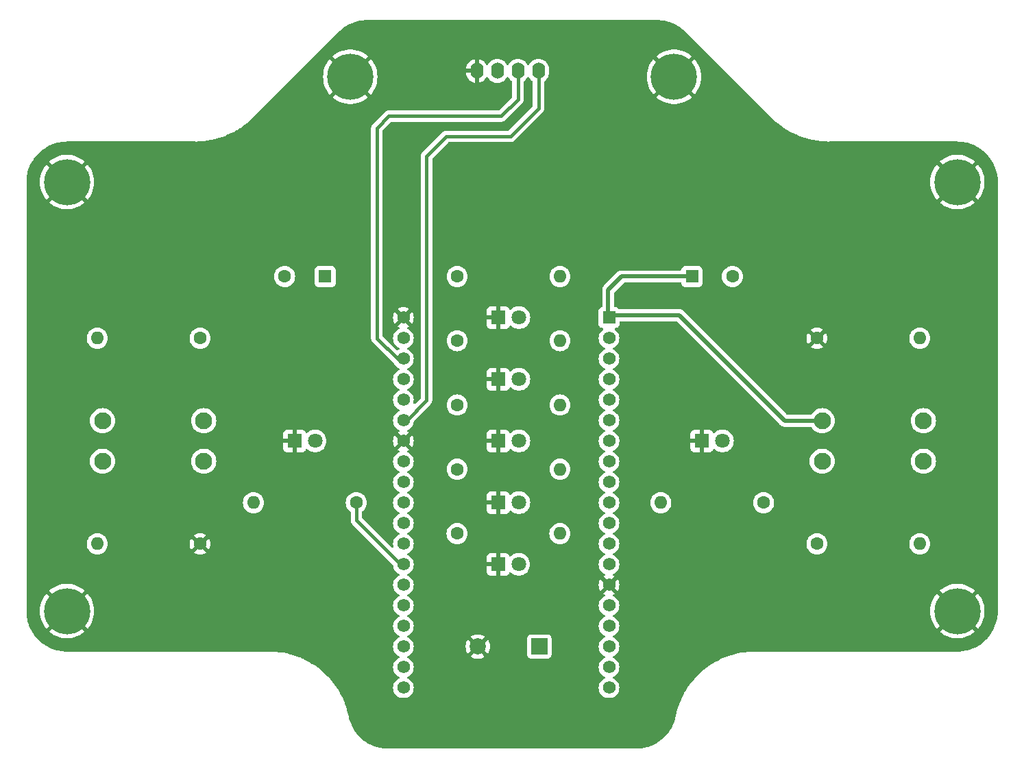
<source format=gbr>
%TF.GenerationSoftware,KiCad,Pcbnew,7.0.5*%
%TF.CreationDate,2024-08-20T20:42:18+02:00*%
%TF.ProjectId,game,67616d65-2e6b-4696-9361-645f70636258,rev?*%
%TF.SameCoordinates,Original*%
%TF.FileFunction,Copper,L1,Top*%
%TF.FilePolarity,Positive*%
%FSLAX46Y46*%
G04 Gerber Fmt 4.6, Leading zero omitted, Abs format (unit mm)*
G04 Created by KiCad (PCBNEW 7.0.5) date 2024-08-20 20:42:18*
%MOMM*%
%LPD*%
G01*
G04 APERTURE LIST*
%TA.AperFunction,ComponentPad*%
%ADD10C,3.600000*%
%TD*%
%TA.AperFunction,ConnectorPad*%
%ADD11C,5.700000*%
%TD*%
%TA.AperFunction,ComponentPad*%
%ADD12R,1.800000X1.800000*%
%TD*%
%TA.AperFunction,ComponentPad*%
%ADD13C,1.800000*%
%TD*%
%TA.AperFunction,ComponentPad*%
%ADD14R,2.000000X2.000000*%
%TD*%
%TA.AperFunction,ComponentPad*%
%ADD15C,2.000000*%
%TD*%
%TA.AperFunction,ComponentPad*%
%ADD16O,1.600000X2.000000*%
%TD*%
%TA.AperFunction,ComponentPad*%
%ADD17C,2.100000*%
%TD*%
%TA.AperFunction,ComponentPad*%
%ADD18C,1.600000*%
%TD*%
%TA.AperFunction,ComponentPad*%
%ADD19O,1.600000X1.600000*%
%TD*%
%TA.AperFunction,ComponentPad*%
%ADD20R,1.600000X1.600000*%
%TD*%
%TA.AperFunction,ComponentPad*%
%ADD21R,1.560000X1.560000*%
%TD*%
%TA.AperFunction,ComponentPad*%
%ADD22C,1.560000*%
%TD*%
%TA.AperFunction,Conductor*%
%ADD23C,0.400000*%
%TD*%
%TA.AperFunction,Conductor*%
%ADD24C,0.500000*%
%TD*%
G04 APERTURE END LIST*
D10*
%TO.P,H6,1,1*%
%TO.N,GND*%
X185000000Y-123000000D03*
D11*
X185000000Y-123000000D03*
%TD*%
D10*
%TO.P,H5,1,1*%
%TO.N,GND*%
X185000000Y-70000000D03*
D11*
X185000000Y-70000000D03*
%TD*%
D10*
%TO.P,H3,1,1*%
%TO.N,GND*%
X150000000Y-57000000D03*
D11*
X150000000Y-57000000D03*
%TD*%
D12*
%TO.P,yellowLED1,1,K*%
%TO.N,GND*%
X103123854Y-101988523D03*
D13*
%TO.P,yellowLED1,2,A*%
%TO.N,Net-(yellowLED1-A)*%
X105663854Y-101988523D03*
%TD*%
D10*
%TO.P,H1,1,1*%
%TO.N,GND*%
X110000000Y-57000000D03*
D11*
X110000000Y-57000000D03*
%TD*%
D10*
%TO.P,H4,1,1*%
%TO.N,GND*%
X75000000Y-123000000D03*
D11*
X75000000Y-123000000D03*
%TD*%
D14*
%TO.P,BZ1,1,-*%
%TO.N,Net-(BZ1--)*%
X133355104Y-127388523D03*
D15*
%TO.P,BZ1,2,+*%
%TO.N,GND*%
X125755104Y-127388523D03*
%TD*%
D12*
%TO.P,redLED4,1,K*%
%TO.N,GND*%
X128285102Y-94368523D03*
D13*
%TO.P,redLED4,2,A*%
%TO.N,Net-(redLED4-A)*%
X130825102Y-94368523D03*
%TD*%
D12*
%TO.P,redLED3,1,K*%
%TO.N,GND*%
X128285102Y-101988523D03*
D13*
%TO.P,redLED3,2,A*%
%TO.N,Net-(redLED3-A)*%
X130825102Y-101988523D03*
%TD*%
D10*
%TO.P,H2,1,1*%
%TO.N,GND*%
X75000000Y-70000000D03*
D11*
X75000000Y-70000000D03*
%TD*%
D12*
%TO.P,redLED2,1,K*%
%TO.N,GND*%
X128285102Y-109608523D03*
D13*
%TO.P,redLED2,2,A*%
%TO.N,Net-(redLED2-A)*%
X130825102Y-109608523D03*
%TD*%
D16*
%TO.P,Brd1,1,GND*%
%TO.N,GND*%
X125635104Y-56268523D03*
%TO.P,Brd1,2,VCC*%
%TO.N,+3V3*%
X128175104Y-56268523D03*
%TO.P,Brd1,3,SCL*%
%TO.N,Net-(Brd1-SCL)*%
X130715104Y-56268523D03*
%TO.P,Brd1,4,SDA*%
%TO.N,Net-(Brd1-SDA)*%
X133255104Y-56268523D03*
%TD*%
D17*
%TO.P,S1,1,1*%
%TO.N,unconnected-(S1-Pad1)*%
X79405104Y-104488523D03*
%TO.P,S1,2,2*%
%TO.N,Net-(R5-Pad2)*%
X91905104Y-104488523D03*
%TO.P,S1,3,3*%
%TO.N,+3V3*%
X79405104Y-99488523D03*
%TO.P,S1,4,4*%
X91905104Y-99488523D03*
%TD*%
D12*
%TO.P,redLED1,1,K*%
%TO.N,GND*%
X128271114Y-117228523D03*
D13*
%TO.P,redLED1,2,A*%
%TO.N,Net-(redLED1-A)*%
X130811114Y-117228523D03*
%TD*%
D12*
%TO.P,yellowLED2,1,K*%
%TO.N,GND*%
X153436354Y-101988523D03*
D13*
%TO.P,yellowLED2,2,A*%
%TO.N,Net-(yellowLED2-A)*%
X155976354Y-101988523D03*
%TD*%
D17*
%TO.P,S2,1,1*%
%TO.N,unconnected-(S2-Pad1)*%
X168305104Y-104488523D03*
%TO.P,S2,2,2*%
%TO.N,Net-(R7-Pad2)*%
X180805104Y-104488523D03*
%TO.P,S2,3,3*%
%TO.N,+3V3*%
X168305104Y-99488523D03*
%TO.P,S2,4,4*%
X180805104Y-99488523D03*
%TD*%
D12*
%TO.P,greenLED1,1,K*%
%TO.N,GND*%
X128285102Y-86748523D03*
D13*
%TO.P,greenLED1,2,A*%
%TO.N,Net-(greenLED1-A)*%
X130825102Y-86748523D03*
%TD*%
D18*
%TO.P,R10,1*%
%TO.N,Net-(U1-IO26)*%
X161061354Y-109608523D03*
D19*
%TO.P,R10,2*%
%TO.N,Net-(yellowLED2-A)*%
X148361354Y-109608523D03*
%TD*%
D18*
%TO.P,R4,1*%
%TO.N,Net-(U1-IO18)*%
X123210102Y-89607412D03*
D19*
%TO.P,R4,2*%
%TO.N,Net-(redLED4-A)*%
X135910102Y-89607412D03*
%TD*%
D18*
%TO.P,R7,1*%
%TO.N,GND*%
X167655104Y-89288523D03*
D19*
%TO.P,R7,2*%
%TO.N,Net-(R7-Pad2)*%
X180355104Y-89288523D03*
%TD*%
D20*
%TO.P,C2,1*%
%TO.N,+3V3*%
X152211354Y-81668523D03*
D18*
%TO.P,C2,2*%
%TO.N,Net-(U1-IO25)*%
X157211354Y-81668523D03*
%TD*%
D21*
%TO.P,U1,J2-1,3V3*%
%TO.N,+3V3*%
X141967604Y-86748523D03*
D22*
%TO.P,U1,J2-2,EN*%
%TO.N,unconnected-(U1-EN-PadJ2-2)*%
X141967604Y-89288523D03*
%TO.P,U1,J2-3,SENSOR_VP*%
%TO.N,unconnected-(U1-SENSOR_VP-PadJ2-3)*%
X141967604Y-91828523D03*
%TO.P,U1,J2-4,SENSOR_VN*%
%TO.N,unconnected-(U1-SENSOR_VN-PadJ2-4)*%
X141967604Y-94368523D03*
%TO.P,U1,J2-5,IO34*%
%TO.N,unconnected-(U1-IO34-PadJ2-5)*%
X141967604Y-96908523D03*
%TO.P,U1,J2-6,IO35*%
%TO.N,unconnected-(U1-IO35-PadJ2-6)*%
X141967604Y-99448523D03*
%TO.P,U1,J2-7,IO32*%
%TO.N,unconnected-(U1-IO32-PadJ2-7)*%
X141967604Y-101988523D03*
%TO.P,U1,J2-8,IO33*%
%TO.N,Net-(BZ1--)*%
X141967604Y-104528523D03*
%TO.P,U1,J2-9,IO25*%
%TO.N,Net-(U1-IO25)*%
X141967604Y-107068523D03*
%TO.P,U1,J2-10,IO26*%
%TO.N,Net-(U1-IO26)*%
X141967604Y-109608523D03*
%TO.P,U1,J2-11,IO27*%
%TO.N,unconnected-(U1-IO27-PadJ2-11)*%
X141967604Y-112148523D03*
%TO.P,U1,J2-12,IO14*%
%TO.N,unconnected-(U1-IO14-PadJ2-12)*%
X141967604Y-114688523D03*
%TO.P,U1,J2-13,IO12*%
%TO.N,unconnected-(U1-IO12-PadJ2-13)*%
X141967604Y-117228523D03*
%TO.P,U1,J2-14,GND1*%
%TO.N,GND*%
X141967604Y-119768523D03*
%TO.P,U1,J2-15,IO13*%
%TO.N,unconnected-(U1-IO13-PadJ2-15)*%
X141967604Y-122308523D03*
%TO.P,U1,J2-16,SD2*%
%TO.N,unconnected-(U1-SD2-PadJ2-16)*%
X141967604Y-124848523D03*
%TO.P,U1,J2-17,SD3*%
%TO.N,unconnected-(U1-SD3-PadJ2-17)*%
X141967604Y-127388523D03*
%TO.P,U1,J2-18,CMD*%
%TO.N,unconnected-(U1-CMD-PadJ2-18)*%
X141967604Y-129928523D03*
%TO.P,U1,J2-19,EXT_5V*%
%TO.N,unconnected-(U1-EXT_5V-PadJ2-19)*%
X141967604Y-132468523D03*
%TO.P,U1,J3-1,GND3*%
%TO.N,GND*%
X116567604Y-86748523D03*
%TO.P,U1,J3-2,IO23*%
%TO.N,unconnected-(U1-IO23-PadJ3-2)*%
X116567604Y-89288523D03*
%TO.P,U1,J3-3,IO22*%
%TO.N,Net-(Brd1-SCL)*%
X116567604Y-91828523D03*
%TO.P,U1,J3-4,TXD0*%
%TO.N,unconnected-(U1-TXD0-PadJ3-4)*%
X116567604Y-94368523D03*
%TO.P,U1,J3-5,RXD0*%
%TO.N,unconnected-(U1-RXD0-PadJ3-5)*%
X116567604Y-96908523D03*
%TO.P,U1,J3-6,IO21*%
%TO.N,Net-(Brd1-SDA)*%
X116567604Y-99448523D03*
%TO.P,U1,J3-7,GND2*%
%TO.N,GND*%
X116567604Y-101988523D03*
%TO.P,U1,J3-8,IO19*%
%TO.N,Net-(U1-IO19)*%
X116567604Y-104528523D03*
%TO.P,U1,J3-9,IO18*%
%TO.N,Net-(U1-IO18)*%
X116567604Y-107068523D03*
%TO.P,U1,J3-10,IO5*%
%TO.N,Net-(U1-IO5)*%
X116567604Y-109608523D03*
%TO.P,U1,J3-11,IO17*%
%TO.N,Net-(U1-IO17)*%
X116567604Y-112148523D03*
%TO.P,U1,J3-12,IO16*%
%TO.N,Net-(U1-IO16)*%
X116567604Y-114688523D03*
%TO.P,U1,J3-13,IO4*%
%TO.N,Net-(U1-IO4)*%
X116567604Y-117228523D03*
%TO.P,U1,J3-14,IO0*%
%TO.N,unconnected-(U1-IO0-PadJ3-14)*%
X116567604Y-119768523D03*
%TO.P,U1,J3-15,IO2*%
%TO.N,Net-(U1-IO2)*%
X116567604Y-122308523D03*
%TO.P,U1,J3-16,IO15*%
%TO.N,unconnected-(U1-IO15-PadJ3-16)*%
X116567604Y-124848523D03*
%TO.P,U1,J3-17,SD1*%
%TO.N,unconnected-(U1-SD1-PadJ3-17)*%
X116567604Y-127388523D03*
%TO.P,U1,J3-18,SD0*%
%TO.N,unconnected-(U1-SD0-PadJ3-18)*%
X116567604Y-129928523D03*
%TO.P,U1,J3-19,CLK*%
%TO.N,unconnected-(U1-CLK-PadJ3-19)*%
X116567604Y-132468523D03*
%TD*%
D18*
%TO.P,R6,1*%
%TO.N,Net-(U1-IO2)*%
X91455104Y-89288523D03*
D19*
%TO.P,R6,2*%
%TO.N,Net-(R5-Pad2)*%
X78755104Y-89288523D03*
%TD*%
D18*
%TO.P,R1,1*%
%TO.N,Net-(U1-IO16)*%
X123196114Y-113424079D03*
D19*
%TO.P,R1,2*%
%TO.N,Net-(redLED1-A)*%
X135896114Y-113424079D03*
%TD*%
D20*
%TO.P,C3,1*%
%TO.N,+3V3*%
X106898854Y-81668523D03*
D18*
%TO.P,C3,2*%
%TO.N,Net-(U1-IO2)*%
X101898854Y-81668523D03*
%TD*%
%TO.P,R9,1*%
%TO.N,Net-(U1-IO4)*%
X110748854Y-109608523D03*
D19*
%TO.P,R9,2*%
%TO.N,Net-(yellowLED1-A)*%
X98048854Y-109608523D03*
%TD*%
D18*
%TO.P,R3,1*%
%TO.N,Net-(U1-IO5)*%
X123210102Y-97546301D03*
D19*
%TO.P,R3,2*%
%TO.N,Net-(redLED3-A)*%
X135910102Y-97546301D03*
%TD*%
D18*
%TO.P,R8,1*%
%TO.N,Net-(U1-IO25)*%
X167655104Y-114688523D03*
D19*
%TO.P,R8,2*%
%TO.N,Net-(R7-Pad2)*%
X180355104Y-114688523D03*
%TD*%
D18*
%TO.P,R11,1*%
%TO.N,Net-(U1-IO19)*%
X123210102Y-81668523D03*
D19*
%TO.P,R11,2*%
%TO.N,Net-(greenLED1-A)*%
X135910102Y-81668523D03*
%TD*%
D18*
%TO.P,R5,1*%
%TO.N,GND*%
X91455104Y-114688523D03*
D19*
%TO.P,R5,2*%
%TO.N,Net-(R5-Pad2)*%
X78755104Y-114688523D03*
%TD*%
D18*
%TO.P,R2,1*%
%TO.N,Net-(U1-IO17)*%
X123210102Y-105485190D03*
D19*
%TO.P,R2,2*%
%TO.N,Net-(redLED2-A)*%
X135910102Y-105485190D03*
%TD*%
D23*
%TO.N,Net-(Brd1-SCL)*%
X115813704Y-91828523D02*
X116321704Y-91828523D01*
X130715104Y-56268523D02*
X130715104Y-59807523D01*
X113299104Y-89313923D02*
X115813704Y-91828523D01*
X130715104Y-59807523D02*
X128666104Y-61856523D01*
X128666104Y-61856523D02*
X114772304Y-61856523D01*
X113273704Y-89288523D02*
X113299104Y-89313923D01*
X113273704Y-63355123D02*
X113273704Y-89288523D01*
X114772304Y-61856523D02*
X113273704Y-63355123D01*
%TO.N,Net-(Brd1-SDA)*%
X129783704Y-64371123D02*
X121833504Y-64371123D01*
X133255104Y-60899723D02*
X129783704Y-64371123D01*
X121833504Y-64371123D02*
X119420504Y-66784123D01*
X133255104Y-56268523D02*
X133255104Y-60899723D01*
X119420504Y-66784123D02*
X119420504Y-96959323D01*
X119420504Y-96959323D02*
X116905904Y-99473923D01*
%TO.N,Net-(U1-IO4)*%
X110748854Y-109608523D02*
X110748854Y-111748854D01*
X110748854Y-111748854D02*
X116000000Y-117000000D01*
D24*
%TO.N,+3V3*%
X150637104Y-86443723D02*
X142255104Y-86443723D01*
X163681904Y-99488523D02*
X150637104Y-86443723D01*
X143499704Y-81668523D02*
X141874104Y-83294123D01*
X152211354Y-81668523D02*
X143499704Y-81668523D01*
X168305104Y-99488523D02*
X163681904Y-99488523D01*
X141874104Y-83294123D02*
X141874104Y-86773923D01*
%TD*%
%TA.AperFunction,Conductor*%
%TO.N,GND*%
G36*
X132052969Y-57011871D02*
G01*
X132097486Y-57063248D01*
X132124533Y-57121251D01*
X132124536Y-57121257D01*
X132255058Y-57307664D01*
X132415961Y-57468567D01*
X132415964Y-57468569D01*
X132415965Y-57468570D01*
X132501727Y-57528620D01*
X132545352Y-57583196D01*
X132554604Y-57630195D01*
X132554604Y-60558204D01*
X132534919Y-60625243D01*
X132518285Y-60645885D01*
X129529866Y-63634304D01*
X129468543Y-63667789D01*
X129442185Y-63670623D01*
X121856541Y-63670623D01*
X121852797Y-63670510D01*
X121790901Y-63666766D01*
X121790894Y-63666766D01*
X121729906Y-63677942D01*
X121726205Y-63678505D01*
X121664629Y-63685983D01*
X121655146Y-63689579D01*
X121633542Y-63695601D01*
X121632039Y-63695877D01*
X121623569Y-63697429D01*
X121623567Y-63697430D01*
X121567031Y-63722875D01*
X121563573Y-63724307D01*
X121505573Y-63746305D01*
X121497228Y-63752065D01*
X121477687Y-63763087D01*
X121468448Y-63767245D01*
X121468443Y-63767248D01*
X121419625Y-63805493D01*
X121416610Y-63807712D01*
X121365576Y-63842939D01*
X121365569Y-63842945D01*
X121324446Y-63889363D01*
X121321879Y-63892089D01*
X118941470Y-66272498D01*
X118938744Y-66275065D01*
X118892322Y-66316191D01*
X118857090Y-66367232D01*
X118854872Y-66370247D01*
X118816628Y-66419062D01*
X118816623Y-66419071D01*
X118812464Y-66428311D01*
X118801446Y-66447846D01*
X118795691Y-66456184D01*
X118795687Y-66456190D01*
X118795686Y-66456193D01*
X118795684Y-66456197D01*
X118795683Y-66456200D01*
X118773693Y-66514178D01*
X118772261Y-66517636D01*
X118746809Y-66574191D01*
X118744981Y-66584165D01*
X118738957Y-66605776D01*
X118735364Y-66615250D01*
X118735363Y-66615251D01*
X118727888Y-66676808D01*
X118727325Y-66680509D01*
X118716146Y-66741513D01*
X118716146Y-66741518D01*
X118719891Y-66803425D01*
X118720004Y-66807170D01*
X118720004Y-96617803D01*
X118700319Y-96684842D01*
X118683685Y-96705484D01*
X118005512Y-97383657D01*
X117944189Y-97417142D01*
X117874497Y-97412158D01*
X117818564Y-97370286D01*
X117794147Y-97304822D01*
X117798056Y-97263882D01*
X117833467Y-97131729D01*
X117852995Y-96908523D01*
X117851686Y-96893566D01*
X117833467Y-96685322D01*
X117833467Y-96685317D01*
X117775476Y-96468893D01*
X117680785Y-96265828D01*
X117552271Y-96082290D01*
X117393837Y-95923856D01*
X117393833Y-95923853D01*
X117393832Y-95923852D01*
X117210304Y-95795344D01*
X117210296Y-95795340D01*
X117115004Y-95750905D01*
X117062564Y-95704733D01*
X117043412Y-95637540D01*
X117063627Y-95570658D01*
X117115004Y-95526141D01*
X117210300Y-95481704D01*
X117393837Y-95353190D01*
X117552271Y-95194756D01*
X117680785Y-95011219D01*
X117775476Y-94808153D01*
X117833467Y-94591729D01*
X117850205Y-94400409D01*
X117852995Y-94368524D01*
X117852995Y-94368521D01*
X117833467Y-94145322D01*
X117833467Y-94145317D01*
X117775476Y-93928893D01*
X117680785Y-93725828D01*
X117552271Y-93542290D01*
X117393837Y-93383856D01*
X117393833Y-93383853D01*
X117393832Y-93383852D01*
X117210304Y-93255344D01*
X117210301Y-93255342D01*
X117210300Y-93255342D01*
X117148296Y-93226429D01*
X117115003Y-93210904D01*
X117062564Y-93164731D01*
X117043412Y-93097538D01*
X117063628Y-93030657D01*
X117115000Y-92986142D01*
X117210300Y-92941704D01*
X117393837Y-92813190D01*
X117552271Y-92654756D01*
X117680785Y-92471219D01*
X117775476Y-92268153D01*
X117833467Y-92051729D01*
X117852995Y-91828523D01*
X117833467Y-91605317D01*
X117775476Y-91388893D01*
X117680785Y-91185828D01*
X117552271Y-91002290D01*
X117393837Y-90843856D01*
X117393833Y-90843853D01*
X117393832Y-90843852D01*
X117210304Y-90715344D01*
X117210301Y-90715342D01*
X117210300Y-90715342D01*
X117158250Y-90691071D01*
X117115003Y-90670904D01*
X117062564Y-90624731D01*
X117043412Y-90557538D01*
X117063628Y-90490657D01*
X117115000Y-90446142D01*
X117210300Y-90401704D01*
X117393837Y-90273190D01*
X117552271Y-90114756D01*
X117680785Y-89931219D01*
X117775476Y-89728153D01*
X117833467Y-89511729D01*
X117852995Y-89288523D01*
X117850978Y-89265474D01*
X117841831Y-89160916D01*
X117833467Y-89065317D01*
X117775476Y-88848893D01*
X117680785Y-88645828D01*
X117552271Y-88462290D01*
X117393837Y-88303856D01*
X117393833Y-88303853D01*
X117393832Y-88303852D01*
X117210304Y-88175344D01*
X117210300Y-88175342D01*
X117114413Y-88130629D01*
X117061974Y-88084456D01*
X117042822Y-88017263D01*
X117063038Y-87950382D01*
X117114414Y-87905864D01*
X117210048Y-87861269D01*
X117278715Y-87813187D01*
X116716369Y-87250841D01*
X116840328Y-87196998D01*
X116951212Y-87106788D01*
X117033645Y-86990006D01*
X117067468Y-86894834D01*
X117632268Y-87459633D01*
X117680353Y-87390963D01*
X117775002Y-87187987D01*
X117775007Y-87187973D01*
X117832971Y-86971647D01*
X117832973Y-86971636D01*
X117852493Y-86748525D01*
X117852493Y-86748520D01*
X117832973Y-86525409D01*
X117832971Y-86525398D01*
X117775007Y-86309072D01*
X117775003Y-86309063D01*
X117680350Y-86106079D01*
X117632268Y-86037410D01*
X117068163Y-86601514D01*
X117062186Y-86572748D01*
X116996423Y-86445830D01*
X116898855Y-86341361D01*
X116776720Y-86267089D01*
X116713264Y-86249309D01*
X117278715Y-85683857D01*
X117210048Y-85635776D01*
X117007063Y-85541123D01*
X117007054Y-85541119D01*
X116790728Y-85483155D01*
X116790717Y-85483153D01*
X116567606Y-85463634D01*
X116567602Y-85463634D01*
X116344490Y-85483153D01*
X116344479Y-85483155D01*
X116128153Y-85541119D01*
X116128144Y-85541123D01*
X115925156Y-85635778D01*
X115856492Y-85683856D01*
X115856491Y-85683857D01*
X116418839Y-86246204D01*
X116294880Y-86300048D01*
X116183996Y-86390258D01*
X116101563Y-86507040D01*
X116067739Y-86602211D01*
X115502938Y-86037410D01*
X115502937Y-86037411D01*
X115454859Y-86106075D01*
X115360204Y-86309063D01*
X115360200Y-86309072D01*
X115302236Y-86525398D01*
X115302234Y-86525409D01*
X115282715Y-86748520D01*
X115282715Y-86748525D01*
X115302234Y-86971636D01*
X115302236Y-86971647D01*
X115360200Y-87187973D01*
X115360204Y-87187982D01*
X115454857Y-87390967D01*
X115502938Y-87459634D01*
X116067043Y-86895529D01*
X116073022Y-86924298D01*
X116138785Y-87051216D01*
X116236353Y-87155685D01*
X116358488Y-87229957D01*
X116421943Y-87247736D01*
X115856491Y-87813188D01*
X115925152Y-87861265D01*
X115925162Y-87861271D01*
X116020794Y-87905865D01*
X116073234Y-87952037D01*
X116092386Y-88019230D01*
X116072171Y-88086111D01*
X116020795Y-88130629D01*
X115934993Y-88170640D01*
X115924907Y-88175343D01*
X115741368Y-88303857D01*
X115582938Y-88462287D01*
X115454423Y-88645827D01*
X115454422Y-88645829D01*
X115359733Y-88848891D01*
X115359730Y-88848897D01*
X115301741Y-89065314D01*
X115301740Y-89065322D01*
X115282213Y-89288521D01*
X115282213Y-89288524D01*
X115301740Y-89511723D01*
X115301741Y-89511731D01*
X115359730Y-89728148D01*
X115359731Y-89728150D01*
X115359732Y-89728153D01*
X115372926Y-89756447D01*
X115454423Y-89931219D01*
X115454425Y-89931223D01*
X115582933Y-90114751D01*
X115582938Y-90114757D01*
X115741369Y-90273188D01*
X115741375Y-90273193D01*
X115924903Y-90401701D01*
X115924905Y-90401702D01*
X115924908Y-90401704D01*
X116020204Y-90446141D01*
X116072643Y-90492313D01*
X116091795Y-90559507D01*
X116071579Y-90626388D01*
X116020204Y-90670905D01*
X115924906Y-90715343D01*
X115872667Y-90751921D01*
X115806461Y-90774248D01*
X115738694Y-90757236D01*
X115713864Y-90738026D01*
X114010523Y-89034685D01*
X113977038Y-88973362D01*
X113974204Y-88947004D01*
X113974204Y-63696641D01*
X113993889Y-63629602D01*
X114010518Y-63608965D01*
X115026142Y-62593342D01*
X115087465Y-62559857D01*
X115113823Y-62557023D01*
X128643056Y-62557023D01*
X128646801Y-62557136D01*
X128654146Y-62557580D01*
X128708710Y-62560881D01*
X128746418Y-62553970D01*
X128769725Y-62549700D01*
X128773429Y-62549136D01*
X128791274Y-62546969D01*
X128834976Y-62541663D01*
X128844439Y-62538073D01*
X128866065Y-62532045D01*
X128866997Y-62531874D01*
X128876036Y-62530218D01*
X128932616Y-62504752D01*
X128936046Y-62503332D01*
X128994034Y-62481341D01*
X129002370Y-62475585D01*
X129021925Y-62464557D01*
X129031161Y-62460401D01*
X129080000Y-62422136D01*
X129082980Y-62419944D01*
X129134033Y-62384706D01*
X129175169Y-62338271D01*
X129177703Y-62335579D01*
X131194152Y-60319129D01*
X131196844Y-60316595D01*
X131243287Y-60275452D01*
X131278531Y-60224390D01*
X131280738Y-60221392D01*
X131318982Y-60172579D01*
X131323141Y-60163336D01*
X131334165Y-60143791D01*
X131339922Y-60135453D01*
X131361914Y-60077462D01*
X131363336Y-60074026D01*
X131388799Y-60017454D01*
X131390626Y-60007482D01*
X131396650Y-59985870D01*
X131400244Y-59976395D01*
X131407717Y-59914847D01*
X131408281Y-59911142D01*
X131411639Y-59892812D01*
X131419462Y-59850129D01*
X131415717Y-59788219D01*
X131415604Y-59784474D01*
X131415604Y-57630195D01*
X131435289Y-57563156D01*
X131468479Y-57528621D01*
X131554243Y-57468570D01*
X131715151Y-57307662D01*
X131845672Y-57121257D01*
X131872722Y-57063247D01*
X131918894Y-57010808D01*
X131986087Y-56991656D01*
X132052969Y-57011871D01*
G37*
%TD.AperFunction*%
%TA.AperFunction,Conductor*%
G36*
X147916668Y-50000494D02*
G01*
X147916675Y-50000249D01*
X148058743Y-50003769D01*
X148175321Y-50006659D01*
X148178372Y-50006810D01*
X148421575Y-50024905D01*
X148424566Y-50025202D01*
X148665698Y-50055153D01*
X148668683Y-50055599D01*
X148907363Y-50097246D01*
X148910328Y-50097839D01*
X148997263Y-50117440D01*
X149146121Y-50151005D01*
X149149036Y-50151739D01*
X149301381Y-50194015D01*
X149381466Y-50216239D01*
X149381499Y-50216248D01*
X149384396Y-50217129D01*
X149451377Y-50239290D01*
X149613227Y-50292840D01*
X149616025Y-50293842D01*
X149840778Y-50380579D01*
X149843512Y-50381711D01*
X150063788Y-50479309D01*
X150066474Y-50480579D01*
X150281505Y-50588691D01*
X150281802Y-50588840D01*
X150284473Y-50590266D01*
X150494470Y-50709029D01*
X150497074Y-50710586D01*
X150701361Y-50839697D01*
X150701395Y-50839718D01*
X150703913Y-50841397D01*
X150902106Y-50980700D01*
X150904536Y-50982499D01*
X151096248Y-51131844D01*
X151098582Y-51133758D01*
X151283319Y-51292908D01*
X151285571Y-51294947D01*
X151452388Y-51453693D01*
X151455319Y-51457174D01*
X151455415Y-51457079D01*
X151464030Y-51465692D01*
X162060579Y-62060239D01*
X162067172Y-62068068D01*
X162070656Y-62071384D01*
X162070657Y-62071385D01*
X162399897Y-62384704D01*
X162423326Y-62407000D01*
X162425871Y-62409808D01*
X162428849Y-62412368D01*
X162431214Y-62414509D01*
X162434911Y-62418032D01*
X162438134Y-62420365D01*
X162596759Y-62557023D01*
X162796915Y-62729462D01*
X162801251Y-62733197D01*
X162802460Y-62734376D01*
X162803223Y-62734975D01*
X162805245Y-62736631D01*
X162808600Y-62739499D01*
X162811549Y-62741467D01*
X163185275Y-63032610D01*
X163188140Y-63035195D01*
X163191015Y-63037199D01*
X163193810Y-63039266D01*
X163197537Y-63042187D01*
X163201031Y-63044230D01*
X163585752Y-63314644D01*
X163590210Y-63317777D01*
X163591667Y-63318961D01*
X163592516Y-63319496D01*
X163595154Y-63321255D01*
X163599553Y-63324351D01*
X163603103Y-63326184D01*
X164003904Y-63579494D01*
X164005462Y-63580639D01*
X164006076Y-63580982D01*
X164009164Y-63582827D01*
X164012531Y-63584973D01*
X164016110Y-63586647D01*
X164429142Y-63820241D01*
X164430706Y-63821275D01*
X164431523Y-63821684D01*
X164434415Y-63823226D01*
X164438796Y-63825714D01*
X164442501Y-63827199D01*
X164865286Y-64039768D01*
X164866901Y-64040720D01*
X164867540Y-64041001D01*
X164870634Y-64042463D01*
X164875629Y-64044994D01*
X164879578Y-64046327D01*
X165305880Y-64235213D01*
X165309159Y-64236993D01*
X165313840Y-64238811D01*
X165316375Y-64239860D01*
X165321013Y-64241901D01*
X165324553Y-64242948D01*
X165669057Y-64375902D01*
X165766303Y-64413432D01*
X165768007Y-64414222D01*
X165768521Y-64414390D01*
X165771943Y-64415617D01*
X165776745Y-64417499D01*
X165780854Y-64418463D01*
X166225009Y-64565420D01*
X166228523Y-64566872D01*
X166232006Y-64567826D01*
X166235233Y-64568805D01*
X166240535Y-64570572D01*
X166244574Y-64571308D01*
X166694772Y-64696238D01*
X166698459Y-64697590D01*
X166702909Y-64698584D01*
X166706111Y-64699390D01*
X166711213Y-64700818D01*
X166715242Y-64701362D01*
X167173190Y-64804622D01*
X167177004Y-64805776D01*
X167180086Y-64806290D01*
X167183946Y-64807060D01*
X167188896Y-64808211D01*
X167193218Y-64808567D01*
X167661171Y-64890218D01*
X167663114Y-64890692D01*
X167663282Y-64890712D01*
X167667415Y-64891324D01*
X167670480Y-64891884D01*
X167674525Y-64892088D01*
X167729297Y-64898891D01*
X168144884Y-64950513D01*
X168148781Y-64951280D01*
X168151696Y-64951475D01*
X168155723Y-64951875D01*
X168160719Y-64952537D01*
X168165157Y-64952461D01*
X168637115Y-64987575D01*
X168641242Y-64988187D01*
X168644048Y-64988224D01*
X168648394Y-64988433D01*
X168652405Y-64988767D01*
X168656721Y-64988514D01*
X169142227Y-65000548D01*
X169142228Y-65000547D01*
X169148142Y-65000694D01*
X169155722Y-65000044D01*
X178546506Y-64999317D01*
X178548473Y-64999317D01*
X184980850Y-64999317D01*
X184989213Y-65000242D01*
X185058623Y-65001996D01*
X185255755Y-65006981D01*
X185258825Y-65007137D01*
X185509620Y-65026207D01*
X185512721Y-65026522D01*
X185636279Y-65042221D01*
X185759828Y-65057921D01*
X185762913Y-65058392D01*
X185920263Y-65086491D01*
X186006075Y-65101816D01*
X186009115Y-65102438D01*
X186053858Y-65112764D01*
X186247967Y-65157563D01*
X186250927Y-65158325D01*
X186485236Y-65224861D01*
X186488160Y-65225771D01*
X186673681Y-65288543D01*
X186716320Y-65302970D01*
X186717553Y-65303387D01*
X186720408Y-65304432D01*
X186944667Y-65392854D01*
X186947410Y-65394015D01*
X187166115Y-65492888D01*
X187168838Y-65494200D01*
X187381741Y-65603243D01*
X187384383Y-65604678D01*
X187591136Y-65723557D01*
X187593694Y-65725111D01*
X187794047Y-65853555D01*
X187796492Y-65855207D01*
X187990070Y-65992863D01*
X187992449Y-65994642D01*
X188178987Y-66141230D01*
X188181262Y-66143107D01*
X188286850Y-66234570D01*
X188360440Y-66298316D01*
X188362629Y-66300305D01*
X188534128Y-66463814D01*
X188536219Y-66465905D01*
X188699709Y-66637384D01*
X188701687Y-66639559D01*
X188790005Y-66741518D01*
X188856899Y-66818743D01*
X188858785Y-66821029D01*
X189005370Y-67007561D01*
X189007134Y-67009920D01*
X189089426Y-67125641D01*
X189144801Y-67203511D01*
X189146469Y-67205980D01*
X189274904Y-67406319D01*
X189276458Y-67408877D01*
X189395337Y-67615629D01*
X189396772Y-67618271D01*
X189505811Y-67831168D01*
X189507123Y-67833890D01*
X189605997Y-68052593D01*
X189607175Y-68055380D01*
X189695580Y-68279596D01*
X189696626Y-68282453D01*
X189774244Y-68511853D01*
X189775157Y-68514789D01*
X189841686Y-68749071D01*
X189842456Y-68752066D01*
X189897577Y-68990905D01*
X189898200Y-68993948D01*
X189941623Y-69237102D01*
X189942094Y-69240187D01*
X189973492Y-69487287D01*
X189973808Y-69490402D01*
X189992876Y-69741171D01*
X189993034Y-69744297D01*
X189999500Y-70000002D01*
X189999572Y-70002828D01*
X189999592Y-70004395D01*
X189999592Y-122995725D01*
X189999573Y-122997262D01*
X189993397Y-123246387D01*
X189993245Y-123249451D01*
X189975154Y-123492619D01*
X189974853Y-123495649D01*
X189965073Y-123574386D01*
X189944903Y-123736756D01*
X189944453Y-123739771D01*
X189902813Y-123978414D01*
X189902217Y-123981395D01*
X189849056Y-124217159D01*
X189848317Y-124220100D01*
X189783808Y-124452562D01*
X189782927Y-124455459D01*
X189707220Y-124684277D01*
X189706200Y-124687125D01*
X189619482Y-124911826D01*
X189618324Y-124914620D01*
X189520756Y-125134825D01*
X189519464Y-125137559D01*
X189411205Y-125352879D01*
X189409780Y-125355551D01*
X189291016Y-125565546D01*
X189289459Y-125568149D01*
X189160334Y-125772459D01*
X189158648Y-125774988D01*
X189019348Y-125973174D01*
X189017535Y-125975624D01*
X188868244Y-126167265D01*
X188866306Y-126169630D01*
X188707157Y-126354366D01*
X188705098Y-126356640D01*
X188536253Y-126534068D01*
X188534081Y-126536240D01*
X188356655Y-126705087D01*
X188354380Y-126707147D01*
X188169624Y-126866313D01*
X188167259Y-126868250D01*
X187975615Y-127017545D01*
X187973165Y-127019358D01*
X187774953Y-127158676D01*
X187772424Y-127160362D01*
X187568141Y-127289471D01*
X187565538Y-127291028D01*
X187355556Y-127409783D01*
X187352885Y-127411209D01*
X187137548Y-127519475D01*
X187134813Y-127520767D01*
X186914616Y-127618332D01*
X186911823Y-127619489D01*
X186687122Y-127706206D01*
X186684274Y-127707226D01*
X186455462Y-127782930D01*
X186452565Y-127783811D01*
X186220097Y-127848322D01*
X186217156Y-127849061D01*
X185981411Y-127902218D01*
X185978430Y-127902814D01*
X185739748Y-127944460D01*
X185736733Y-127944909D01*
X185495661Y-127974854D01*
X185492618Y-127975156D01*
X185249450Y-127993248D01*
X185246386Y-127993400D01*
X185040452Y-127998505D01*
X184999892Y-127999511D01*
X184999891Y-127999511D01*
X184997519Y-127999570D01*
X184995982Y-127999589D01*
X160011336Y-127999589D01*
X160008299Y-127999325D01*
X159560229Y-128009159D01*
X159558878Y-128009110D01*
X159557315Y-128009197D01*
X159555662Y-128009267D01*
X159553778Y-128009321D01*
X159552267Y-128009521D01*
X159121679Y-128037910D01*
X159120217Y-128037906D01*
X159117866Y-128038141D01*
X159116583Y-128038256D01*
X159114197Y-128038444D01*
X159112860Y-128038686D01*
X158687075Y-128085541D01*
X158685509Y-128085607D01*
X158683867Y-128085853D01*
X158681791Y-128086128D01*
X158680063Y-128086326D01*
X158678517Y-128086674D01*
X158257935Y-128151625D01*
X158256260Y-128151766D01*
X158254807Y-128152054D01*
X158252320Y-128152494D01*
X158250955Y-128152706D01*
X158249369Y-128153135D01*
X157833973Y-128235900D01*
X157832367Y-128236115D01*
X157831247Y-128236388D01*
X157828749Y-128236942D01*
X157828065Y-128237078D01*
X157826592Y-128237525D01*
X157421366Y-128336664D01*
X157418469Y-128337154D01*
X157413196Y-128338638D01*
X157411829Y-128339006D01*
X157410050Y-128339462D01*
X157408798Y-128339910D01*
X157406994Y-128340436D01*
X157005482Y-128457205D01*
X157004085Y-128457518D01*
X157002469Y-128458051D01*
X157000841Y-128458562D01*
X156995548Y-128460144D01*
X156992745Y-128461332D01*
X156606468Y-128591879D01*
X156603552Y-128592634D01*
X156598729Y-128594460D01*
X156596962Y-128595098D01*
X156595217Y-128595698D01*
X156593822Y-128596348D01*
X156204759Y-128746633D01*
X156203362Y-128747086D01*
X156202559Y-128747434D01*
X156200437Y-128748305D01*
X156198907Y-128748900D01*
X156197451Y-128749658D01*
X155817044Y-128915521D01*
X155815492Y-128916076D01*
X155814227Y-128916692D01*
X155811929Y-128917752D01*
X155811102Y-128918112D01*
X155809753Y-128918870D01*
X155436489Y-129100811D01*
X155435110Y-129101385D01*
X155433994Y-129101983D01*
X155432155Y-129102929D01*
X155430825Y-129103584D01*
X155429545Y-129104385D01*
X155065065Y-129301507D01*
X155063561Y-129302216D01*
X155063009Y-129302552D01*
X155060911Y-129303769D01*
X155060051Y-129304245D01*
X155058542Y-129305326D01*
X154351082Y-129747778D01*
X154349123Y-129748859D01*
X154347065Y-129750271D01*
X154345371Y-129751686D01*
X153677502Y-130251871D01*
X153675453Y-130253264D01*
X153674300Y-130254206D01*
X153672523Y-130255965D01*
X153049227Y-130809985D01*
X153047382Y-130811461D01*
X153045819Y-130812972D01*
X153044282Y-130814777D01*
X152614830Y-131266388D01*
X152470872Y-131417774D01*
X152468867Y-131419882D01*
X152467705Y-131420979D01*
X152467144Y-131421628D01*
X152465884Y-131423037D01*
X152465283Y-131423689D01*
X152464302Y-131424996D01*
X152197666Y-131743403D01*
X152196815Y-131744321D01*
X152196031Y-131745322D01*
X152195158Y-131746409D01*
X152193748Y-131748124D01*
X152192950Y-131749323D01*
X152188950Y-131754534D01*
X151939811Y-132078947D01*
X151938986Y-132079931D01*
X151938742Y-132080276D01*
X151937485Y-132081984D01*
X151936611Y-132083129D01*
X151935811Y-132084436D01*
X151697102Y-132424150D01*
X151696166Y-132425301D01*
X151694999Y-132427091D01*
X151694048Y-132428507D01*
X151692926Y-132430127D01*
X151692212Y-132431425D01*
X151467321Y-132782303D01*
X151466487Y-132783445D01*
X151465672Y-132784823D01*
X151464823Y-132786213D01*
X151461856Y-132790932D01*
X151460572Y-132793568D01*
X151255307Y-133146102D01*
X151253561Y-133148658D01*
X151251216Y-133153056D01*
X151250261Y-133154780D01*
X151249392Y-133156290D01*
X151248769Y-133157695D01*
X151053037Y-133529674D01*
X151052396Y-133530755D01*
X151051769Y-133532043D01*
X151051210Y-133533161D01*
X151050430Y-133534684D01*
X151049933Y-133535914D01*
X150869668Y-133917540D01*
X150868891Y-133918949D01*
X150868411Y-133920085D01*
X150867445Y-133922254D01*
X150867007Y-133923186D01*
X150866502Y-133924618D01*
X150704104Y-134310853D01*
X150702697Y-134313615D01*
X150700853Y-134318497D01*
X150700206Y-134320138D01*
X150699729Y-134321296D01*
X150699318Y-134322629D01*
X150551063Y-134723076D01*
X150550453Y-134724466D01*
X150550051Y-134725698D01*
X150549409Y-134727562D01*
X150548773Y-134729316D01*
X150548406Y-134730802D01*
X150417171Y-135139139D01*
X150416615Y-135140570D01*
X150416318Y-135141645D01*
X150415664Y-135143844D01*
X150415368Y-135144773D01*
X150415053Y-135146252D01*
X150300919Y-135563196D01*
X150300440Y-135564578D01*
X150299944Y-135566672D01*
X150299618Y-135567980D01*
X150298101Y-135573808D01*
X150297691Y-135576565D01*
X150200092Y-136006340D01*
X150200085Y-136006385D01*
X150152737Y-136214878D01*
X150152076Y-136217518D01*
X150094705Y-136427106D01*
X150093931Y-136429707D01*
X150027892Y-136635187D01*
X150027009Y-136637743D01*
X149952578Y-136838787D01*
X149951588Y-136841292D01*
X149868929Y-137037882D01*
X149867836Y-137040333D01*
X149777202Y-137232205D01*
X149776010Y-137234596D01*
X149677659Y-137421506D01*
X149676371Y-137423833D01*
X149570464Y-137605724D01*
X149569083Y-137607983D01*
X149455900Y-137784573D01*
X149454429Y-137786763D01*
X149334142Y-137957947D01*
X149332586Y-137960064D01*
X149205482Y-138125571D01*
X149203843Y-138127613D01*
X149070505Y-138286842D01*
X149067898Y-138289762D01*
X148780983Y-138591482D01*
X148777242Y-138595099D01*
X148466967Y-138870887D01*
X148462942Y-138874173D01*
X148130679Y-139123014D01*
X148126387Y-139125956D01*
X147773367Y-139346736D01*
X147769985Y-139348706D01*
X147587314Y-139447499D01*
X147584985Y-139448695D01*
X147397397Y-139540131D01*
X147395012Y-139541232D01*
X147203240Y-139624846D01*
X147200801Y-139625848D01*
X147005110Y-139701439D01*
X147002620Y-139702340D01*
X146803265Y-139769713D01*
X146800728Y-139770511D01*
X146597889Y-139829501D01*
X146595309Y-139830191D01*
X146389224Y-139880610D01*
X146386605Y-139881191D01*
X146177451Y-139922862D01*
X146174804Y-139923329D01*
X146068854Y-139939691D01*
X145962912Y-139956051D01*
X145960231Y-139956405D01*
X145745699Y-139980012D01*
X145742999Y-139980249D01*
X145667385Y-139985234D01*
X145526161Y-139994545D01*
X145523443Y-139994664D01*
X145329431Y-139998922D01*
X145303726Y-139999486D01*
X145302374Y-139999501D01*
X114697638Y-139999501D01*
X114696284Y-139999486D01*
X114675242Y-139999024D01*
X114476568Y-139994663D01*
X114473850Y-139994544D01*
X114328240Y-139984943D01*
X114257013Y-139980246D01*
X114254313Y-139980009D01*
X114039777Y-139956400D01*
X114037111Y-139956047D01*
X113825186Y-139923321D01*
X113822564Y-139922858D01*
X113613408Y-139881184D01*
X113610789Y-139880603D01*
X113404698Y-139830182D01*
X113402129Y-139829495D01*
X113352136Y-139814956D01*
X113199264Y-139770496D01*
X113196727Y-139769699D01*
X113162541Y-139758145D01*
X112997364Y-139702321D01*
X112994896Y-139701427D01*
X112800380Y-139626290D01*
X112799224Y-139625843D01*
X112796785Y-139624842D01*
X112605010Y-139541225D01*
X112602624Y-139540124D01*
X112415010Y-139448675D01*
X112412681Y-139447478D01*
X112229444Y-139348378D01*
X112227174Y-139347088D01*
X112226584Y-139346736D01*
X112048530Y-139240515D01*
X112046344Y-139239148D01*
X111872506Y-139125273D01*
X111870361Y-139123803D01*
X111701586Y-139002840D01*
X111699506Y-139001282D01*
X111536004Y-138873395D01*
X111533992Y-138871753D01*
X111501881Y-138844394D01*
X111375974Y-138737119D01*
X111374078Y-138735434D01*
X111319938Y-138685243D01*
X111221791Y-138594253D01*
X111219921Y-138592445D01*
X111073598Y-138444911D01*
X111071802Y-138443023D01*
X110931642Y-138289293D01*
X110929924Y-138287326D01*
X110796170Y-138127602D01*
X110794540Y-138125571D01*
X110667401Y-137960020D01*
X110665884Y-137957954D01*
X110545575Y-137786743D01*
X110544130Y-137784590D01*
X110430923Y-137607964D01*
X110429542Y-137605705D01*
X110389628Y-137537155D01*
X110323630Y-137423808D01*
X110322351Y-137421497D01*
X110223985Y-137234557D01*
X110222809Y-137232199D01*
X110132171Y-137040319D01*
X110131078Y-137037869D01*
X110048428Y-136841299D01*
X110047438Y-136838794D01*
X110047435Y-136838787D01*
X109972989Y-136637705D01*
X109972106Y-136635149D01*
X109906085Y-136429722D01*
X109905312Y-136427122D01*
X109871575Y-136303883D01*
X109847917Y-136217462D01*
X109847271Y-136214878D01*
X109798432Y-135999813D01*
X109798431Y-135999811D01*
X109796781Y-135992543D01*
X109796779Y-135992538D01*
X109702942Y-135579332D01*
X109702428Y-135575243D01*
X109700654Y-135568894D01*
X109699856Y-135565716D01*
X109699651Y-135564799D01*
X109699064Y-135563116D01*
X109586707Y-135152668D01*
X109585987Y-135148827D01*
X109584538Y-135144419D01*
X109583548Y-135141097D01*
X109583349Y-135140356D01*
X109582681Y-135138674D01*
X109453755Y-134737521D01*
X109452913Y-134733753D01*
X109450795Y-134728080D01*
X109449803Y-134725211D01*
X109449464Y-134724149D01*
X109448743Y-134722547D01*
X109302820Y-134328400D01*
X109301820Y-134324892D01*
X109300064Y-134320752D01*
X109298939Y-134317909D01*
X109297055Y-134312780D01*
X109295301Y-134309438D01*
X109136250Y-133931166D01*
X109134985Y-133927243D01*
X109132871Y-133922877D01*
X109131352Y-133919485D01*
X109129958Y-133916104D01*
X109128104Y-133912827D01*
X108952644Y-133541374D01*
X108951431Y-133538191D01*
X108949076Y-133533700D01*
X108947949Y-133531441D01*
X108947416Y-133530316D01*
X108946570Y-133528933D01*
X108906715Y-133453190D01*
X108754460Y-133163838D01*
X108753022Y-133160390D01*
X108749967Y-133155160D01*
X108748562Y-133152623D01*
X108747986Y-133151523D01*
X108747006Y-133150081D01*
X108540803Y-132795940D01*
X108539217Y-132792492D01*
X108535517Y-132786738D01*
X108534038Y-132784317D01*
X108533361Y-132783150D01*
X108532328Y-132781764D01*
X108310629Y-132435869D01*
X108308895Y-132432648D01*
X108306402Y-132429135D01*
X108304629Y-132426497D01*
X108304007Y-132425519D01*
X108302878Y-132424131D01*
X108067665Y-132089395D01*
X108065774Y-132086184D01*
X108062872Y-132082439D01*
X108060932Y-132079794D01*
X108060772Y-132079564D01*
X108059693Y-132078310D01*
X107811039Y-131754530D01*
X107809144Y-131751560D01*
X107805182Y-131746819D01*
X107803611Y-131744860D01*
X107802965Y-131744020D01*
X107801889Y-131742884D01*
X107540292Y-131430494D01*
X107538387Y-131427786D01*
X107534247Y-131423210D01*
X107532819Y-131421575D01*
X107529615Y-131417774D01*
X107527284Y-131415567D01*
X107256416Y-131118471D01*
X107254409Y-131115881D01*
X107250407Y-131111818D01*
X107248901Y-131110234D01*
X107245668Y-131106712D01*
X107243282Y-131104629D01*
X106960278Y-130819282D01*
X106958165Y-130816785D01*
X106954053Y-130812947D01*
X106952516Y-130811463D01*
X106949013Y-130807959D01*
X106946566Y-130806002D01*
X106652288Y-130533185D01*
X106650100Y-130530803D01*
X106645673Y-130526999D01*
X106644112Y-130525611D01*
X106640509Y-130522299D01*
X106637992Y-130520449D01*
X106459246Y-130368154D01*
X106332394Y-130260073D01*
X106329897Y-130257581D01*
X106325989Y-130254536D01*
X106323812Y-130252758D01*
X106322865Y-130251948D01*
X106321462Y-130250997D01*
X106001240Y-130000529D01*
X105998618Y-129998137D01*
X105994934Y-129995513D01*
X105992571Y-129993743D01*
X105991845Y-129993172D01*
X105990411Y-129992277D01*
X105659253Y-129754926D01*
X105656723Y-129752822D01*
X105652974Y-129750361D01*
X105650901Y-129748940D01*
X105647114Y-129746229D01*
X105644188Y-129744605D01*
X105308007Y-129524390D01*
X105305487Y-129522444D01*
X105300748Y-129519588D01*
X105298990Y-129518488D01*
X105297718Y-129517662D01*
X105296360Y-129516965D01*
X104947029Y-129308565D01*
X104944325Y-129306630D01*
X104938955Y-129303700D01*
X104937114Y-129302655D01*
X104935764Y-129301857D01*
X104934375Y-129301219D01*
X104575842Y-129107312D01*
X104572881Y-129105387D01*
X104568131Y-129103076D01*
X104565704Y-129101828D01*
X104564880Y-129101381D01*
X104563381Y-129100761D01*
X104194993Y-128921198D01*
X104191949Y-128919435D01*
X104188337Y-128917875D01*
X104185498Y-128916563D01*
X104184580Y-128916110D01*
X104182904Y-128915512D01*
X104085830Y-128873187D01*
X103808020Y-128752058D01*
X103804838Y-128750344D01*
X103799840Y-128748422D01*
X103797211Y-128747341D01*
X103796672Y-128747105D01*
X103795156Y-128746615D01*
X103793737Y-128746067D01*
X103411168Y-128598289D01*
X103408019Y-128596786D01*
X103403488Y-128595258D01*
X103400900Y-128594321D01*
X103399572Y-128593806D01*
X103397912Y-128593373D01*
X103008874Y-128461893D01*
X103005768Y-128460526D01*
X102999367Y-128458635D01*
X102997335Y-128457997D01*
X102996065Y-128457573D01*
X102994581Y-128457239D01*
X102596587Y-128341492D01*
X102593769Y-128340436D01*
X102588330Y-128339058D01*
X102586617Y-128338598D01*
X102584662Y-128338042D01*
X102583133Y-128337780D01*
X102179339Y-128238992D01*
X102176064Y-128237920D01*
X102171300Y-128236967D01*
X102168765Y-128236405D01*
X102167865Y-128236185D01*
X102166287Y-128235967D01*
X101756229Y-128154265D01*
X101752804Y-128153294D01*
X101747820Y-128152528D01*
X101745087Y-128152045D01*
X101743981Y-128151823D01*
X101742293Y-128151675D01*
X101710706Y-128146797D01*
X101321490Y-128086690D01*
X101319961Y-128086346D01*
X101318156Y-128086137D01*
X101316209Y-128085880D01*
X101314687Y-128085654D01*
X101313180Y-128085584D01*
X100892791Y-128039323D01*
X100889972Y-128038780D01*
X100883457Y-128038273D01*
X100882046Y-128038147D01*
X100880077Y-128037948D01*
X100878616Y-128037946D01*
X100452678Y-128009863D01*
X100449590Y-128009431D01*
X100444388Y-128009283D01*
X100442683Y-128009210D01*
X100441535Y-128009145D01*
X100440205Y-128009185D01*
X99991601Y-127999339D01*
X99988737Y-127999589D01*
X75003978Y-127999589D01*
X75002410Y-127999569D01*
X74830994Y-127995233D01*
X74744288Y-127993039D01*
X74741162Y-127992881D01*
X74490399Y-127973811D01*
X74487285Y-127973495D01*
X74240181Y-127942095D01*
X74237096Y-127941624D01*
X74023940Y-127903558D01*
X73993938Y-127898200D01*
X73990900Y-127897578D01*
X73752056Y-127842453D01*
X73749062Y-127841683D01*
X73514765Y-127775149D01*
X73511830Y-127774236D01*
X73282473Y-127696630D01*
X73279602Y-127695580D01*
X73202545Y-127665197D01*
X73055376Y-127607170D01*
X73052595Y-127605994D01*
X72833876Y-127507112D01*
X72831153Y-127505800D01*
X72618274Y-127396769D01*
X72615632Y-127395334D01*
X72434498Y-127291185D01*
X72408868Y-127276448D01*
X72406330Y-127274906D01*
X72205967Y-127146455D01*
X72203514Y-127144798D01*
X72009923Y-127007130D01*
X72007545Y-127005352D01*
X71821022Y-126858774D01*
X71818736Y-126856888D01*
X71639566Y-126701686D01*
X71637377Y-126699697D01*
X71465878Y-126536188D01*
X71463787Y-126534097D01*
X71300273Y-126362591D01*
X71298318Y-126360439D01*
X71294596Y-126356142D01*
X71143100Y-126181250D01*
X71141223Y-126178975D01*
X71133535Y-126169192D01*
X70994633Y-125992435D01*
X70992863Y-125990068D01*
X70982102Y-125974936D01*
X70855209Y-125796494D01*
X70853541Y-125794025D01*
X70725103Y-125593682D01*
X70723549Y-125591124D01*
X70604670Y-125384373D01*
X70603235Y-125381731D01*
X70494193Y-125168828D01*
X70492881Y-125166105D01*
X70479595Y-125136717D01*
X70393995Y-124947373D01*
X70392840Y-124944643D01*
X70304425Y-124720399D01*
X70303385Y-124717558D01*
X70292753Y-124686136D01*
X70225765Y-124488154D01*
X70224852Y-124485218D01*
X70158326Y-124250940D01*
X70157556Y-124247947D01*
X70102432Y-124009105D01*
X70101809Y-124006061D01*
X70097157Y-123980013D01*
X70058391Y-123762931D01*
X70057920Y-123759846D01*
X70026520Y-123512728D01*
X70026204Y-123509613D01*
X70014338Y-123353553D01*
X70007135Y-123258825D01*
X70006980Y-123255759D01*
X70000514Y-123000002D01*
X71645080Y-123000002D01*
X71664746Y-123362728D01*
X71723517Y-123721214D01*
X71723519Y-123721222D01*
X71820695Y-124071220D01*
X71820697Y-124071227D01*
X71955152Y-124408684D01*
X71955161Y-124408702D01*
X72125316Y-124729647D01*
X72125318Y-124729651D01*
X72329170Y-125030309D01*
X72329177Y-125030319D01*
X72460968Y-125185475D01*
X72460969Y-125185476D01*
X73702265Y-123944179D01*
X73865130Y-124134870D01*
X74055819Y-124297733D01*
X72811889Y-125541663D01*
X72811889Y-125541664D01*
X72828070Y-125556992D01*
X73117266Y-125776832D01*
X73117282Y-125776843D01*
X73428522Y-125964109D01*
X73428535Y-125964116D01*
X73758205Y-126116639D01*
X73758210Y-126116640D01*
X74102461Y-126232632D01*
X74457235Y-126310724D01*
X74818366Y-126349999D01*
X74818374Y-126350000D01*
X75181626Y-126350000D01*
X75181633Y-126349999D01*
X75542764Y-126310724D01*
X75897538Y-126232632D01*
X76241789Y-126116640D01*
X76241794Y-126116639D01*
X76571464Y-125964116D01*
X76571477Y-125964109D01*
X76882717Y-125776843D01*
X76882733Y-125776832D01*
X77171924Y-125556996D01*
X77188109Y-125541663D01*
X75944180Y-124297733D01*
X76134870Y-124134870D01*
X76297733Y-123944179D01*
X77539029Y-125185475D01*
X77539030Y-125185475D01*
X77670822Y-125030319D01*
X77670829Y-125030309D01*
X77874681Y-124729651D01*
X77874683Y-124729647D01*
X78044838Y-124408702D01*
X78044847Y-124408684D01*
X78179302Y-124071227D01*
X78179304Y-124071220D01*
X78276480Y-123721222D01*
X78276482Y-123721214D01*
X78335253Y-123362728D01*
X78354920Y-123000002D01*
X78354920Y-122999997D01*
X78335253Y-122637271D01*
X78276482Y-122278785D01*
X78276480Y-122278777D01*
X78179304Y-121928779D01*
X78179302Y-121928772D01*
X78044847Y-121591315D01*
X78044838Y-121591297D01*
X77874683Y-121270352D01*
X77874681Y-121270348D01*
X77670829Y-120969690D01*
X77670822Y-120969680D01*
X77539030Y-120814523D01*
X77539029Y-120814522D01*
X76297732Y-122055818D01*
X76134870Y-121865130D01*
X75944179Y-121702265D01*
X77188109Y-120458335D01*
X77188109Y-120458334D01*
X77171929Y-120443007D01*
X76882733Y-120223167D01*
X76882717Y-120223156D01*
X76571477Y-120035890D01*
X76571464Y-120035883D01*
X76241794Y-119883360D01*
X76241789Y-119883359D01*
X75897538Y-119767367D01*
X75542764Y-119689275D01*
X75181633Y-119650000D01*
X74818366Y-119650000D01*
X74457235Y-119689275D01*
X74102461Y-119767367D01*
X73758210Y-119883359D01*
X73758205Y-119883360D01*
X73428535Y-120035883D01*
X73428522Y-120035890D01*
X73117282Y-120223156D01*
X73117266Y-120223167D01*
X72828071Y-120443006D01*
X72828070Y-120443007D01*
X72811889Y-120458334D01*
X72811889Y-120458336D01*
X74055819Y-121702266D01*
X73865130Y-121865130D01*
X73702266Y-122055819D01*
X72460969Y-120814522D01*
X72329170Y-120969690D01*
X72329169Y-120969691D01*
X72125313Y-121270357D01*
X71955161Y-121591297D01*
X71955152Y-121591315D01*
X71820697Y-121928772D01*
X71820695Y-121928779D01*
X71723519Y-122278777D01*
X71723517Y-122278785D01*
X71664746Y-122637271D01*
X71645080Y-122999997D01*
X71645080Y-123000002D01*
X70000514Y-123000002D01*
X70000512Y-122999911D01*
X70000511Y-122999910D01*
X70000436Y-122996905D01*
X70000416Y-122995338D01*
X70000416Y-114688524D01*
X77449636Y-114688524D01*
X77469468Y-114915209D01*
X77469470Y-114915220D01*
X77528362Y-115135011D01*
X77528365Y-115135020D01*
X77624535Y-115341255D01*
X77624536Y-115341257D01*
X77755058Y-115527664D01*
X77915962Y-115688568D01*
X77915965Y-115688570D01*
X78102370Y-115819091D01*
X78308608Y-115915262D01*
X78528412Y-115974158D01*
X78690334Y-115988324D01*
X78755102Y-115993991D01*
X78755104Y-115993991D01*
X78755106Y-115993991D01*
X78811777Y-115989032D01*
X78981796Y-115974158D01*
X79201600Y-115915262D01*
X79407838Y-115819091D01*
X79594243Y-115688570D01*
X79755151Y-115527662D01*
X79885672Y-115341257D01*
X79981843Y-115135019D01*
X80040739Y-114915215D01*
X80060572Y-114688525D01*
X90150138Y-114688525D01*
X90169962Y-114915122D01*
X90169964Y-114915133D01*
X90228834Y-115134840D01*
X90228838Y-115134849D01*
X90324969Y-115341004D01*
X90324970Y-115341006D01*
X90376077Y-115413994D01*
X90376078Y-115413995D01*
X91057150Y-114732922D01*
X91069939Y-114813671D01*
X91127463Y-114926568D01*
X91217059Y-115016164D01*
X91329956Y-115073688D01*
X91410703Y-115086476D01*
X90729630Y-115767548D01*
X90729630Y-115767549D01*
X90802616Y-115818654D01*
X90802620Y-115818656D01*
X91008777Y-115914788D01*
X91008786Y-115914792D01*
X91228493Y-115973662D01*
X91228504Y-115973664D01*
X91455102Y-115993489D01*
X91455106Y-115993489D01*
X91681703Y-115973664D01*
X91681714Y-115973662D01*
X91901421Y-115914792D01*
X91901435Y-115914787D01*
X92107582Y-115818659D01*
X92180576Y-115767548D01*
X91499505Y-115086476D01*
X91580252Y-115073688D01*
X91693149Y-115016164D01*
X91782745Y-114926568D01*
X91840269Y-114813671D01*
X91853057Y-114732923D01*
X92534129Y-115413995D01*
X92585240Y-115341001D01*
X92681368Y-115134854D01*
X92681373Y-115134840D01*
X92740243Y-114915133D01*
X92740245Y-114915122D01*
X92760070Y-114688525D01*
X92760070Y-114688520D01*
X92740245Y-114461923D01*
X92740243Y-114461912D01*
X92681373Y-114242205D01*
X92681369Y-114242196D01*
X92585237Y-114036039D01*
X92585235Y-114036035D01*
X92534130Y-113963049D01*
X92534129Y-113963049D01*
X91853057Y-114644121D01*
X91840269Y-114563375D01*
X91782745Y-114450478D01*
X91693149Y-114360882D01*
X91580252Y-114303358D01*
X91499504Y-114290569D01*
X92180576Y-113609497D01*
X92180575Y-113609496D01*
X92107587Y-113558389D01*
X92107585Y-113558388D01*
X91901430Y-113462257D01*
X91901421Y-113462253D01*
X91681714Y-113403383D01*
X91681703Y-113403381D01*
X91455106Y-113383557D01*
X91455102Y-113383557D01*
X91228504Y-113403381D01*
X91228493Y-113403383D01*
X91008786Y-113462253D01*
X91008777Y-113462257D01*
X90802617Y-113558391D01*
X90729631Y-113609495D01*
X90729630Y-113609496D01*
X91410704Y-114290569D01*
X91329956Y-114303358D01*
X91217059Y-114360882D01*
X91127463Y-114450478D01*
X91069939Y-114563375D01*
X91057150Y-114644122D01*
X90376077Y-113963049D01*
X90376076Y-113963050D01*
X90324972Y-114036036D01*
X90228838Y-114242196D01*
X90228834Y-114242205D01*
X90169964Y-114461912D01*
X90169962Y-114461923D01*
X90150138Y-114688520D01*
X90150138Y-114688525D01*
X80060572Y-114688525D01*
X80060572Y-114688523D01*
X80040739Y-114461831D01*
X79981843Y-114242027D01*
X79885672Y-114035789D01*
X79769983Y-113870567D01*
X79755149Y-113849381D01*
X79594245Y-113688477D01*
X79407838Y-113557955D01*
X79407836Y-113557954D01*
X79201601Y-113461784D01*
X79201592Y-113461781D01*
X78981801Y-113402889D01*
X78981797Y-113402888D01*
X78981796Y-113402888D01*
X78981795Y-113402887D01*
X78981790Y-113402887D01*
X78755106Y-113383055D01*
X78755102Y-113383055D01*
X78528417Y-113402887D01*
X78528406Y-113402889D01*
X78308615Y-113461781D01*
X78308606Y-113461784D01*
X78102371Y-113557954D01*
X78102369Y-113557955D01*
X77915962Y-113688477D01*
X77755058Y-113849381D01*
X77624536Y-114035788D01*
X77624535Y-114035790D01*
X77528365Y-114242025D01*
X77528362Y-114242034D01*
X77469470Y-114461825D01*
X77469468Y-114461836D01*
X77449636Y-114688521D01*
X77449636Y-114688524D01*
X70000416Y-114688524D01*
X70000416Y-109608524D01*
X96743386Y-109608524D01*
X96763218Y-109835209D01*
X96763220Y-109835220D01*
X96822112Y-110055011D01*
X96822115Y-110055020D01*
X96918285Y-110261255D01*
X96918286Y-110261257D01*
X97048808Y-110447664D01*
X97209712Y-110608568D01*
X97209715Y-110608570D01*
X97396120Y-110739091D01*
X97602358Y-110835262D01*
X97822162Y-110894158D01*
X97984084Y-110908324D01*
X98048852Y-110913991D01*
X98048854Y-110913991D01*
X98048856Y-110913991D01*
X98105527Y-110909032D01*
X98275546Y-110894158D01*
X98495350Y-110835262D01*
X98701588Y-110739091D01*
X98887993Y-110608570D01*
X99048901Y-110447662D01*
X99179422Y-110261257D01*
X99275593Y-110055019D01*
X99334489Y-109835215D01*
X99351488Y-109640907D01*
X99354322Y-109608524D01*
X109443386Y-109608524D01*
X109463218Y-109835209D01*
X109463220Y-109835220D01*
X109522112Y-110055011D01*
X109522115Y-110055020D01*
X109618285Y-110261255D01*
X109618286Y-110261257D01*
X109748808Y-110447664D01*
X109909712Y-110608568D01*
X109995476Y-110668620D01*
X110039101Y-110723196D01*
X110048353Y-110770195D01*
X110048353Y-111725808D01*
X110048240Y-111729552D01*
X110044495Y-111791456D01*
X110044496Y-111791461D01*
X110055675Y-111852466D01*
X110056238Y-111856167D01*
X110063713Y-111917724D01*
X110063714Y-111917728D01*
X110067305Y-111927197D01*
X110073328Y-111948800D01*
X110075158Y-111958784D01*
X110100613Y-112015344D01*
X110102043Y-112018795D01*
X110124036Y-112076784D01*
X110124037Y-112076785D01*
X110129790Y-112085120D01*
X110140815Y-112104667D01*
X110144974Y-112113909D01*
X110144976Y-112113911D01*
X110172093Y-112148524D01*
X110183225Y-112162732D01*
X110185445Y-112165750D01*
X110220666Y-112216778D01*
X110220670Y-112216782D01*
X110220671Y-112216783D01*
X110267104Y-112257918D01*
X110269795Y-112260452D01*
X112823014Y-114813671D01*
X115254550Y-117245207D01*
X115288035Y-117306530D01*
X115290397Y-117322079D01*
X115301740Y-117451725D01*
X115301741Y-117451731D01*
X115359730Y-117668148D01*
X115359731Y-117668150D01*
X115359732Y-117668153D01*
X115454422Y-117871218D01*
X115454423Y-117871219D01*
X115454425Y-117871223D01*
X115582933Y-118054751D01*
X115582938Y-118054757D01*
X115741369Y-118213188D01*
X115741375Y-118213193D01*
X115924903Y-118341701D01*
X115924905Y-118341702D01*
X115924908Y-118341704D01*
X116020204Y-118386141D01*
X116072643Y-118432313D01*
X116091795Y-118499507D01*
X116071579Y-118566388D01*
X116020204Y-118610905D01*
X115924910Y-118655341D01*
X115924908Y-118655342D01*
X115741368Y-118783857D01*
X115582938Y-118942287D01*
X115454423Y-119125827D01*
X115454422Y-119125829D01*
X115359733Y-119328891D01*
X115359730Y-119328897D01*
X115301741Y-119545314D01*
X115301740Y-119545322D01*
X115282213Y-119768521D01*
X115282213Y-119768524D01*
X115301740Y-119991723D01*
X115301741Y-119991731D01*
X115359730Y-120208148D01*
X115359731Y-120208150D01*
X115359732Y-120208153D01*
X115390413Y-120273948D01*
X115454423Y-120411219D01*
X115454425Y-120411223D01*
X115582933Y-120594751D01*
X115582938Y-120594757D01*
X115741369Y-120753188D01*
X115741375Y-120753193D01*
X115924903Y-120881701D01*
X115924905Y-120881702D01*
X115924908Y-120881704D01*
X116020204Y-120926141D01*
X116072643Y-120972313D01*
X116091795Y-121039507D01*
X116071579Y-121106388D01*
X116020204Y-121150905D01*
X115924910Y-121195341D01*
X115924908Y-121195342D01*
X115741368Y-121323857D01*
X115582938Y-121482287D01*
X115454423Y-121665827D01*
X115454422Y-121665829D01*
X115359733Y-121868891D01*
X115359730Y-121868897D01*
X115301741Y-122085314D01*
X115301740Y-122085322D01*
X115282213Y-122308521D01*
X115282213Y-122308524D01*
X115301740Y-122531723D01*
X115301741Y-122531731D01*
X115359730Y-122748148D01*
X115359731Y-122748150D01*
X115359732Y-122748153D01*
X115360095Y-122748931D01*
X115454423Y-122951219D01*
X115454425Y-122951223D01*
X115582933Y-123134751D01*
X115582938Y-123134757D01*
X115741369Y-123293188D01*
X115741375Y-123293193D01*
X115924903Y-123421701D01*
X115924905Y-123421702D01*
X115924908Y-123421704D01*
X116020204Y-123466141D01*
X116072643Y-123512313D01*
X116091795Y-123579507D01*
X116071579Y-123646388D01*
X116020204Y-123690905D01*
X115924910Y-123735341D01*
X115924908Y-123735342D01*
X115741368Y-123863857D01*
X115582938Y-124022287D01*
X115454423Y-124205827D01*
X115454422Y-124205829D01*
X115411242Y-124298430D01*
X115359830Y-124408684D01*
X115359733Y-124408891D01*
X115359730Y-124408897D01*
X115301741Y-124625314D01*
X115301740Y-124625322D01*
X115282213Y-124848521D01*
X115282213Y-124848524D01*
X115301740Y-125071723D01*
X115301741Y-125071731D01*
X115359730Y-125288148D01*
X115359731Y-125288150D01*
X115359732Y-125288153D01*
X115390764Y-125354701D01*
X115454423Y-125491219D01*
X115454425Y-125491223D01*
X115582933Y-125674751D01*
X115582938Y-125674757D01*
X115741369Y-125833188D01*
X115741375Y-125833193D01*
X115924903Y-125961701D01*
X115924905Y-125961702D01*
X115924908Y-125961704D01*
X115990837Y-125992447D01*
X116020204Y-126006141D01*
X116072643Y-126052313D01*
X116091795Y-126119507D01*
X116071579Y-126186388D01*
X116020204Y-126230905D01*
X115924910Y-126275341D01*
X115924908Y-126275342D01*
X115741368Y-126403857D01*
X115582938Y-126562287D01*
X115454423Y-126745827D01*
X115454422Y-126745829D01*
X115359733Y-126948891D01*
X115359730Y-126948897D01*
X115301741Y-127165314D01*
X115301740Y-127165322D01*
X115282213Y-127388521D01*
X115282213Y-127388524D01*
X115301740Y-127611723D01*
X115301741Y-127611731D01*
X115359730Y-127828148D01*
X115359731Y-127828150D01*
X115359732Y-127828153D01*
X115444184Y-128009261D01*
X115454423Y-128031219D01*
X115454425Y-128031223D01*
X115582933Y-128214751D01*
X115582938Y-128214757D01*
X115741369Y-128373188D01*
X115741375Y-128373193D01*
X115924903Y-128501701D01*
X115924905Y-128501702D01*
X115924908Y-128501704D01*
X116020204Y-128546141D01*
X116072643Y-128592313D01*
X116091795Y-128659507D01*
X116071579Y-128726388D01*
X116020204Y-128770905D01*
X115924910Y-128815341D01*
X115924908Y-128815342D01*
X115741368Y-128943857D01*
X115582938Y-129102287D01*
X115454423Y-129285827D01*
X115454422Y-129285829D01*
X115359733Y-129488891D01*
X115359730Y-129488897D01*
X115301741Y-129705314D01*
X115301740Y-129705322D01*
X115282213Y-129928521D01*
X115282213Y-129928524D01*
X115301740Y-130151723D01*
X115301741Y-130151731D01*
X115359730Y-130368148D01*
X115359731Y-130368150D01*
X115359732Y-130368153D01*
X115454422Y-130571219D01*
X115454423Y-130571219D01*
X115454425Y-130571223D01*
X115582933Y-130754751D01*
X115582938Y-130754757D01*
X115741369Y-130913188D01*
X115741375Y-130913193D01*
X115924903Y-131041701D01*
X115924905Y-131041702D01*
X115924908Y-131041704D01*
X116020204Y-131086141D01*
X116072643Y-131132313D01*
X116091795Y-131199507D01*
X116071579Y-131266388D01*
X116020204Y-131310905D01*
X115924910Y-131355341D01*
X115924908Y-131355342D01*
X115741368Y-131483857D01*
X115582938Y-131642287D01*
X115454423Y-131825827D01*
X115454422Y-131825829D01*
X115359733Y-132028891D01*
X115359730Y-132028897D01*
X115301741Y-132245314D01*
X115301740Y-132245322D01*
X115282213Y-132468521D01*
X115282213Y-132468524D01*
X115301740Y-132691723D01*
X115301741Y-132691731D01*
X115359730Y-132908148D01*
X115359731Y-132908150D01*
X115359732Y-132908153D01*
X115454422Y-133111219D01*
X115454423Y-133111219D01*
X115454425Y-133111223D01*
X115582933Y-133294751D01*
X115582938Y-133294757D01*
X115741369Y-133453188D01*
X115741375Y-133453193D01*
X115924903Y-133581701D01*
X115924905Y-133581702D01*
X115924908Y-133581704D01*
X116127974Y-133676395D01*
X116344398Y-133734386D01*
X116503830Y-133748334D01*
X116567602Y-133753914D01*
X116567604Y-133753914D01*
X116567606Y-133753914D01*
X116623405Y-133749032D01*
X116790810Y-133734386D01*
X117007234Y-133676395D01*
X117210300Y-133581704D01*
X117393837Y-133453190D01*
X117552271Y-133294756D01*
X117680785Y-133111219D01*
X117775476Y-132908153D01*
X117833467Y-132691729D01*
X117852995Y-132468524D01*
X140682213Y-132468524D01*
X140701740Y-132691723D01*
X140701741Y-132691731D01*
X140759730Y-132908148D01*
X140759731Y-132908150D01*
X140759732Y-132908153D01*
X140854423Y-133111219D01*
X140854425Y-133111223D01*
X140982933Y-133294751D01*
X140982938Y-133294757D01*
X141141369Y-133453188D01*
X141141375Y-133453193D01*
X141324903Y-133581701D01*
X141324905Y-133581702D01*
X141324908Y-133581704D01*
X141527974Y-133676395D01*
X141744398Y-133734386D01*
X141903830Y-133748334D01*
X141967602Y-133753914D01*
X141967604Y-133753914D01*
X141967606Y-133753914D01*
X142023405Y-133749032D01*
X142190810Y-133734386D01*
X142407234Y-133676395D01*
X142610300Y-133581704D01*
X142793837Y-133453190D01*
X142952271Y-133294756D01*
X143080785Y-133111219D01*
X143175476Y-132908153D01*
X143233467Y-132691729D01*
X143252995Y-132468523D01*
X143249427Y-132427746D01*
X143233467Y-132245322D01*
X143233467Y-132245317D01*
X143175476Y-132028893D01*
X143080785Y-131825828D01*
X142952271Y-131642290D01*
X142793837Y-131483856D01*
X142793833Y-131483853D01*
X142793832Y-131483852D01*
X142610304Y-131355344D01*
X142610296Y-131355340D01*
X142515004Y-131310905D01*
X142462564Y-131264733D01*
X142443412Y-131197540D01*
X142463627Y-131130658D01*
X142515004Y-131086141D01*
X142610300Y-131041704D01*
X142793837Y-130913190D01*
X142952271Y-130754756D01*
X143080785Y-130571219D01*
X143175476Y-130368153D01*
X143233467Y-130151729D01*
X143252995Y-129928523D01*
X143233467Y-129705317D01*
X143175476Y-129488893D01*
X143080785Y-129285828D01*
X143016528Y-129194059D01*
X142952272Y-129102291D01*
X142950742Y-129100761D01*
X142793837Y-128943856D01*
X142793833Y-128943853D01*
X142793832Y-128943852D01*
X142610304Y-128815344D01*
X142610296Y-128815340D01*
X142515004Y-128770905D01*
X142462564Y-128724733D01*
X142443412Y-128657540D01*
X142463627Y-128590658D01*
X142515004Y-128546141D01*
X142610300Y-128501704D01*
X142793837Y-128373190D01*
X142952271Y-128214756D01*
X143080785Y-128031219D01*
X143175476Y-127828153D01*
X143233467Y-127611729D01*
X143252274Y-127396769D01*
X143252995Y-127388524D01*
X143252995Y-127388521D01*
X143244329Y-127289471D01*
X143233467Y-127165317D01*
X143175476Y-126948893D01*
X143080785Y-126745828D01*
X142952271Y-126562290D01*
X142793837Y-126403856D01*
X142793833Y-126403853D01*
X142793832Y-126403852D01*
X142610304Y-126275344D01*
X142610296Y-126275340D01*
X142515004Y-126230905D01*
X142462564Y-126184733D01*
X142443412Y-126117540D01*
X142463627Y-126050658D01*
X142515004Y-126006141D01*
X142610300Y-125961704D01*
X142793837Y-125833190D01*
X142952271Y-125674756D01*
X143080785Y-125491219D01*
X143175476Y-125288153D01*
X143233467Y-125071729D01*
X143252995Y-124848523D01*
X143233467Y-124625317D01*
X143175476Y-124408893D01*
X143080785Y-124205828D01*
X142952271Y-124022290D01*
X142793837Y-123863856D01*
X142793833Y-123863853D01*
X142793832Y-123863852D01*
X142610304Y-123735344D01*
X142610296Y-123735340D01*
X142515004Y-123690905D01*
X142462564Y-123644733D01*
X142443412Y-123577540D01*
X142463627Y-123510658D01*
X142515004Y-123466141D01*
X142610300Y-123421704D01*
X142793837Y-123293190D01*
X142952271Y-123134756D01*
X143046627Y-123000002D01*
X181645080Y-123000002D01*
X181664746Y-123362728D01*
X181723517Y-123721214D01*
X181723519Y-123721222D01*
X181820695Y-124071220D01*
X181820697Y-124071227D01*
X181955152Y-124408684D01*
X181955161Y-124408702D01*
X182125316Y-124729647D01*
X182125318Y-124729651D01*
X182329170Y-125030309D01*
X182329177Y-125030319D01*
X182460968Y-125185475D01*
X182460969Y-125185476D01*
X183702265Y-123944179D01*
X183865130Y-124134870D01*
X184055819Y-124297733D01*
X182811889Y-125541663D01*
X182811889Y-125541664D01*
X182828070Y-125556992D01*
X183117266Y-125776832D01*
X183117282Y-125776843D01*
X183428522Y-125964109D01*
X183428535Y-125964116D01*
X183758205Y-126116639D01*
X183758210Y-126116640D01*
X184102461Y-126232632D01*
X184457235Y-126310724D01*
X184818366Y-126349999D01*
X184818374Y-126350000D01*
X185181626Y-126350000D01*
X185181633Y-126349999D01*
X185542764Y-126310724D01*
X185897538Y-126232632D01*
X186241789Y-126116640D01*
X186241794Y-126116639D01*
X186571464Y-125964116D01*
X186571477Y-125964109D01*
X186882717Y-125776843D01*
X186882733Y-125776832D01*
X187171924Y-125556996D01*
X187188109Y-125541663D01*
X185944180Y-124297733D01*
X186134870Y-124134870D01*
X186297733Y-123944180D01*
X187539029Y-125185475D01*
X187539030Y-125185475D01*
X187670822Y-125030319D01*
X187670829Y-125030309D01*
X187874681Y-124729651D01*
X187874683Y-124729647D01*
X188044838Y-124408702D01*
X188044847Y-124408684D01*
X188179302Y-124071227D01*
X188179304Y-124071220D01*
X188276480Y-123721222D01*
X188276482Y-123721214D01*
X188335253Y-123362728D01*
X188354920Y-123000002D01*
X188354920Y-122999997D01*
X188335253Y-122637271D01*
X188276482Y-122278785D01*
X188276480Y-122278777D01*
X188179304Y-121928779D01*
X188179302Y-121928772D01*
X188044847Y-121591315D01*
X188044838Y-121591297D01*
X187874683Y-121270352D01*
X187874681Y-121270348D01*
X187670829Y-120969690D01*
X187670822Y-120969680D01*
X187539030Y-120814523D01*
X187539029Y-120814522D01*
X186297732Y-122055818D01*
X186134870Y-121865130D01*
X185944179Y-121702265D01*
X187188109Y-120458335D01*
X187188109Y-120458334D01*
X187171929Y-120443007D01*
X186882733Y-120223167D01*
X186882717Y-120223156D01*
X186571477Y-120035890D01*
X186571464Y-120035883D01*
X186241794Y-119883360D01*
X186241789Y-119883359D01*
X185897538Y-119767367D01*
X185542764Y-119689275D01*
X185181633Y-119650000D01*
X184818366Y-119650000D01*
X184457235Y-119689275D01*
X184102461Y-119767367D01*
X183758210Y-119883359D01*
X183758205Y-119883360D01*
X183428535Y-120035883D01*
X183428522Y-120035890D01*
X183117282Y-120223156D01*
X183117266Y-120223167D01*
X182828071Y-120443006D01*
X182828070Y-120443007D01*
X182811889Y-120458334D01*
X182811889Y-120458336D01*
X184055819Y-121702266D01*
X183865130Y-121865130D01*
X183702266Y-122055819D01*
X182460969Y-120814522D01*
X182329170Y-120969690D01*
X182329169Y-120969691D01*
X182125313Y-121270357D01*
X181955161Y-121591297D01*
X181955152Y-121591315D01*
X181820697Y-121928772D01*
X181820695Y-121928779D01*
X181723519Y-122278777D01*
X181723517Y-122278785D01*
X181664746Y-122637271D01*
X181645080Y-122999997D01*
X181645080Y-123000002D01*
X143046627Y-123000002D01*
X143080785Y-122951219D01*
X143175476Y-122748153D01*
X143233467Y-122531729D01*
X143252995Y-122308523D01*
X143249744Y-122271369D01*
X143233467Y-122085322D01*
X143233467Y-122085317D01*
X143175476Y-121868893D01*
X143080785Y-121665828D01*
X142952271Y-121482290D01*
X142793837Y-121323856D01*
X142793833Y-121323853D01*
X142793832Y-121323852D01*
X142610304Y-121195344D01*
X142610300Y-121195342D01*
X142514413Y-121150629D01*
X142461974Y-121104456D01*
X142442822Y-121037263D01*
X142463038Y-120970382D01*
X142514414Y-120925864D01*
X142610048Y-120881269D01*
X142678715Y-120833187D01*
X142116369Y-120270841D01*
X142240328Y-120216998D01*
X142351212Y-120126788D01*
X142433645Y-120010006D01*
X142467468Y-119914834D01*
X143032268Y-120479633D01*
X143080353Y-120410963D01*
X143175002Y-120207987D01*
X143175007Y-120207973D01*
X143232971Y-119991647D01*
X143232973Y-119991636D01*
X143252493Y-119768525D01*
X143252493Y-119768520D01*
X143232973Y-119545409D01*
X143232971Y-119545398D01*
X143175007Y-119329072D01*
X143175003Y-119329063D01*
X143080350Y-119126079D01*
X143032268Y-119057410D01*
X142468163Y-119621514D01*
X142462186Y-119592748D01*
X142396423Y-119465830D01*
X142298855Y-119361361D01*
X142176720Y-119287089D01*
X142113264Y-119269309D01*
X142678715Y-118703857D01*
X142610048Y-118655775D01*
X142514412Y-118611180D01*
X142461973Y-118565008D01*
X142442821Y-118497814D01*
X142463037Y-118430933D01*
X142514408Y-118386418D01*
X142610300Y-118341704D01*
X142793837Y-118213190D01*
X142952271Y-118054756D01*
X143080785Y-117871219D01*
X143175476Y-117668153D01*
X143233467Y-117451729D01*
X143251535Y-117245207D01*
X143252995Y-117228524D01*
X143252995Y-117228521D01*
X143233467Y-117005322D01*
X143233467Y-117005317D01*
X143175476Y-116788893D01*
X143080785Y-116585828D01*
X142952271Y-116402290D01*
X142793837Y-116243856D01*
X142793833Y-116243853D01*
X142793832Y-116243852D01*
X142610304Y-116115344D01*
X142610296Y-116115340D01*
X142515004Y-116070905D01*
X142462564Y-116024733D01*
X142443412Y-115957540D01*
X142463627Y-115890658D01*
X142515004Y-115846141D01*
X142610300Y-115801704D01*
X142793837Y-115673190D01*
X142952271Y-115514756D01*
X143080785Y-115331219D01*
X143175476Y-115128153D01*
X143233467Y-114911729D01*
X143252995Y-114688524D01*
X166349636Y-114688524D01*
X166369468Y-114915209D01*
X166369470Y-114915220D01*
X166428362Y-115135011D01*
X166428365Y-115135020D01*
X166524535Y-115341255D01*
X166524536Y-115341257D01*
X166655058Y-115527664D01*
X166815962Y-115688568D01*
X166815965Y-115688570D01*
X167002370Y-115819091D01*
X167208608Y-115915262D01*
X167428412Y-115974158D01*
X167590334Y-115988324D01*
X167655102Y-115993991D01*
X167655104Y-115993991D01*
X167655106Y-115993991D01*
X167711776Y-115989032D01*
X167881796Y-115974158D01*
X168101600Y-115915262D01*
X168307838Y-115819091D01*
X168494243Y-115688570D01*
X168655151Y-115527662D01*
X168785672Y-115341257D01*
X168881843Y-115135019D01*
X168940739Y-114915215D01*
X168960572Y-114688524D01*
X179049636Y-114688524D01*
X179069468Y-114915209D01*
X179069470Y-114915220D01*
X179128362Y-115135011D01*
X179128365Y-115135020D01*
X179224535Y-115341255D01*
X179224536Y-115341257D01*
X179355058Y-115527664D01*
X179515962Y-115688568D01*
X179515965Y-115688570D01*
X179702370Y-115819091D01*
X179908608Y-115915262D01*
X180128412Y-115974158D01*
X180290334Y-115988324D01*
X180355102Y-115993991D01*
X180355104Y-115993991D01*
X180355106Y-115993991D01*
X180411777Y-115989032D01*
X180581796Y-115974158D01*
X180801600Y-115915262D01*
X181007838Y-115819091D01*
X181194243Y-115688570D01*
X181355151Y-115527662D01*
X181485672Y-115341257D01*
X181581843Y-115135019D01*
X181640739Y-114915215D01*
X181660572Y-114688523D01*
X181640739Y-114461831D01*
X181581843Y-114242027D01*
X181485672Y-114035789D01*
X181369983Y-113870567D01*
X181355149Y-113849381D01*
X181194245Y-113688477D01*
X181007838Y-113557955D01*
X181007836Y-113557954D01*
X180801601Y-113461784D01*
X180801592Y-113461781D01*
X180581801Y-113402889D01*
X180581797Y-113402888D01*
X180581796Y-113402888D01*
X180581795Y-113402887D01*
X180581790Y-113402887D01*
X180355106Y-113383055D01*
X180355102Y-113383055D01*
X180128417Y-113402887D01*
X180128406Y-113402889D01*
X179908615Y-113461781D01*
X179908606Y-113461784D01*
X179702371Y-113557954D01*
X179702369Y-113557955D01*
X179515962Y-113688477D01*
X179355058Y-113849381D01*
X179224536Y-114035788D01*
X179224535Y-114035790D01*
X179128365Y-114242025D01*
X179128362Y-114242034D01*
X179069470Y-114461825D01*
X179069468Y-114461836D01*
X179049636Y-114688521D01*
X179049636Y-114688524D01*
X168960572Y-114688524D01*
X168960572Y-114688523D01*
X168940739Y-114461831D01*
X168881843Y-114242027D01*
X168785672Y-114035789D01*
X168669983Y-113870567D01*
X168655149Y-113849381D01*
X168494245Y-113688477D01*
X168307838Y-113557955D01*
X168307836Y-113557954D01*
X168101601Y-113461784D01*
X168101592Y-113461781D01*
X167881801Y-113402889D01*
X167881797Y-113402888D01*
X167881796Y-113402888D01*
X167881795Y-113402887D01*
X167881790Y-113402887D01*
X167655106Y-113383055D01*
X167655102Y-113383055D01*
X167428417Y-113402887D01*
X167428406Y-113402889D01*
X167208615Y-113461781D01*
X167208606Y-113461784D01*
X167002371Y-113557954D01*
X167002369Y-113557955D01*
X166815962Y-113688477D01*
X166655058Y-113849381D01*
X166524536Y-114035788D01*
X166524535Y-114035790D01*
X166428365Y-114242025D01*
X166428362Y-114242034D01*
X166369470Y-114461825D01*
X166369468Y-114461836D01*
X166349636Y-114688521D01*
X166349636Y-114688524D01*
X143252995Y-114688524D01*
X143252995Y-114688523D01*
X143233467Y-114465317D01*
X143175476Y-114248893D01*
X143080785Y-114045828D01*
X142952271Y-113862290D01*
X142793837Y-113703856D01*
X142793833Y-113703853D01*
X142793832Y-113703852D01*
X142610304Y-113575344D01*
X142610296Y-113575340D01*
X142515004Y-113530905D01*
X142462564Y-113484733D01*
X142443412Y-113417540D01*
X142463627Y-113350658D01*
X142515004Y-113306141D01*
X142610300Y-113261704D01*
X142793837Y-113133190D01*
X142952271Y-112974756D01*
X143080785Y-112791219D01*
X143175476Y-112588153D01*
X143233467Y-112371729D01*
X143252995Y-112148523D01*
X143248259Y-112094396D01*
X143233467Y-111925322D01*
X143233467Y-111925317D01*
X143175476Y-111708893D01*
X143080785Y-111505828D01*
X142952271Y-111322290D01*
X142793837Y-111163856D01*
X142793833Y-111163853D01*
X142793832Y-111163852D01*
X142610304Y-111035344D01*
X142610296Y-111035340D01*
X142515004Y-110990905D01*
X142462564Y-110944733D01*
X142443412Y-110877540D01*
X142463627Y-110810658D01*
X142515004Y-110766141D01*
X142610300Y-110721704D01*
X142793837Y-110593190D01*
X142952271Y-110434756D01*
X143080785Y-110251219D01*
X143175476Y-110048153D01*
X143233467Y-109831729D01*
X143250205Y-109640409D01*
X143252995Y-109608524D01*
X147055886Y-109608524D01*
X147075718Y-109835209D01*
X147075720Y-109835220D01*
X147134612Y-110055011D01*
X147134615Y-110055020D01*
X147230785Y-110261255D01*
X147230786Y-110261257D01*
X147361308Y-110447664D01*
X147522212Y-110608568D01*
X147522215Y-110608570D01*
X147708620Y-110739091D01*
X147914858Y-110835262D01*
X148134662Y-110894158D01*
X148296584Y-110908324D01*
X148361352Y-110913991D01*
X148361354Y-110913991D01*
X148361356Y-110913991D01*
X148418027Y-110909032D01*
X148588046Y-110894158D01*
X148807850Y-110835262D01*
X149014088Y-110739091D01*
X149200493Y-110608570D01*
X149361401Y-110447662D01*
X149491922Y-110261257D01*
X149588093Y-110055019D01*
X149646989Y-109835215D01*
X149663988Y-109640907D01*
X149666822Y-109608524D01*
X159755886Y-109608524D01*
X159775718Y-109835209D01*
X159775720Y-109835220D01*
X159834612Y-110055011D01*
X159834615Y-110055020D01*
X159930785Y-110261255D01*
X159930786Y-110261257D01*
X160061308Y-110447664D01*
X160222212Y-110608568D01*
X160222215Y-110608570D01*
X160408620Y-110739091D01*
X160614858Y-110835262D01*
X160834662Y-110894158D01*
X160996584Y-110908324D01*
X161061352Y-110913991D01*
X161061354Y-110913991D01*
X161061356Y-110913991D01*
X161118027Y-110909032D01*
X161288046Y-110894158D01*
X161507850Y-110835262D01*
X161714088Y-110739091D01*
X161900493Y-110608570D01*
X162061401Y-110447662D01*
X162191922Y-110261257D01*
X162288093Y-110055019D01*
X162346989Y-109835215D01*
X162363988Y-109640907D01*
X162366822Y-109608524D01*
X162366822Y-109608521D01*
X162347294Y-109385317D01*
X162346989Y-109381831D01*
X162288093Y-109162027D01*
X162191922Y-108955789D01*
X162094193Y-108816216D01*
X162061399Y-108769381D01*
X161900495Y-108608477D01*
X161714088Y-108477955D01*
X161714086Y-108477954D01*
X161507851Y-108381784D01*
X161507842Y-108381781D01*
X161288051Y-108322889D01*
X161288047Y-108322888D01*
X161288046Y-108322888D01*
X161288045Y-108322887D01*
X161288040Y-108322887D01*
X161061356Y-108303055D01*
X161061352Y-108303055D01*
X160834667Y-108322887D01*
X160834656Y-108322889D01*
X160614865Y-108381781D01*
X160614856Y-108381784D01*
X160408621Y-108477954D01*
X160408619Y-108477955D01*
X160222212Y-108608477D01*
X160061308Y-108769381D01*
X159930786Y-108955788D01*
X159930785Y-108955790D01*
X159834615Y-109162025D01*
X159834612Y-109162034D01*
X159775720Y-109381825D01*
X159775718Y-109381836D01*
X159755886Y-109608521D01*
X159755886Y-109608524D01*
X149666822Y-109608524D01*
X149666822Y-109608521D01*
X149647294Y-109385317D01*
X149646989Y-109381831D01*
X149588093Y-109162027D01*
X149491922Y-108955789D01*
X149394193Y-108816216D01*
X149361399Y-108769381D01*
X149200495Y-108608477D01*
X149014088Y-108477955D01*
X149014086Y-108477954D01*
X148807851Y-108381784D01*
X148807842Y-108381781D01*
X148588051Y-108322889D01*
X148588047Y-108322888D01*
X148588046Y-108322888D01*
X148588045Y-108322887D01*
X148588040Y-108322887D01*
X148361356Y-108303055D01*
X148361352Y-108303055D01*
X148134667Y-108322887D01*
X148134656Y-108322889D01*
X147914865Y-108381781D01*
X147914856Y-108381784D01*
X147708621Y-108477954D01*
X147708619Y-108477955D01*
X147522212Y-108608477D01*
X147361308Y-108769381D01*
X147230786Y-108955788D01*
X147230785Y-108955790D01*
X147134615Y-109162025D01*
X147134612Y-109162034D01*
X147075720Y-109381825D01*
X147075718Y-109381836D01*
X147055886Y-109608521D01*
X147055886Y-109608524D01*
X143252995Y-109608524D01*
X143252995Y-109608521D01*
X143233467Y-109385322D01*
X143233467Y-109385317D01*
X143175476Y-109168893D01*
X143080785Y-108965828D01*
X142952271Y-108782290D01*
X142793837Y-108623856D01*
X142793833Y-108623853D01*
X142793832Y-108623852D01*
X142610304Y-108495344D01*
X142610296Y-108495340D01*
X142515004Y-108450905D01*
X142462564Y-108404733D01*
X142443412Y-108337540D01*
X142463627Y-108270658D01*
X142515004Y-108226141D01*
X142610300Y-108181704D01*
X142793837Y-108053190D01*
X142952271Y-107894756D01*
X143080785Y-107711219D01*
X143175476Y-107508153D01*
X143233467Y-107291729D01*
X143252995Y-107068523D01*
X143233467Y-106845317D01*
X143175476Y-106628893D01*
X143080785Y-106425828D01*
X142952271Y-106242290D01*
X142793837Y-106083856D01*
X142793833Y-106083853D01*
X142793832Y-106083852D01*
X142610304Y-105955344D01*
X142610296Y-105955340D01*
X142515004Y-105910905D01*
X142462564Y-105864733D01*
X142443412Y-105797540D01*
X142463627Y-105730658D01*
X142515004Y-105686141D01*
X142610300Y-105641704D01*
X142793837Y-105513190D01*
X142952271Y-105354756D01*
X143080785Y-105171219D01*
X143175476Y-104968153D01*
X143233467Y-104751729D01*
X143252995Y-104528523D01*
X143249495Y-104488523D01*
X143249495Y-104488522D01*
X166749810Y-104488522D01*
X166768957Y-104731820D01*
X166768957Y-104731823D01*
X166768958Y-104731825D01*
X166825696Y-104968154D01*
X166825934Y-104969142D01*
X166919326Y-105194612D01*
X167046841Y-105402696D01*
X167046842Y-105402699D01*
X167046845Y-105402702D01*
X167205345Y-105588282D01*
X167349001Y-105710976D01*
X167390927Y-105746784D01*
X167390930Y-105746785D01*
X167599014Y-105874300D01*
X167824485Y-105967692D01*
X167824482Y-105967692D01*
X167824488Y-105967693D01*
X167824492Y-105967695D01*
X168061802Y-106024669D01*
X168305104Y-106043817D01*
X168548406Y-106024669D01*
X168785716Y-105967695D01*
X169011193Y-105874300D01*
X169219283Y-105746782D01*
X169404863Y-105588282D01*
X169563363Y-105402702D01*
X169690881Y-105194612D01*
X169784276Y-104969135D01*
X169841250Y-104731825D01*
X169860398Y-104488523D01*
X169860398Y-104488522D01*
X179249810Y-104488522D01*
X179268957Y-104731820D01*
X179268957Y-104731823D01*
X179268958Y-104731825D01*
X179325696Y-104968154D01*
X179325934Y-104969142D01*
X179419326Y-105194612D01*
X179546841Y-105402696D01*
X179546842Y-105402699D01*
X179546845Y-105402702D01*
X179705345Y-105588282D01*
X179849001Y-105710976D01*
X179890927Y-105746784D01*
X179890930Y-105746785D01*
X180099014Y-105874300D01*
X180324485Y-105967692D01*
X180324482Y-105967692D01*
X180324488Y-105967693D01*
X180324492Y-105967695D01*
X180561802Y-106024669D01*
X180805104Y-106043817D01*
X181048406Y-106024669D01*
X181285716Y-105967695D01*
X181511193Y-105874300D01*
X181719283Y-105746782D01*
X181904863Y-105588282D01*
X182063363Y-105402702D01*
X182190881Y-105194612D01*
X182284276Y-104969135D01*
X182341250Y-104731825D01*
X182360398Y-104488523D01*
X182341250Y-104245221D01*
X182284276Y-104007911D01*
X182284273Y-104007903D01*
X182190881Y-103782433D01*
X182063366Y-103574349D01*
X182063365Y-103574346D01*
X181927564Y-103415344D01*
X181904863Y-103388764D01*
X181772200Y-103275459D01*
X181719280Y-103230261D01*
X181719277Y-103230260D01*
X181511193Y-103102745D01*
X181285722Y-103009353D01*
X181285725Y-103009353D01*
X181135097Y-102973190D01*
X181048406Y-102952377D01*
X181048404Y-102952376D01*
X181048401Y-102952376D01*
X180805104Y-102933229D01*
X180561806Y-102952376D01*
X180561801Y-102952377D01*
X180561802Y-102952377D01*
X180380540Y-102995895D01*
X180324484Y-103009353D01*
X180099014Y-103102745D01*
X179890930Y-103230260D01*
X179890927Y-103230261D01*
X179705345Y-103388764D01*
X179546842Y-103574346D01*
X179546841Y-103574349D01*
X179419326Y-103782433D01*
X179325934Y-104007903D01*
X179268957Y-104245225D01*
X179249810Y-104488522D01*
X169860398Y-104488522D01*
X169841250Y-104245221D01*
X169784276Y-104007911D01*
X169784273Y-104007903D01*
X169690881Y-103782433D01*
X169563366Y-103574349D01*
X169563365Y-103574346D01*
X169427564Y-103415344D01*
X169404863Y-103388764D01*
X169272200Y-103275459D01*
X169219280Y-103230261D01*
X169219277Y-103230260D01*
X169011193Y-103102745D01*
X168785722Y-103009353D01*
X168785725Y-103009353D01*
X168635097Y-102973190D01*
X168548406Y-102952377D01*
X168548404Y-102952376D01*
X168548401Y-102952376D01*
X168305104Y-102933229D01*
X168061806Y-102952376D01*
X168061801Y-102952377D01*
X168061802Y-102952377D01*
X167880540Y-102995895D01*
X167824484Y-103009353D01*
X167599014Y-103102745D01*
X167390930Y-103230260D01*
X167390927Y-103230261D01*
X167205345Y-103388764D01*
X167046842Y-103574346D01*
X167046841Y-103574349D01*
X166919326Y-103782433D01*
X166825934Y-104007903D01*
X166768957Y-104245225D01*
X166749810Y-104488522D01*
X143249495Y-104488522D01*
X143247415Y-104464749D01*
X143233467Y-104305317D01*
X143175476Y-104088893D01*
X143080785Y-103885828D01*
X142952271Y-103702290D01*
X142793837Y-103543856D01*
X142793833Y-103543853D01*
X142793832Y-103543852D01*
X142610304Y-103415344D01*
X142610296Y-103415340D01*
X142515004Y-103370905D01*
X142462564Y-103324733D01*
X142443412Y-103257540D01*
X142463627Y-103190658D01*
X142515004Y-103146141D01*
X142515598Y-103145864D01*
X142610300Y-103101704D01*
X142793837Y-102973190D01*
X142830660Y-102936367D01*
X152036354Y-102936367D01*
X152042755Y-102995895D01*
X152042757Y-102995902D01*
X152092999Y-103130609D01*
X152093003Y-103130616D01*
X152179163Y-103245710D01*
X152179166Y-103245713D01*
X152294260Y-103331873D01*
X152294267Y-103331877D01*
X152428974Y-103382119D01*
X152428981Y-103382121D01*
X152488509Y-103388522D01*
X152488526Y-103388523D01*
X153186354Y-103388523D01*
X153186354Y-102362712D01*
X153238901Y-102398539D01*
X153368527Y-102438523D01*
X153470078Y-102438523D01*
X153570492Y-102423388D01*
X153686354Y-102367591D01*
X153686354Y-103388523D01*
X154384182Y-103388523D01*
X154384198Y-103388522D01*
X154443726Y-103382121D01*
X154443733Y-103382119D01*
X154578440Y-103331877D01*
X154578447Y-103331873D01*
X154693541Y-103245713D01*
X154693544Y-103245710D01*
X154779704Y-103130616D01*
X154779709Y-103130607D01*
X154808429Y-103053604D01*
X154850299Y-102997670D01*
X154915763Y-102973252D01*
X154984036Y-102988103D01*
X155015838Y-103012951D01*
X155024570Y-103022436D01*
X155024573Y-103022438D01*
X155024576Y-103022441D01*
X155207719Y-103164987D01*
X155207725Y-103164991D01*
X155207728Y-103164993D01*
X155254643Y-103190382D01*
X155388200Y-103262660D01*
X155411851Y-103275459D01*
X155525841Y-103314591D01*
X155631369Y-103350820D01*
X155631371Y-103350820D01*
X155631373Y-103350821D01*
X155860305Y-103389023D01*
X155860306Y-103389023D01*
X156092402Y-103389023D01*
X156092403Y-103389023D01*
X156321335Y-103350821D01*
X156540857Y-103275459D01*
X156744980Y-103164993D01*
X156928138Y-103022436D01*
X157085333Y-102851676D01*
X157212278Y-102657372D01*
X157305511Y-102444823D01*
X157362488Y-102219828D01*
X157363167Y-102211636D01*
X157381654Y-101988529D01*
X157381654Y-101988516D01*
X157362489Y-101757225D01*
X157362487Y-101757214D01*
X157305511Y-101532222D01*
X157212278Y-101319674D01*
X157085337Y-101125375D01*
X157085334Y-101125372D01*
X157085333Y-101125370D01*
X156928138Y-100954610D01*
X156928133Y-100954606D01*
X156928131Y-100954604D01*
X156744988Y-100812058D01*
X156744982Y-100812054D01*
X156540858Y-100701587D01*
X156540849Y-100701584D01*
X156321338Y-100626225D01*
X156133758Y-100594924D01*
X156092403Y-100588023D01*
X155860305Y-100588023D01*
X155818950Y-100594924D01*
X155631369Y-100626225D01*
X155411858Y-100701584D01*
X155411849Y-100701587D01*
X155207725Y-100812054D01*
X155207719Y-100812058D01*
X155024576Y-100954604D01*
X155024569Y-100954610D01*
X155015838Y-100964095D01*
X154955949Y-101000084D01*
X154886111Y-100997981D01*
X154828497Y-100958455D01*
X154808429Y-100923441D01*
X154779709Y-100846438D01*
X154779704Y-100846429D01*
X154693544Y-100731335D01*
X154693541Y-100731332D01*
X154578447Y-100645172D01*
X154578440Y-100645168D01*
X154443733Y-100594926D01*
X154443726Y-100594924D01*
X154384198Y-100588523D01*
X153686354Y-100588523D01*
X153686354Y-101614333D01*
X153633807Y-101578507D01*
X153504181Y-101538523D01*
X153402630Y-101538523D01*
X153302216Y-101553658D01*
X153186354Y-101609454D01*
X153186354Y-100588523D01*
X152488509Y-100588523D01*
X152428981Y-100594924D01*
X152428974Y-100594926D01*
X152294267Y-100645168D01*
X152294260Y-100645172D01*
X152179166Y-100731332D01*
X152179163Y-100731335D01*
X152093003Y-100846429D01*
X152092999Y-100846436D01*
X152042757Y-100981143D01*
X152042755Y-100981150D01*
X152036354Y-101040678D01*
X152036354Y-101738523D01*
X153061076Y-101738523D01*
X153012729Y-101822263D01*
X152982544Y-101954515D01*
X152992681Y-102089788D01*
X153042241Y-102216064D01*
X153060151Y-102238523D01*
X152036354Y-102238523D01*
X152036354Y-102936367D01*
X142830660Y-102936367D01*
X142952271Y-102814756D01*
X143080785Y-102631219D01*
X143175476Y-102428153D01*
X143233467Y-102211729D01*
X143250205Y-102020409D01*
X143252995Y-101988524D01*
X143252995Y-101988521D01*
X143238449Y-101822263D01*
X143233467Y-101765317D01*
X143175476Y-101548893D01*
X143080785Y-101345828D01*
X142952271Y-101162290D01*
X142793837Y-101003856D01*
X142793833Y-101003853D01*
X142793832Y-101003852D01*
X142610304Y-100875344D01*
X142610296Y-100875340D01*
X142515004Y-100830905D01*
X142462564Y-100784733D01*
X142443412Y-100717540D01*
X142463627Y-100650658D01*
X142515004Y-100606141D01*
X142610300Y-100561704D01*
X142793837Y-100433190D01*
X142952271Y-100274756D01*
X143080785Y-100091219D01*
X143175476Y-99888153D01*
X143233467Y-99671729D01*
X143252995Y-99448523D01*
X143233467Y-99225317D01*
X143175476Y-99008893D01*
X143080785Y-98805828D01*
X142991849Y-98678813D01*
X142952272Y-98622291D01*
X142876327Y-98546346D01*
X142793837Y-98463856D01*
X142793833Y-98463853D01*
X142793832Y-98463852D01*
X142610304Y-98335344D01*
X142610296Y-98335340D01*
X142515004Y-98290905D01*
X142462564Y-98244733D01*
X142443412Y-98177540D01*
X142463627Y-98110658D01*
X142515004Y-98066141D01*
X142610300Y-98021704D01*
X142793837Y-97893190D01*
X142952271Y-97734756D01*
X143080785Y-97551219D01*
X143175476Y-97348153D01*
X143233467Y-97131729D01*
X143252995Y-96908523D01*
X143251686Y-96893566D01*
X143233467Y-96685322D01*
X143233467Y-96685317D01*
X143175476Y-96468893D01*
X143080785Y-96265828D01*
X142952271Y-96082290D01*
X142793837Y-95923856D01*
X142793833Y-95923853D01*
X142793832Y-95923852D01*
X142610304Y-95795344D01*
X142610296Y-95795340D01*
X142515004Y-95750905D01*
X142462564Y-95704733D01*
X142443412Y-95637540D01*
X142463627Y-95570658D01*
X142515004Y-95526141D01*
X142610300Y-95481704D01*
X142793837Y-95353190D01*
X142952271Y-95194756D01*
X143080785Y-95011219D01*
X143175476Y-94808153D01*
X143233467Y-94591729D01*
X143250205Y-94400409D01*
X143252995Y-94368524D01*
X143252995Y-94368521D01*
X143233467Y-94145322D01*
X143233467Y-94145317D01*
X143175476Y-93928893D01*
X143080785Y-93725828D01*
X142952271Y-93542290D01*
X142793837Y-93383856D01*
X142793833Y-93383853D01*
X142793832Y-93383852D01*
X142610304Y-93255344D01*
X142610296Y-93255340D01*
X142515004Y-93210905D01*
X142462564Y-93164733D01*
X142443412Y-93097540D01*
X142463627Y-93030658D01*
X142515004Y-92986141D01*
X142610300Y-92941704D01*
X142793837Y-92813190D01*
X142952271Y-92654756D01*
X143080785Y-92471219D01*
X143175476Y-92268153D01*
X143233467Y-92051729D01*
X143252995Y-91828523D01*
X143233467Y-91605317D01*
X143175476Y-91388893D01*
X143080785Y-91185828D01*
X142952271Y-91002290D01*
X142793837Y-90843856D01*
X142793833Y-90843853D01*
X142793832Y-90843852D01*
X142610304Y-90715344D01*
X142610296Y-90715340D01*
X142515004Y-90670905D01*
X142462564Y-90624733D01*
X142443412Y-90557540D01*
X142463627Y-90490658D01*
X142515004Y-90446141D01*
X142610300Y-90401704D01*
X142793837Y-90273190D01*
X142952271Y-90114756D01*
X143080785Y-89931219D01*
X143175476Y-89728153D01*
X143233467Y-89511729D01*
X143252995Y-89288523D01*
X143250978Y-89265474D01*
X143241831Y-89160916D01*
X143233467Y-89065317D01*
X143175476Y-88848893D01*
X143080785Y-88645828D01*
X142952271Y-88462290D01*
X142793837Y-88303856D01*
X142793833Y-88303853D01*
X142793832Y-88303852D01*
X142723488Y-88254597D01*
X142679863Y-88200020D01*
X142672669Y-88130522D01*
X142704192Y-88068167D01*
X142764421Y-88032753D01*
X142792174Y-88029323D01*
X142792168Y-88029199D01*
X142793951Y-88029103D01*
X142794611Y-88029022D01*
X142795475Y-88029022D01*
X142795476Y-88029022D01*
X142855087Y-88022614D01*
X142989935Y-87972319D01*
X143105150Y-87886069D01*
X143191400Y-87770854D01*
X143241695Y-87636006D01*
X143248104Y-87576396D01*
X143248104Y-87318223D01*
X143267789Y-87251184D01*
X143320593Y-87205429D01*
X143372104Y-87194223D01*
X150274874Y-87194223D01*
X150341913Y-87213908D01*
X150362555Y-87230542D01*
X163106174Y-99974161D01*
X163117955Y-99987793D01*
X163132292Y-100007051D01*
X163172313Y-100040634D01*
X163176301Y-100044289D01*
X163182121Y-100050109D01*
X163182126Y-100050113D01*
X163182127Y-100050114D01*
X163207167Y-100069913D01*
X163208548Y-100071038D01*
X163266690Y-100119825D01*
X163266691Y-100119825D01*
X163266693Y-100119827D01*
X163272722Y-100123793D01*
X163272689Y-100123842D01*
X163279051Y-100127895D01*
X163279083Y-100127844D01*
X163285223Y-100131631D01*
X163285227Y-100131634D01*
X163323182Y-100149332D01*
X163354041Y-100163723D01*
X163355664Y-100164509D01*
X163423466Y-100198561D01*
X163430261Y-100201034D01*
X163430240Y-100201090D01*
X163437359Y-100203565D01*
X163437378Y-100203509D01*
X163444227Y-100205779D01*
X163444230Y-100205779D01*
X163444231Y-100205780D01*
X163477710Y-100212692D01*
X163518586Y-100221132D01*
X163520340Y-100221521D01*
X163594183Y-100239023D01*
X163594185Y-100239023D01*
X163601356Y-100239862D01*
X163601349Y-100239920D01*
X163608850Y-100240686D01*
X163608856Y-100240627D01*
X163616045Y-100241256D01*
X163616047Y-100241255D01*
X163616048Y-100241256D01*
X163637668Y-100240627D01*
X163691916Y-100239049D01*
X163693719Y-100239023D01*
X166877099Y-100239023D01*
X166944138Y-100258708D01*
X166982826Y-100298233D01*
X167046841Y-100402697D01*
X167046842Y-100402699D01*
X167046845Y-100402702D01*
X167205345Y-100588282D01*
X167338005Y-100701584D01*
X167390927Y-100746784D01*
X167390930Y-100746785D01*
X167599014Y-100874300D01*
X167824485Y-100967692D01*
X167824482Y-100967692D01*
X167824488Y-100967693D01*
X167824492Y-100967695D01*
X168061802Y-101024669D01*
X168305104Y-101043817D01*
X168548406Y-101024669D01*
X168785716Y-100967695D01*
X169011193Y-100874300D01*
X169219283Y-100746782D01*
X169404863Y-100588282D01*
X169563363Y-100402702D01*
X169690881Y-100194612D01*
X169784276Y-99969135D01*
X169841250Y-99731825D01*
X169860398Y-99488523D01*
X179249810Y-99488523D01*
X179252009Y-99516466D01*
X179268957Y-99731820D01*
X179268957Y-99731823D01*
X179268958Y-99731825D01*
X179306488Y-99888148D01*
X179325934Y-99969142D01*
X179419326Y-100194612D01*
X179546841Y-100402696D01*
X179546842Y-100402699D01*
X179546845Y-100402702D01*
X179705345Y-100588282D01*
X179838005Y-100701584D01*
X179890927Y-100746784D01*
X179890930Y-100746785D01*
X180099014Y-100874300D01*
X180324485Y-100967692D01*
X180324482Y-100967692D01*
X180324488Y-100967693D01*
X180324492Y-100967695D01*
X180561802Y-101024669D01*
X180805104Y-101043817D01*
X181048406Y-101024669D01*
X181285716Y-100967695D01*
X181511193Y-100874300D01*
X181719283Y-100746782D01*
X181904863Y-100588282D01*
X182063363Y-100402702D01*
X182190881Y-100194612D01*
X182284276Y-99969135D01*
X182341250Y-99731825D01*
X182360398Y-99488523D01*
X182341250Y-99245221D01*
X182284276Y-99007911D01*
X182284273Y-99007903D01*
X182190881Y-98782433D01*
X182063366Y-98574349D01*
X182063365Y-98574346D01*
X181968998Y-98463857D01*
X181904863Y-98388764D01*
X181731445Y-98240651D01*
X181719280Y-98230261D01*
X181719277Y-98230260D01*
X181511193Y-98102745D01*
X181285722Y-98009353D01*
X181285725Y-98009353D01*
X181180096Y-97983993D01*
X181048406Y-97952377D01*
X181048404Y-97952376D01*
X181048401Y-97952376D01*
X180805104Y-97933229D01*
X180561806Y-97952376D01*
X180324484Y-98009353D01*
X180099014Y-98102745D01*
X179890930Y-98230260D01*
X179890927Y-98230261D01*
X179705345Y-98388764D01*
X179546842Y-98574346D01*
X179546841Y-98574349D01*
X179419326Y-98782433D01*
X179325934Y-99007903D01*
X179268957Y-99245225D01*
X179252958Y-99448521D01*
X179249810Y-99488523D01*
X169860398Y-99488523D01*
X169841250Y-99245221D01*
X169784276Y-99007911D01*
X169784273Y-99007903D01*
X169690881Y-98782433D01*
X169563366Y-98574349D01*
X169563365Y-98574346D01*
X169468998Y-98463857D01*
X169404863Y-98388764D01*
X169231445Y-98240651D01*
X169219280Y-98230261D01*
X169219277Y-98230260D01*
X169011193Y-98102745D01*
X168785722Y-98009353D01*
X168785725Y-98009353D01*
X168680096Y-97983993D01*
X168548406Y-97952377D01*
X168548404Y-97952376D01*
X168548401Y-97952376D01*
X168305104Y-97933229D01*
X168061806Y-97952376D01*
X167824484Y-98009353D01*
X167599014Y-98102745D01*
X167390930Y-98230260D01*
X167390927Y-98230261D01*
X167205345Y-98388764D01*
X167046842Y-98574346D01*
X167046841Y-98574348D01*
X166982826Y-98678813D01*
X166931015Y-98725688D01*
X166877099Y-98738023D01*
X164044134Y-98738023D01*
X163977095Y-98718338D01*
X163956453Y-98701704D01*
X154543274Y-89288525D01*
X166350138Y-89288525D01*
X166369962Y-89515122D01*
X166369964Y-89515133D01*
X166428834Y-89734840D01*
X166428838Y-89734849D01*
X166524969Y-89941004D01*
X166524970Y-89941006D01*
X166576077Y-90013994D01*
X166576077Y-90013995D01*
X167257149Y-89332922D01*
X167269939Y-89413671D01*
X167327463Y-89526568D01*
X167417059Y-89616164D01*
X167529956Y-89673688D01*
X167610703Y-89686476D01*
X166929630Y-90367548D01*
X166929630Y-90367549D01*
X167002616Y-90418654D01*
X167002620Y-90418656D01*
X167208777Y-90514788D01*
X167208786Y-90514792D01*
X167428493Y-90573662D01*
X167428504Y-90573664D01*
X167655102Y-90593489D01*
X167655106Y-90593489D01*
X167881703Y-90573664D01*
X167881714Y-90573662D01*
X168101421Y-90514792D01*
X168101435Y-90514787D01*
X168307582Y-90418659D01*
X168380576Y-90367548D01*
X167699505Y-89686476D01*
X167780252Y-89673688D01*
X167893149Y-89616164D01*
X167982745Y-89526568D01*
X168040269Y-89413671D01*
X168053057Y-89332923D01*
X168734129Y-90013995D01*
X168785240Y-89941001D01*
X168881368Y-89734854D01*
X168881373Y-89734840D01*
X168940243Y-89515133D01*
X168940245Y-89515122D01*
X168960070Y-89288525D01*
X168960070Y-89288524D01*
X179049636Y-89288524D01*
X179069468Y-89515209D01*
X179069470Y-89515220D01*
X179128362Y-89735011D01*
X179128365Y-89735020D01*
X179224535Y-89941255D01*
X179224536Y-89941257D01*
X179355058Y-90127664D01*
X179515962Y-90288568D01*
X179515965Y-90288570D01*
X179702370Y-90419091D01*
X179908608Y-90515262D01*
X180128412Y-90574158D01*
X180290334Y-90588324D01*
X180355102Y-90593991D01*
X180355104Y-90593991D01*
X180355106Y-90593991D01*
X180411777Y-90589032D01*
X180581796Y-90574158D01*
X180801600Y-90515262D01*
X181007838Y-90419091D01*
X181194243Y-90288570D01*
X181355151Y-90127662D01*
X181485672Y-89941257D01*
X181581843Y-89735019D01*
X181640739Y-89515215D01*
X181660572Y-89288523D01*
X181658555Y-89265474D01*
X181649408Y-89160916D01*
X181640739Y-89061831D01*
X181581843Y-88842027D01*
X181485672Y-88635789D01*
X181374378Y-88476843D01*
X181355149Y-88449381D01*
X181194245Y-88288477D01*
X181007838Y-88157955D01*
X181007836Y-88157954D01*
X180801601Y-88061784D01*
X180801592Y-88061781D01*
X180581801Y-88002889D01*
X180581797Y-88002888D01*
X180581796Y-88002888D01*
X180581795Y-88002887D01*
X180581790Y-88002887D01*
X180355106Y-87983055D01*
X180355102Y-87983055D01*
X180128417Y-88002887D01*
X180128406Y-88002889D01*
X179908615Y-88061781D01*
X179908606Y-88061784D01*
X179702371Y-88157954D01*
X179702369Y-88157955D01*
X179515962Y-88288477D01*
X179355058Y-88449381D01*
X179224536Y-88635788D01*
X179224535Y-88635790D01*
X179128365Y-88842025D01*
X179128362Y-88842034D01*
X179069470Y-89061825D01*
X179069468Y-89061836D01*
X179049636Y-89288521D01*
X179049636Y-89288524D01*
X168960070Y-89288524D01*
X168960070Y-89288520D01*
X168940245Y-89061923D01*
X168940243Y-89061912D01*
X168881373Y-88842205D01*
X168881369Y-88842196D01*
X168785237Y-88636039D01*
X168785235Y-88636035D01*
X168734130Y-88563049D01*
X168734129Y-88563049D01*
X168053057Y-89244121D01*
X168040269Y-89163375D01*
X167982745Y-89050478D01*
X167893149Y-88960882D01*
X167780252Y-88903358D01*
X167699503Y-88890568D01*
X168380576Y-88209496D01*
X168307587Y-88158389D01*
X168307585Y-88158388D01*
X168101430Y-88062257D01*
X168101421Y-88062253D01*
X167881714Y-88003383D01*
X167881703Y-88003381D01*
X167655106Y-87983557D01*
X167655102Y-87983557D01*
X167428504Y-88003381D01*
X167428493Y-88003383D01*
X167208786Y-88062253D01*
X167208777Y-88062257D01*
X167002617Y-88158391D01*
X166929630Y-88209496D01*
X167610702Y-88890569D01*
X167529956Y-88903358D01*
X167417059Y-88960882D01*
X167327463Y-89050478D01*
X167269939Y-89163375D01*
X167257150Y-89244121D01*
X166576077Y-88563049D01*
X166524972Y-88636036D01*
X166428838Y-88842196D01*
X166428834Y-88842205D01*
X166369964Y-89061912D01*
X166369962Y-89061923D01*
X166350138Y-89288520D01*
X166350138Y-89288525D01*
X154543274Y-89288525D01*
X151212833Y-85958084D01*
X151201053Y-85944453D01*
X151193586Y-85934424D01*
X151186716Y-85925195D01*
X151181309Y-85920658D01*
X151146691Y-85891609D01*
X151142716Y-85887967D01*
X151139794Y-85885045D01*
X151136883Y-85882133D01*
X151111840Y-85862332D01*
X151110442Y-85861193D01*
X151052318Y-85812421D01*
X151046284Y-85808452D01*
X151046316Y-85808403D01*
X151039957Y-85804351D01*
X151039926Y-85804402D01*
X151033784Y-85800614D01*
X151033782Y-85800613D01*
X151033781Y-85800612D01*
X150964976Y-85768527D01*
X150963356Y-85767742D01*
X150910391Y-85741143D01*
X150895537Y-85733683D01*
X150895535Y-85733682D01*
X150895534Y-85733682D01*
X150888749Y-85731212D01*
X150888769Y-85731156D01*
X150881653Y-85728682D01*
X150881635Y-85728738D01*
X150874778Y-85726466D01*
X150800432Y-85711114D01*
X150798673Y-85710724D01*
X150724822Y-85693222D01*
X150717651Y-85692384D01*
X150717657Y-85692324D01*
X150710159Y-85691558D01*
X150710154Y-85691618D01*
X150702964Y-85690988D01*
X150627072Y-85693197D01*
X150625269Y-85693223D01*
X143228789Y-85693223D01*
X143161750Y-85673538D01*
X143129523Y-85643535D01*
X143105150Y-85610977D01*
X143105147Y-85610975D01*
X142989935Y-85524727D01*
X142989933Y-85524726D01*
X142989932Y-85524725D01*
X142855086Y-85474431D01*
X142855087Y-85474431D01*
X142795487Y-85468024D01*
X142795485Y-85468023D01*
X142795477Y-85468023D01*
X142795469Y-85468023D01*
X142748604Y-85468023D01*
X142681565Y-85448338D01*
X142635810Y-85395534D01*
X142624604Y-85344023D01*
X142624604Y-83656352D01*
X142644289Y-83589313D01*
X142660923Y-83568671D01*
X143774252Y-82455342D01*
X143835575Y-82421857D01*
X143861933Y-82419023D01*
X150789003Y-82419023D01*
X150856042Y-82438708D01*
X150901797Y-82491512D01*
X150912293Y-82529771D01*
X150917262Y-82576006D01*
X150967556Y-82710851D01*
X150967560Y-82710858D01*
X151053806Y-82826067D01*
X151053809Y-82826070D01*
X151169018Y-82912316D01*
X151169025Y-82912320D01*
X151303871Y-82962614D01*
X151303870Y-82962614D01*
X151310798Y-82963358D01*
X151363481Y-82969023D01*
X153059226Y-82969022D01*
X153118837Y-82962614D01*
X153253685Y-82912319D01*
X153368900Y-82826069D01*
X153455150Y-82710854D01*
X153505445Y-82576006D01*
X153511854Y-82516396D01*
X153511854Y-81668524D01*
X155905886Y-81668524D01*
X155925718Y-81895209D01*
X155925720Y-81895220D01*
X155984612Y-82115011D01*
X155984615Y-82115020D01*
X156080785Y-82321255D01*
X156080786Y-82321257D01*
X156211308Y-82507664D01*
X156372212Y-82668568D01*
X156372215Y-82668570D01*
X156558620Y-82799091D01*
X156764858Y-82895262D01*
X156764863Y-82895263D01*
X156764865Y-82895264D01*
X156817769Y-82909439D01*
X156984662Y-82954158D01*
X157122680Y-82966233D01*
X157211352Y-82973991D01*
X157211354Y-82973991D01*
X157211356Y-82973991D01*
X157290518Y-82967065D01*
X157438046Y-82954158D01*
X157657850Y-82895262D01*
X157864088Y-82799091D01*
X158050493Y-82668570D01*
X158211401Y-82507662D01*
X158341922Y-82321257D01*
X158438093Y-82115019D01*
X158496989Y-81895215D01*
X158516822Y-81668523D01*
X158496989Y-81441831D01*
X158438093Y-81222027D01*
X158341922Y-81015789D01*
X158211401Y-80829384D01*
X158211399Y-80829381D01*
X158050495Y-80668477D01*
X157864088Y-80537955D01*
X157864086Y-80537954D01*
X157657851Y-80441784D01*
X157657842Y-80441781D01*
X157438051Y-80382889D01*
X157438047Y-80382888D01*
X157438046Y-80382888D01*
X157438045Y-80382887D01*
X157438040Y-80382887D01*
X157211356Y-80363055D01*
X157211352Y-80363055D01*
X156984667Y-80382887D01*
X156984656Y-80382889D01*
X156764865Y-80441781D01*
X156764856Y-80441784D01*
X156558621Y-80537954D01*
X156558619Y-80537955D01*
X156372212Y-80668477D01*
X156211308Y-80829381D01*
X156080786Y-81015788D01*
X156080785Y-81015790D01*
X155984615Y-81222025D01*
X155984612Y-81222034D01*
X155925720Y-81441825D01*
X155925718Y-81441836D01*
X155905886Y-81668521D01*
X155905886Y-81668524D01*
X153511854Y-81668524D01*
X153511853Y-80820651D01*
X153505445Y-80761040D01*
X153470921Y-80668477D01*
X153455151Y-80626194D01*
X153455147Y-80626187D01*
X153368901Y-80510978D01*
X153368898Y-80510975D01*
X153253689Y-80424729D01*
X153253682Y-80424725D01*
X153118836Y-80374431D01*
X153118837Y-80374431D01*
X153059237Y-80368024D01*
X153059235Y-80368023D01*
X153059227Y-80368023D01*
X153059218Y-80368023D01*
X151363483Y-80368023D01*
X151363477Y-80368024D01*
X151303870Y-80374431D01*
X151169025Y-80424725D01*
X151169018Y-80424729D01*
X151053809Y-80510975D01*
X151053806Y-80510978D01*
X150967560Y-80626187D01*
X150967556Y-80626194D01*
X150917264Y-80761036D01*
X150917263Y-80761040D01*
X150912291Y-80807280D01*
X150885555Y-80871829D01*
X150828163Y-80911677D01*
X150789003Y-80918023D01*
X143563409Y-80918023D01*
X143545439Y-80916714D01*
X143521676Y-80913233D01*
X143476237Y-80917209D01*
X143469635Y-80917787D01*
X143464234Y-80918023D01*
X143455987Y-80918023D01*
X143424310Y-80921725D01*
X143422536Y-80921907D01*
X143392094Y-80924570D01*
X143346902Y-80928524D01*
X143339836Y-80929983D01*
X143339824Y-80929927D01*
X143332467Y-80931558D01*
X143332481Y-80931615D01*
X143325444Y-80933283D01*
X143254089Y-80959252D01*
X143252389Y-80959843D01*
X143180372Y-80983708D01*
X143173830Y-80986759D01*
X143173805Y-80986706D01*
X143167012Y-80989994D01*
X143167038Y-80990046D01*
X143160584Y-80993287D01*
X143097172Y-81034993D01*
X143095652Y-81035962D01*
X143031052Y-81075808D01*
X143025387Y-81080288D01*
X143025351Y-81080242D01*
X143019502Y-81085007D01*
X143019539Y-81085051D01*
X143014013Y-81089687D01*
X142961917Y-81144904D01*
X142960661Y-81146197D01*
X141388462Y-82718395D01*
X141374833Y-82730174D01*
X141355572Y-82744513D01*
X141322002Y-82784520D01*
X141318357Y-82788499D01*
X141312511Y-82794346D01*
X141292722Y-82819374D01*
X141291585Y-82820770D01*
X141242798Y-82878913D01*
X141238833Y-82884942D01*
X141238786Y-82884911D01*
X141234734Y-82891270D01*
X141234783Y-82891300D01*
X141230993Y-82897444D01*
X141198916Y-82966233D01*
X141198131Y-82967854D01*
X141164061Y-83035695D01*
X141161592Y-83042480D01*
X141161536Y-83042459D01*
X141159064Y-83049573D01*
X141159119Y-83049592D01*
X141156847Y-83056448D01*
X141141495Y-83130793D01*
X141141105Y-83132551D01*
X141123603Y-83206402D01*
X141122765Y-83213577D01*
X141122705Y-83213570D01*
X141121939Y-83221068D01*
X141121999Y-83221074D01*
X141121369Y-83228263D01*
X141123578Y-83304153D01*
X141123604Y-83305956D01*
X141123604Y-85372118D01*
X141103919Y-85439157D01*
X141051115Y-85484912D01*
X141042937Y-85488300D01*
X140945275Y-85524725D01*
X140945268Y-85524729D01*
X140830059Y-85610975D01*
X140830056Y-85610978D01*
X140743810Y-85726187D01*
X140743806Y-85726194D01*
X140693512Y-85861040D01*
X140687105Y-85920639D01*
X140687104Y-85920658D01*
X140687104Y-87576393D01*
X140687105Y-87576399D01*
X140693512Y-87636006D01*
X140743806Y-87770851D01*
X140743810Y-87770858D01*
X140830056Y-87886067D01*
X140830059Y-87886070D01*
X140945268Y-87972316D01*
X140945275Y-87972320D01*
X140990222Y-87989083D01*
X141080121Y-88022614D01*
X141139731Y-88029023D01*
X141140568Y-88029022D01*
X141140753Y-88029077D01*
X141143057Y-88029201D01*
X141143027Y-88029744D01*
X141207610Y-88048691D01*
X141253377Y-88101484D01*
X141263337Y-88170640D01*
X141234327Y-88234202D01*
X141211719Y-88254596D01*
X141141370Y-88303855D01*
X140982938Y-88462287D01*
X140854423Y-88645827D01*
X140854422Y-88645829D01*
X140759733Y-88848891D01*
X140759730Y-88848897D01*
X140701741Y-89065314D01*
X140701740Y-89065322D01*
X140682213Y-89288521D01*
X140682213Y-89288524D01*
X140701740Y-89511723D01*
X140701741Y-89511731D01*
X140759730Y-89728148D01*
X140759731Y-89728150D01*
X140759732Y-89728153D01*
X140772926Y-89756447D01*
X140854423Y-89931219D01*
X140854425Y-89931223D01*
X140982933Y-90114751D01*
X140982938Y-90114757D01*
X141141369Y-90273188D01*
X141141375Y-90273193D01*
X141324903Y-90401701D01*
X141324905Y-90401702D01*
X141324908Y-90401704D01*
X141420204Y-90446141D01*
X141472643Y-90492313D01*
X141491795Y-90559507D01*
X141471579Y-90626388D01*
X141420204Y-90670905D01*
X141324910Y-90715341D01*
X141324908Y-90715342D01*
X141141368Y-90843857D01*
X140982938Y-91002287D01*
X140854423Y-91185827D01*
X140854422Y-91185829D01*
X140759733Y-91388891D01*
X140759730Y-91388897D01*
X140701741Y-91605314D01*
X140701740Y-91605322D01*
X140682213Y-91828521D01*
X140682213Y-91828524D01*
X140701740Y-92051723D01*
X140701741Y-92051731D01*
X140759730Y-92268148D01*
X140759731Y-92268150D01*
X140759732Y-92268153D01*
X140778109Y-92307562D01*
X140854423Y-92471219D01*
X140854425Y-92471223D01*
X140982933Y-92654751D01*
X140982938Y-92654757D01*
X141141369Y-92813188D01*
X141141375Y-92813193D01*
X141324903Y-92941701D01*
X141324905Y-92941702D01*
X141324908Y-92941704D01*
X141420204Y-92986141D01*
X141472643Y-93032313D01*
X141491795Y-93099507D01*
X141471579Y-93166388D01*
X141420204Y-93210905D01*
X141324910Y-93255341D01*
X141324908Y-93255342D01*
X141141368Y-93383857D01*
X140982938Y-93542287D01*
X140854423Y-93725827D01*
X140854422Y-93725829D01*
X140759733Y-93928891D01*
X140759730Y-93928897D01*
X140701741Y-94145314D01*
X140701740Y-94145322D01*
X140682213Y-94368521D01*
X140682213Y-94368524D01*
X140701740Y-94591723D01*
X140701741Y-94591731D01*
X140759730Y-94808148D01*
X140759731Y-94808150D01*
X140759732Y-94808153D01*
X140854422Y-95011219D01*
X140854423Y-95011219D01*
X140854425Y-95011223D01*
X140982933Y-95194751D01*
X140982938Y-95194757D01*
X141141369Y-95353188D01*
X141141375Y-95353193D01*
X141324903Y-95481701D01*
X141324905Y-95481702D01*
X141324908Y-95481704D01*
X141420204Y-95526141D01*
X141472643Y-95572313D01*
X141491795Y-95639507D01*
X141471579Y-95706388D01*
X141420204Y-95750905D01*
X141324910Y-95795341D01*
X141324908Y-95795342D01*
X141141368Y-95923857D01*
X140982938Y-96082287D01*
X140854423Y-96265827D01*
X140854422Y-96265829D01*
X140759733Y-96468891D01*
X140759730Y-96468897D01*
X140701741Y-96685314D01*
X140701740Y-96685322D01*
X140682213Y-96908521D01*
X140682213Y-96908524D01*
X140701740Y-97131723D01*
X140701741Y-97131731D01*
X140759730Y-97348148D01*
X140759731Y-97348150D01*
X140759732Y-97348153D01*
X140796617Y-97427253D01*
X140854423Y-97551219D01*
X140854425Y-97551223D01*
X140982933Y-97734751D01*
X140982938Y-97734757D01*
X141141369Y-97893188D01*
X141141375Y-97893193D01*
X141324903Y-98021701D01*
X141324905Y-98021702D01*
X141324908Y-98021704D01*
X141420204Y-98066141D01*
X141472643Y-98112313D01*
X141491795Y-98179507D01*
X141471579Y-98246388D01*
X141420204Y-98290905D01*
X141324910Y-98335341D01*
X141324908Y-98335342D01*
X141141368Y-98463857D01*
X140982938Y-98622287D01*
X140854423Y-98805827D01*
X140854422Y-98805829D01*
X140759733Y-99008891D01*
X140759730Y-99008897D01*
X140701741Y-99225314D01*
X140701740Y-99225322D01*
X140682213Y-99448521D01*
X140682213Y-99448524D01*
X140701740Y-99671723D01*
X140701741Y-99671731D01*
X140759730Y-99888148D01*
X140759731Y-99888150D01*
X140759732Y-99888153D01*
X140854422Y-100091219D01*
X140854423Y-100091219D01*
X140854425Y-100091223D01*
X140982933Y-100274751D01*
X140982938Y-100274757D01*
X141141369Y-100433188D01*
X141141375Y-100433193D01*
X141324903Y-100561701D01*
X141324905Y-100561702D01*
X141324908Y-100561704D01*
X141420204Y-100606141D01*
X141472643Y-100652313D01*
X141491795Y-100719507D01*
X141471579Y-100786388D01*
X141420204Y-100830905D01*
X141324910Y-100875341D01*
X141324908Y-100875342D01*
X141141368Y-101003857D01*
X140982938Y-101162287D01*
X140854423Y-101345827D01*
X140854422Y-101345829D01*
X140759733Y-101548891D01*
X140759730Y-101548897D01*
X140701741Y-101765314D01*
X140701740Y-101765322D01*
X140682213Y-101988521D01*
X140682213Y-101988524D01*
X140701740Y-102211723D01*
X140701741Y-102211731D01*
X140759730Y-102428148D01*
X140759731Y-102428150D01*
X140759732Y-102428153D01*
X140790413Y-102493948D01*
X140854423Y-102631219D01*
X140854425Y-102631223D01*
X140982933Y-102814751D01*
X140982938Y-102814757D01*
X141141369Y-102973188D01*
X141141375Y-102973193D01*
X141324903Y-103101701D01*
X141324905Y-103101702D01*
X141324908Y-103101704D01*
X141419610Y-103145864D01*
X141420204Y-103146141D01*
X141472643Y-103192313D01*
X141491795Y-103259507D01*
X141471579Y-103326388D01*
X141420204Y-103370905D01*
X141324910Y-103415341D01*
X141324908Y-103415342D01*
X141141368Y-103543857D01*
X140982938Y-103702287D01*
X140854423Y-103885827D01*
X140854422Y-103885829D01*
X140759733Y-104088891D01*
X140759730Y-104088897D01*
X140701741Y-104305314D01*
X140701740Y-104305322D01*
X140682213Y-104528521D01*
X140682213Y-104528524D01*
X140701740Y-104751723D01*
X140701741Y-104751731D01*
X140759730Y-104968148D01*
X140759731Y-104968150D01*
X140759732Y-104968153D01*
X140792625Y-105038692D01*
X140854423Y-105171219D01*
X140854425Y-105171223D01*
X140982933Y-105354751D01*
X140982938Y-105354757D01*
X141141369Y-105513188D01*
X141141375Y-105513193D01*
X141324903Y-105641701D01*
X141324905Y-105641702D01*
X141324908Y-105641704D01*
X141420204Y-105686141D01*
X141472643Y-105732313D01*
X141491795Y-105799507D01*
X141471579Y-105866388D01*
X141420204Y-105910905D01*
X141324910Y-105955341D01*
X141324908Y-105955342D01*
X141141368Y-106083857D01*
X140982938Y-106242287D01*
X140854423Y-106425827D01*
X140854422Y-106425829D01*
X140759733Y-106628891D01*
X140759730Y-106628897D01*
X140701741Y-106845314D01*
X140701740Y-106845322D01*
X140682213Y-107068521D01*
X140682213Y-107068524D01*
X140701740Y-107291723D01*
X140701741Y-107291731D01*
X140759730Y-107508148D01*
X140759731Y-107508150D01*
X140759732Y-107508153D01*
X140854422Y-107711218D01*
X140854423Y-107711219D01*
X140854425Y-107711223D01*
X140982933Y-107894751D01*
X140982938Y-107894757D01*
X141141369Y-108053188D01*
X141141375Y-108053193D01*
X141324903Y-108181701D01*
X141324905Y-108181702D01*
X141324908Y-108181704D01*
X141420204Y-108226141D01*
X141472643Y-108272313D01*
X141491795Y-108339507D01*
X141471579Y-108406388D01*
X141420204Y-108450905D01*
X141324910Y-108495341D01*
X141324908Y-108495342D01*
X141141368Y-108623857D01*
X140982938Y-108782287D01*
X140854423Y-108965827D01*
X140854422Y-108965829D01*
X140759733Y-109168891D01*
X140759730Y-109168897D01*
X140701741Y-109385314D01*
X140701740Y-109385322D01*
X140682213Y-109608521D01*
X140682213Y-109608524D01*
X140701740Y-109831723D01*
X140701741Y-109831731D01*
X140759730Y-110048148D01*
X140759731Y-110048150D01*
X140759732Y-110048153D01*
X140854422Y-110251219D01*
X140854423Y-110251219D01*
X140854425Y-110251223D01*
X140982933Y-110434751D01*
X140982938Y-110434757D01*
X141141369Y-110593188D01*
X141141375Y-110593193D01*
X141324903Y-110721701D01*
X141324905Y-110721702D01*
X141324908Y-110721704D01*
X141420204Y-110766141D01*
X141472643Y-110812313D01*
X141491795Y-110879507D01*
X141471579Y-110946388D01*
X141420204Y-110990905D01*
X141324910Y-111035341D01*
X141324908Y-111035342D01*
X141141368Y-111163857D01*
X140982938Y-111322287D01*
X140854423Y-111505827D01*
X140854422Y-111505829D01*
X140759733Y-111708891D01*
X140759730Y-111708897D01*
X140701741Y-111925314D01*
X140701740Y-111925322D01*
X140682213Y-112148521D01*
X140682213Y-112148524D01*
X140701740Y-112371723D01*
X140701741Y-112371731D01*
X140759730Y-112588148D01*
X140759731Y-112588150D01*
X140759732Y-112588153D01*
X140845155Y-112771344D01*
X140854423Y-112791219D01*
X140854425Y-112791223D01*
X140982933Y-112974751D01*
X140982938Y-112974757D01*
X141141369Y-113133188D01*
X141141375Y-113133193D01*
X141324903Y-113261701D01*
X141324905Y-113261702D01*
X141324908Y-113261704D01*
X141420204Y-113306141D01*
X141472643Y-113352313D01*
X141491795Y-113419507D01*
X141471579Y-113486388D01*
X141420204Y-113530905D01*
X141324910Y-113575341D01*
X141324908Y-113575342D01*
X141141368Y-113703857D01*
X140982938Y-113862287D01*
X140854423Y-114045827D01*
X140854422Y-114045829D01*
X140759733Y-114248891D01*
X140759730Y-114248897D01*
X140701741Y-114465314D01*
X140701740Y-114465322D01*
X140682213Y-114688521D01*
X140682213Y-114688524D01*
X140701740Y-114911723D01*
X140701741Y-114911731D01*
X140759730Y-115128148D01*
X140759731Y-115128150D01*
X140759732Y-115128153D01*
X140771730Y-115153882D01*
X140854423Y-115331219D01*
X140854425Y-115331223D01*
X140982933Y-115514751D01*
X140982938Y-115514757D01*
X141141369Y-115673188D01*
X141141375Y-115673193D01*
X141324903Y-115801701D01*
X141324905Y-115801702D01*
X141324908Y-115801704D01*
X141420204Y-115846141D01*
X141472643Y-115892313D01*
X141491795Y-115959507D01*
X141471579Y-116026388D01*
X141420204Y-116070905D01*
X141324910Y-116115341D01*
X141324908Y-116115342D01*
X141141368Y-116243857D01*
X140982938Y-116402287D01*
X140854423Y-116585827D01*
X140854422Y-116585829D01*
X140759733Y-116788891D01*
X140759730Y-116788897D01*
X140701741Y-117005314D01*
X140701740Y-117005322D01*
X140682213Y-117228521D01*
X140682213Y-117228524D01*
X140701740Y-117451723D01*
X140701741Y-117451731D01*
X140759730Y-117668148D01*
X140759731Y-117668150D01*
X140759732Y-117668153D01*
X140854422Y-117871218D01*
X140854423Y-117871219D01*
X140854425Y-117871223D01*
X140982933Y-118054751D01*
X140982938Y-118054757D01*
X141141369Y-118213188D01*
X141141375Y-118213193D01*
X141324903Y-118341701D01*
X141324905Y-118341702D01*
X141324908Y-118341704D01*
X141420794Y-118386416D01*
X141473234Y-118432588D01*
X141492386Y-118499781D01*
X141472171Y-118566662D01*
X141420796Y-118611180D01*
X141325154Y-118655779D01*
X141256492Y-118703856D01*
X141256491Y-118703857D01*
X141818839Y-119266204D01*
X141694880Y-119320048D01*
X141583996Y-119410258D01*
X141501563Y-119527040D01*
X141467739Y-119622211D01*
X140902938Y-119057410D01*
X140902937Y-119057411D01*
X140854859Y-119126075D01*
X140760204Y-119329063D01*
X140760200Y-119329072D01*
X140702236Y-119545398D01*
X140702234Y-119545409D01*
X140682715Y-119768520D01*
X140682715Y-119768525D01*
X140702234Y-119991636D01*
X140702236Y-119991647D01*
X140760200Y-120207973D01*
X140760204Y-120207982D01*
X140854857Y-120410967D01*
X140902938Y-120479634D01*
X141467043Y-119915529D01*
X141473022Y-119944298D01*
X141538785Y-120071216D01*
X141636353Y-120175685D01*
X141758488Y-120249957D01*
X141821943Y-120267736D01*
X141256491Y-120833188D01*
X141325152Y-120881265D01*
X141325162Y-120881271D01*
X141420794Y-120925865D01*
X141473234Y-120972037D01*
X141492386Y-121039230D01*
X141472171Y-121106111D01*
X141420796Y-121150629D01*
X141324907Y-121195343D01*
X141141368Y-121323857D01*
X140982938Y-121482287D01*
X140854423Y-121665827D01*
X140854422Y-121665829D01*
X140759733Y-121868891D01*
X140759730Y-121868897D01*
X140701741Y-122085314D01*
X140701740Y-122085322D01*
X140682213Y-122308521D01*
X140682213Y-122308524D01*
X140701740Y-122531723D01*
X140701741Y-122531731D01*
X140759730Y-122748148D01*
X140759731Y-122748150D01*
X140759732Y-122748153D01*
X140760095Y-122748931D01*
X140854423Y-122951219D01*
X140854425Y-122951223D01*
X140982933Y-123134751D01*
X140982938Y-123134757D01*
X141141369Y-123293188D01*
X141141375Y-123293193D01*
X141324903Y-123421701D01*
X141324905Y-123421702D01*
X141324908Y-123421704D01*
X141420204Y-123466141D01*
X141472643Y-123512313D01*
X141491795Y-123579507D01*
X141471579Y-123646388D01*
X141420204Y-123690905D01*
X141324910Y-123735341D01*
X141324908Y-123735342D01*
X141141368Y-123863857D01*
X140982938Y-124022287D01*
X140854423Y-124205827D01*
X140854422Y-124205829D01*
X140811242Y-124298430D01*
X140759830Y-124408684D01*
X140759733Y-124408891D01*
X140759730Y-124408897D01*
X140701741Y-124625314D01*
X140701740Y-124625322D01*
X140682213Y-124848521D01*
X140682213Y-124848524D01*
X140701740Y-125071723D01*
X140701741Y-125071731D01*
X140759730Y-125288148D01*
X140759731Y-125288150D01*
X140759732Y-125288153D01*
X140790764Y-125354701D01*
X140854423Y-125491219D01*
X140854425Y-125491223D01*
X140982933Y-125674751D01*
X140982938Y-125674757D01*
X141141369Y-125833188D01*
X141141375Y-125833193D01*
X141324903Y-125961701D01*
X141324905Y-125961702D01*
X141324908Y-125961704D01*
X141390837Y-125992447D01*
X141420204Y-126006141D01*
X141472643Y-126052313D01*
X141491795Y-126119507D01*
X141471579Y-126186388D01*
X141420204Y-126230905D01*
X141324910Y-126275341D01*
X141324908Y-126275342D01*
X141141368Y-126403857D01*
X140982938Y-126562287D01*
X140854423Y-126745827D01*
X140854422Y-126745829D01*
X140759733Y-126948891D01*
X140759730Y-126948897D01*
X140701741Y-127165314D01*
X140701740Y-127165322D01*
X140682213Y-127388521D01*
X140682213Y-127388524D01*
X140701740Y-127611723D01*
X140701741Y-127611731D01*
X140759730Y-127828148D01*
X140759731Y-127828150D01*
X140759732Y-127828153D01*
X140844184Y-128009261D01*
X140854423Y-128031219D01*
X140854425Y-128031223D01*
X140982933Y-128214751D01*
X140982938Y-128214757D01*
X141141369Y-128373188D01*
X141141375Y-128373193D01*
X141324903Y-128501701D01*
X141324905Y-128501702D01*
X141324908Y-128501704D01*
X141420204Y-128546141D01*
X141472643Y-128592313D01*
X141491795Y-128659507D01*
X141471579Y-128726388D01*
X141420204Y-128770905D01*
X141324910Y-128815341D01*
X141324908Y-128815342D01*
X141141368Y-128943857D01*
X140982938Y-129102287D01*
X140854423Y-129285827D01*
X140854422Y-129285829D01*
X140759733Y-129488891D01*
X140759730Y-129488897D01*
X140701741Y-129705314D01*
X140701740Y-129705322D01*
X140682213Y-129928521D01*
X140682213Y-129928524D01*
X140701740Y-130151723D01*
X140701741Y-130151731D01*
X140759730Y-130368148D01*
X140759731Y-130368150D01*
X140759732Y-130368153D01*
X140854422Y-130571219D01*
X140854423Y-130571219D01*
X140854425Y-130571223D01*
X140982933Y-130754751D01*
X140982938Y-130754757D01*
X141141369Y-130913188D01*
X141141375Y-130913193D01*
X141324903Y-131041701D01*
X141324905Y-131041702D01*
X141324908Y-131041704D01*
X141420204Y-131086141D01*
X141472643Y-131132313D01*
X141491795Y-131199507D01*
X141471579Y-131266388D01*
X141420204Y-131310905D01*
X141324910Y-131355341D01*
X141324908Y-131355342D01*
X141141368Y-131483857D01*
X140982938Y-131642287D01*
X140854423Y-131825827D01*
X140854422Y-131825829D01*
X140759733Y-132028891D01*
X140759730Y-132028897D01*
X140701741Y-132245314D01*
X140701740Y-132245322D01*
X140682213Y-132468521D01*
X140682213Y-132468524D01*
X117852995Y-132468524D01*
X117852995Y-132468523D01*
X117849427Y-132427746D01*
X117833467Y-132245322D01*
X117833467Y-132245317D01*
X117775476Y-132028893D01*
X117680785Y-131825828D01*
X117552271Y-131642290D01*
X117393837Y-131483856D01*
X117393833Y-131483853D01*
X117393832Y-131483852D01*
X117210304Y-131355344D01*
X117210301Y-131355342D01*
X117210300Y-131355342D01*
X117158250Y-131331071D01*
X117115003Y-131310904D01*
X117062564Y-131264731D01*
X117043412Y-131197538D01*
X117063628Y-131130657D01*
X117115000Y-131086142D01*
X117210300Y-131041704D01*
X117393837Y-130913190D01*
X117552271Y-130754756D01*
X117680785Y-130571219D01*
X117775476Y-130368153D01*
X117833467Y-130151729D01*
X117852995Y-129928523D01*
X117833467Y-129705317D01*
X117775476Y-129488893D01*
X117680785Y-129285828D01*
X117616528Y-129194058D01*
X117552272Y-129102291D01*
X117550742Y-129100761D01*
X117393837Y-128943856D01*
X117393833Y-128943853D01*
X117393832Y-128943852D01*
X117210304Y-128815344D01*
X117210296Y-128815340D01*
X117115004Y-128770905D01*
X117062564Y-128724733D01*
X117043412Y-128657540D01*
X117063627Y-128590658D01*
X117115004Y-128546141D01*
X117210300Y-128501704D01*
X117393837Y-128373190D01*
X117552271Y-128214756D01*
X117680785Y-128031219D01*
X117775476Y-127828153D01*
X117833467Y-127611729D01*
X117852274Y-127396769D01*
X117852995Y-127388528D01*
X124249962Y-127388528D01*
X124270489Y-127636252D01*
X124270491Y-127636261D01*
X124331516Y-127877240D01*
X124431370Y-128104887D01*
X124531668Y-128258405D01*
X125272026Y-127518046D01*
X125295611Y-127598367D01*
X125373343Y-127719321D01*
X125482004Y-127813475D01*
X125612789Y-127873203D01*
X125622570Y-127874609D01*
X124885046Y-128612132D01*
X124931872Y-128648578D01*
X124931874Y-128648579D01*
X125150489Y-128766887D01*
X125150500Y-128766892D01*
X125385610Y-128847606D01*
X125630811Y-128888523D01*
X125879397Y-128888523D01*
X126124597Y-128847606D01*
X126359707Y-128766892D01*
X126359718Y-128766887D01*
X126578332Y-128648580D01*
X126578335Y-128648578D01*
X126625160Y-128612132D01*
X126449421Y-128436393D01*
X131854604Y-128436393D01*
X131854605Y-128436399D01*
X131861012Y-128496006D01*
X131911306Y-128630851D01*
X131911310Y-128630858D01*
X131997556Y-128746067D01*
X131997559Y-128746070D01*
X132112768Y-128832316D01*
X132112775Y-128832320D01*
X132247621Y-128882614D01*
X132247620Y-128882614D01*
X132254548Y-128883358D01*
X132307231Y-128889023D01*
X134402976Y-128889022D01*
X134462587Y-128882614D01*
X134597435Y-128832319D01*
X134712650Y-128746069D01*
X134798900Y-128630854D01*
X134849195Y-128496006D01*
X134855604Y-128436396D01*
X134855603Y-126340651D01*
X134849195Y-126281040D01*
X134847069Y-126275341D01*
X134798901Y-126146194D01*
X134798897Y-126146187D01*
X134712651Y-126030978D01*
X134712648Y-126030975D01*
X134597439Y-125944729D01*
X134597432Y-125944725D01*
X134462586Y-125894431D01*
X134462587Y-125894431D01*
X134402987Y-125888024D01*
X134402985Y-125888023D01*
X134402977Y-125888023D01*
X134402968Y-125888023D01*
X132307233Y-125888023D01*
X132307227Y-125888024D01*
X132247620Y-125894431D01*
X132112775Y-125944725D01*
X132112768Y-125944729D01*
X131997559Y-126030975D01*
X131997556Y-126030978D01*
X131911310Y-126146187D01*
X131911306Y-126146194D01*
X131861012Y-126281040D01*
X131854605Y-126340639D01*
X131854605Y-126340646D01*
X131854604Y-126340658D01*
X131854604Y-128436393D01*
X126449421Y-128436393D01*
X125887637Y-127874609D01*
X125897419Y-127873203D01*
X126028204Y-127813475D01*
X126136865Y-127719321D01*
X126214597Y-127598367D01*
X126238180Y-127518047D01*
X126978538Y-128258405D01*
X127078835Y-128104892D01*
X127178691Y-127877240D01*
X127239716Y-127636261D01*
X127239718Y-127636252D01*
X127260245Y-127388528D01*
X127260245Y-127388517D01*
X127239718Y-127140793D01*
X127239716Y-127140784D01*
X127178691Y-126899805D01*
X127078835Y-126672153D01*
X126978538Y-126518639D01*
X126238180Y-127258997D01*
X126214597Y-127178679D01*
X126136865Y-127057725D01*
X126028204Y-126963571D01*
X125897419Y-126903843D01*
X125887638Y-126902436D01*
X126625161Y-126164913D01*
X126625160Y-126164912D01*
X126578333Y-126128466D01*
X126359718Y-126010158D01*
X126359707Y-126010153D01*
X126124597Y-125929439D01*
X125879397Y-125888523D01*
X125630811Y-125888523D01*
X125385610Y-125929439D01*
X125150500Y-126010153D01*
X125150494Y-126010155D01*
X124931865Y-126128472D01*
X124885046Y-126164911D01*
X124885046Y-126164913D01*
X125622570Y-126902436D01*
X125612789Y-126903843D01*
X125482004Y-126963571D01*
X125373343Y-127057725D01*
X125295611Y-127178679D01*
X125272027Y-127258998D01*
X124531668Y-126518639D01*
X124431371Y-126672155D01*
X124331516Y-126899805D01*
X124270491Y-127140784D01*
X124270489Y-127140793D01*
X124249962Y-127388517D01*
X124249962Y-127388528D01*
X117852995Y-127388528D01*
X117852995Y-127388524D01*
X117852995Y-127388521D01*
X117844329Y-127289471D01*
X117833467Y-127165317D01*
X117775476Y-126948893D01*
X117680785Y-126745828D01*
X117552271Y-126562290D01*
X117393837Y-126403856D01*
X117393833Y-126403853D01*
X117393832Y-126403852D01*
X117210304Y-126275344D01*
X117210296Y-126275340D01*
X117115004Y-126230905D01*
X117062564Y-126184733D01*
X117043412Y-126117540D01*
X117063627Y-126050658D01*
X117115004Y-126006141D01*
X117210300Y-125961704D01*
X117393837Y-125833190D01*
X117552271Y-125674756D01*
X117680785Y-125491219D01*
X117775476Y-125288153D01*
X117833467Y-125071729D01*
X117852995Y-124848523D01*
X117833467Y-124625317D01*
X117775476Y-124408893D01*
X117680785Y-124205828D01*
X117552271Y-124022290D01*
X117393837Y-123863856D01*
X117393833Y-123863853D01*
X117393832Y-123863852D01*
X117210304Y-123735344D01*
X117210296Y-123735340D01*
X117115004Y-123690905D01*
X117062564Y-123644733D01*
X117043412Y-123577540D01*
X117063627Y-123510658D01*
X117115004Y-123466141D01*
X117210300Y-123421704D01*
X117393837Y-123293190D01*
X117552271Y-123134756D01*
X117680785Y-122951219D01*
X117775476Y-122748153D01*
X117833467Y-122531729D01*
X117852995Y-122308523D01*
X117849744Y-122271369D01*
X117833467Y-122085322D01*
X117833467Y-122085317D01*
X117775476Y-121868893D01*
X117680785Y-121665828D01*
X117552271Y-121482290D01*
X117393837Y-121323856D01*
X117393833Y-121323853D01*
X117393832Y-121323852D01*
X117210304Y-121195344D01*
X117210301Y-121195342D01*
X117210300Y-121195342D01*
X117158250Y-121171071D01*
X117115003Y-121150904D01*
X117062564Y-121104731D01*
X117043412Y-121037538D01*
X117063628Y-120970657D01*
X117115000Y-120926142D01*
X117210300Y-120881704D01*
X117393837Y-120753190D01*
X117552271Y-120594756D01*
X117680785Y-120411219D01*
X117775476Y-120208153D01*
X117833467Y-119991729D01*
X117852995Y-119768523D01*
X117833467Y-119545317D01*
X117775476Y-119328893D01*
X117680785Y-119125828D01*
X117552271Y-118942290D01*
X117393837Y-118783856D01*
X117393833Y-118783853D01*
X117393832Y-118783852D01*
X117210304Y-118655344D01*
X117210301Y-118655342D01*
X117210300Y-118655342D01*
X117152784Y-118628522D01*
X117115003Y-118610904D01*
X117062564Y-118564731D01*
X117043412Y-118497538D01*
X117063628Y-118430657D01*
X117115000Y-118386142D01*
X117210300Y-118341704D01*
X117393837Y-118213190D01*
X117430677Y-118176350D01*
X126871113Y-118176350D01*
X126871114Y-118176367D01*
X126877515Y-118235895D01*
X126877517Y-118235902D01*
X126927759Y-118370609D01*
X126927763Y-118370616D01*
X127013923Y-118485710D01*
X127013926Y-118485713D01*
X127129020Y-118571873D01*
X127129027Y-118571877D01*
X127263734Y-118622119D01*
X127263741Y-118622121D01*
X127323269Y-118628522D01*
X127323286Y-118628523D01*
X128021113Y-118628523D01*
X128021113Y-117602712D01*
X128073661Y-117638539D01*
X128203287Y-117678523D01*
X128304838Y-117678523D01*
X128405252Y-117663388D01*
X128521114Y-117607591D01*
X128521114Y-118628523D01*
X129218942Y-118628523D01*
X129218958Y-118628522D01*
X129278486Y-118622121D01*
X129278493Y-118622119D01*
X129413200Y-118571877D01*
X129413207Y-118571873D01*
X129528301Y-118485713D01*
X129528304Y-118485710D01*
X129614464Y-118370616D01*
X129614469Y-118370607D01*
X129643189Y-118293604D01*
X129685059Y-118237670D01*
X129750523Y-118213252D01*
X129818796Y-118228103D01*
X129850598Y-118252951D01*
X129859330Y-118262436D01*
X129859333Y-118262438D01*
X129859336Y-118262441D01*
X130042479Y-118404987D01*
X130042485Y-118404991D01*
X130042488Y-118404993D01*
X130100514Y-118436395D01*
X130222960Y-118502660D01*
X130246611Y-118515459D01*
X130360601Y-118554591D01*
X130466129Y-118590820D01*
X130466131Y-118590820D01*
X130466133Y-118590821D01*
X130695065Y-118629023D01*
X130695066Y-118629023D01*
X130927162Y-118629023D01*
X130927163Y-118629023D01*
X131156095Y-118590821D01*
X131375617Y-118515459D01*
X131579740Y-118404993D01*
X131762898Y-118262436D01*
X131920093Y-118091676D01*
X132047038Y-117897372D01*
X132140271Y-117684823D01*
X132197248Y-117459828D01*
X132197919Y-117451729D01*
X132216414Y-117228529D01*
X132216414Y-117228516D01*
X132197249Y-116997225D01*
X132197247Y-116997214D01*
X132140271Y-116772222D01*
X132047038Y-116559674D01*
X131920097Y-116365375D01*
X131920094Y-116365372D01*
X131920093Y-116365370D01*
X131762898Y-116194610D01*
X131762893Y-116194606D01*
X131762891Y-116194604D01*
X131579748Y-116052058D01*
X131579742Y-116052054D01*
X131375618Y-115941587D01*
X131375609Y-115941584D01*
X131156098Y-115866225D01*
X130968518Y-115834924D01*
X130927163Y-115828023D01*
X130695065Y-115828023D01*
X130653710Y-115834924D01*
X130466129Y-115866225D01*
X130246618Y-115941584D01*
X130246609Y-115941587D01*
X130042485Y-116052054D01*
X130042479Y-116052058D01*
X129859336Y-116194604D01*
X129859329Y-116194610D01*
X129850598Y-116204095D01*
X129790709Y-116240084D01*
X129720871Y-116237981D01*
X129663257Y-116198455D01*
X129643189Y-116163441D01*
X129614469Y-116086438D01*
X129614464Y-116086429D01*
X129528304Y-115971335D01*
X129528301Y-115971332D01*
X129413207Y-115885172D01*
X129413200Y-115885168D01*
X129278493Y-115834926D01*
X129278486Y-115834924D01*
X129218958Y-115828523D01*
X128521114Y-115828523D01*
X128521114Y-116854333D01*
X128468567Y-116818507D01*
X128338941Y-116778523D01*
X128237390Y-116778523D01*
X128136976Y-116793658D01*
X128021113Y-116849455D01*
X128021114Y-115828523D01*
X127323269Y-115828523D01*
X127263741Y-115834924D01*
X127263734Y-115834926D01*
X127129027Y-115885168D01*
X127129020Y-115885172D01*
X127013926Y-115971332D01*
X127013923Y-115971335D01*
X126927763Y-116086429D01*
X126927759Y-116086436D01*
X126877517Y-116221143D01*
X126877515Y-116221150D01*
X126871114Y-116280678D01*
X126871113Y-116280695D01*
X126871114Y-116978523D01*
X127895836Y-116978523D01*
X127847489Y-117062263D01*
X127817304Y-117194515D01*
X127827441Y-117329788D01*
X127877001Y-117456064D01*
X127894911Y-117478523D01*
X126871114Y-117478523D01*
X126871113Y-118176350D01*
X117430677Y-118176350D01*
X117552271Y-118054756D01*
X117680785Y-117871219D01*
X117775476Y-117668153D01*
X117833467Y-117451729D01*
X117851535Y-117245207D01*
X117852995Y-117228524D01*
X117852995Y-117228521D01*
X117833467Y-117005322D01*
X117833467Y-117005317D01*
X117775476Y-116788893D01*
X117680785Y-116585828D01*
X117552271Y-116402290D01*
X117393837Y-116243856D01*
X117393833Y-116243853D01*
X117393832Y-116243852D01*
X117210304Y-116115344D01*
X117210296Y-116115340D01*
X117115004Y-116070905D01*
X117062564Y-116024733D01*
X117043412Y-115957540D01*
X117063627Y-115890658D01*
X117115004Y-115846141D01*
X117210300Y-115801704D01*
X117393837Y-115673190D01*
X117552271Y-115514756D01*
X117680785Y-115331219D01*
X117775476Y-115128153D01*
X117833467Y-114911729D01*
X117852995Y-114688523D01*
X117833467Y-114465317D01*
X117775476Y-114248893D01*
X117680785Y-114045828D01*
X117552271Y-113862290D01*
X117393837Y-113703856D01*
X117393833Y-113703853D01*
X117393832Y-113703852D01*
X117210304Y-113575344D01*
X117210296Y-113575340D01*
X117115004Y-113530905D01*
X117062564Y-113484733D01*
X117045276Y-113424080D01*
X121890646Y-113424080D01*
X121910478Y-113650765D01*
X121910480Y-113650776D01*
X121969372Y-113870567D01*
X121969375Y-113870576D01*
X122065545Y-114076811D01*
X122065546Y-114076813D01*
X122196068Y-114263220D01*
X122356972Y-114424124D01*
X122356975Y-114424126D01*
X122543380Y-114554647D01*
X122749618Y-114650818D01*
X122969422Y-114709714D01*
X123131344Y-114723880D01*
X123196112Y-114729547D01*
X123196114Y-114729547D01*
X123196116Y-114729547D01*
X123252787Y-114724588D01*
X123422806Y-114709714D01*
X123642610Y-114650818D01*
X123848848Y-114554647D01*
X124035253Y-114424126D01*
X124196161Y-114263218D01*
X124326682Y-114076813D01*
X124422853Y-113870575D01*
X124481749Y-113650771D01*
X124501582Y-113424080D01*
X134590646Y-113424080D01*
X134610478Y-113650765D01*
X134610480Y-113650776D01*
X134669372Y-113870567D01*
X134669375Y-113870576D01*
X134765545Y-114076811D01*
X134765546Y-114076813D01*
X134896068Y-114263220D01*
X135056972Y-114424124D01*
X135056975Y-114424126D01*
X135243380Y-114554647D01*
X135449618Y-114650818D01*
X135669422Y-114709714D01*
X135831344Y-114723880D01*
X135896112Y-114729547D01*
X135896114Y-114729547D01*
X135896116Y-114729547D01*
X135952787Y-114724588D01*
X136122806Y-114709714D01*
X136342610Y-114650818D01*
X136548848Y-114554647D01*
X136735253Y-114424126D01*
X136896161Y-114263218D01*
X137026682Y-114076813D01*
X137122853Y-113870575D01*
X137181749Y-113650771D01*
X137201582Y-113424079D01*
X137181749Y-113197387D01*
X137122853Y-112977583D01*
X137026682Y-112771345D01*
X136928953Y-112631772D01*
X136896159Y-112584937D01*
X136735255Y-112424033D01*
X136548848Y-112293511D01*
X136548846Y-112293510D01*
X136342611Y-112197340D01*
X136342602Y-112197337D01*
X136122811Y-112138445D01*
X136122807Y-112138444D01*
X136122806Y-112138444D01*
X136122805Y-112138443D01*
X136122800Y-112138443D01*
X135896116Y-112118611D01*
X135896112Y-112118611D01*
X135669427Y-112138443D01*
X135669416Y-112138445D01*
X135449625Y-112197337D01*
X135449616Y-112197340D01*
X135243381Y-112293510D01*
X135243379Y-112293511D01*
X135056972Y-112424033D01*
X134896068Y-112584937D01*
X134765546Y-112771344D01*
X134765545Y-112771346D01*
X134669375Y-112977581D01*
X134669372Y-112977590D01*
X134610480Y-113197381D01*
X134610478Y-113197392D01*
X134590646Y-113424077D01*
X134590646Y-113424080D01*
X124501582Y-113424080D01*
X124501582Y-113424079D01*
X124481749Y-113197387D01*
X124422853Y-112977583D01*
X124326682Y-112771345D01*
X124228953Y-112631772D01*
X124196159Y-112584937D01*
X124035255Y-112424033D01*
X123848848Y-112293511D01*
X123848846Y-112293510D01*
X123642611Y-112197340D01*
X123642602Y-112197337D01*
X123422811Y-112138445D01*
X123422807Y-112138444D01*
X123422806Y-112138444D01*
X123422805Y-112138443D01*
X123422800Y-112138443D01*
X123196116Y-112118611D01*
X123196112Y-112118611D01*
X122969427Y-112138443D01*
X122969416Y-112138445D01*
X122749625Y-112197337D01*
X122749616Y-112197340D01*
X122543381Y-112293510D01*
X122543379Y-112293511D01*
X122356972Y-112424033D01*
X122196068Y-112584937D01*
X122065546Y-112771344D01*
X122065545Y-112771346D01*
X121969375Y-112977581D01*
X121969372Y-112977590D01*
X121910480Y-113197381D01*
X121910478Y-113197392D01*
X121890646Y-113424077D01*
X121890646Y-113424080D01*
X117045276Y-113424080D01*
X117043412Y-113417540D01*
X117063627Y-113350658D01*
X117115004Y-113306141D01*
X117210300Y-113261704D01*
X117393837Y-113133190D01*
X117552271Y-112974756D01*
X117680785Y-112791219D01*
X117775476Y-112588153D01*
X117833467Y-112371729D01*
X117852995Y-112148523D01*
X117848259Y-112094396D01*
X117833467Y-111925322D01*
X117833467Y-111925317D01*
X117775476Y-111708893D01*
X117680785Y-111505828D01*
X117552271Y-111322290D01*
X117393837Y-111163856D01*
X117393833Y-111163853D01*
X117393832Y-111163852D01*
X117210304Y-111035344D01*
X117210296Y-111035340D01*
X117115004Y-110990905D01*
X117062564Y-110944733D01*
X117043412Y-110877540D01*
X117063627Y-110810658D01*
X117115004Y-110766141D01*
X117210300Y-110721704D01*
X117393837Y-110593190D01*
X117430660Y-110556367D01*
X126885102Y-110556367D01*
X126891503Y-110615895D01*
X126891505Y-110615902D01*
X126941747Y-110750609D01*
X126941751Y-110750616D01*
X127027911Y-110865710D01*
X127027914Y-110865713D01*
X127143008Y-110951873D01*
X127143015Y-110951877D01*
X127277722Y-111002119D01*
X127277729Y-111002121D01*
X127337257Y-111008522D01*
X127337274Y-111008523D01*
X128035101Y-111008523D01*
X128035101Y-109982712D01*
X128087649Y-110018539D01*
X128217275Y-110058523D01*
X128318826Y-110058523D01*
X128419240Y-110043388D01*
X128535101Y-109987591D01*
X128535102Y-111008523D01*
X129232930Y-111008523D01*
X129232946Y-111008522D01*
X129292474Y-111002121D01*
X129292481Y-111002119D01*
X129427188Y-110951877D01*
X129427195Y-110951873D01*
X129542289Y-110865713D01*
X129542292Y-110865710D01*
X129628452Y-110750616D01*
X129628457Y-110750607D01*
X129657177Y-110673604D01*
X129699047Y-110617670D01*
X129764511Y-110593252D01*
X129832784Y-110608103D01*
X129864586Y-110632951D01*
X129873318Y-110642436D01*
X129873321Y-110642438D01*
X129873324Y-110642441D01*
X130056467Y-110784987D01*
X130056473Y-110784991D01*
X130056476Y-110784993D01*
X130103901Y-110810658D01*
X130236948Y-110882660D01*
X130260599Y-110895459D01*
X130314581Y-110913991D01*
X130480117Y-110970820D01*
X130480119Y-110970820D01*
X130480121Y-110970821D01*
X130709053Y-111009023D01*
X130709054Y-111009023D01*
X130941150Y-111009023D01*
X130941151Y-111009023D01*
X131170083Y-110970821D01*
X131389605Y-110895459D01*
X131593728Y-110784993D01*
X131776886Y-110642436D01*
X131934081Y-110471676D01*
X132061026Y-110277372D01*
X132154259Y-110064823D01*
X132211236Y-109839828D01*
X132211618Y-109835220D01*
X132230402Y-109608529D01*
X132230402Y-109608516D01*
X132211237Y-109377225D01*
X132211235Y-109377214D01*
X132154259Y-109152222D01*
X132061026Y-108939674D01*
X131934085Y-108745375D01*
X131934082Y-108745372D01*
X131934081Y-108745370D01*
X131776886Y-108574610D01*
X131776881Y-108574606D01*
X131776879Y-108574604D01*
X131593736Y-108432058D01*
X131593730Y-108432054D01*
X131389606Y-108321587D01*
X131389597Y-108321584D01*
X131170086Y-108246225D01*
X130982506Y-108214924D01*
X130941151Y-108208023D01*
X130709053Y-108208023D01*
X130667698Y-108214924D01*
X130480117Y-108246225D01*
X130260606Y-108321584D01*
X130260597Y-108321587D01*
X130056473Y-108432054D01*
X130056467Y-108432058D01*
X129873324Y-108574604D01*
X129873317Y-108574610D01*
X129864586Y-108584095D01*
X129804697Y-108620084D01*
X129734859Y-108617981D01*
X129677245Y-108578455D01*
X129657177Y-108543441D01*
X129628457Y-108466438D01*
X129628452Y-108466429D01*
X129542292Y-108351335D01*
X129542289Y-108351332D01*
X129427195Y-108265172D01*
X129427188Y-108265168D01*
X129292481Y-108214926D01*
X129292474Y-108214924D01*
X129232946Y-108208523D01*
X128535102Y-108208523D01*
X128535101Y-109234333D01*
X128482555Y-109198507D01*
X128352929Y-109158523D01*
X128251378Y-109158523D01*
X128150964Y-109173658D01*
X128035101Y-109229455D01*
X128035102Y-108208523D01*
X127337257Y-108208523D01*
X127277729Y-108214924D01*
X127277722Y-108214926D01*
X127143015Y-108265168D01*
X127143008Y-108265172D01*
X127027914Y-108351332D01*
X127027911Y-108351335D01*
X126941751Y-108466429D01*
X126941747Y-108466436D01*
X126891505Y-108601143D01*
X126891503Y-108601150D01*
X126885102Y-108660678D01*
X126885102Y-109358523D01*
X127909824Y-109358523D01*
X127861477Y-109442263D01*
X127831292Y-109574515D01*
X127841429Y-109709788D01*
X127890989Y-109836064D01*
X127908899Y-109858523D01*
X126885102Y-109858523D01*
X126885102Y-110556367D01*
X117430660Y-110556367D01*
X117552271Y-110434756D01*
X117680785Y-110251219D01*
X117775476Y-110048153D01*
X117833467Y-109831729D01*
X117850205Y-109640409D01*
X117852995Y-109608524D01*
X117852995Y-109608521D01*
X117833467Y-109385322D01*
X117833467Y-109385317D01*
X117775476Y-109168893D01*
X117680785Y-108965828D01*
X117552271Y-108782290D01*
X117393837Y-108623856D01*
X117393833Y-108623853D01*
X117393832Y-108623852D01*
X117210304Y-108495344D01*
X117210296Y-108495340D01*
X117115004Y-108450905D01*
X117062564Y-108404733D01*
X117043412Y-108337540D01*
X117063627Y-108270658D01*
X117115004Y-108226141D01*
X117210300Y-108181704D01*
X117393837Y-108053190D01*
X117552271Y-107894756D01*
X117680785Y-107711219D01*
X117775476Y-107508153D01*
X117833467Y-107291729D01*
X117852995Y-107068523D01*
X117833467Y-106845317D01*
X117775476Y-106628893D01*
X117680785Y-106425828D01*
X117552271Y-106242290D01*
X117393837Y-106083856D01*
X117393833Y-106083853D01*
X117393832Y-106083852D01*
X117210304Y-105955344D01*
X117210301Y-105955342D01*
X117210300Y-105955342D01*
X117158250Y-105931071D01*
X117115003Y-105910904D01*
X117062564Y-105864731D01*
X117043412Y-105797538D01*
X117063628Y-105730657D01*
X117115000Y-105686142D01*
X117210300Y-105641704D01*
X117393837Y-105513190D01*
X117421836Y-105485191D01*
X121904634Y-105485191D01*
X121924466Y-105711876D01*
X121924468Y-105711887D01*
X121983360Y-105931678D01*
X121983363Y-105931687D01*
X122079533Y-106137922D01*
X122079534Y-106137924D01*
X122210056Y-106324331D01*
X122370960Y-106485235D01*
X122370963Y-106485237D01*
X122557368Y-106615758D01*
X122763606Y-106711929D01*
X122983410Y-106770825D01*
X123145332Y-106784991D01*
X123210100Y-106790658D01*
X123210102Y-106790658D01*
X123210104Y-106790658D01*
X123266775Y-106785699D01*
X123436794Y-106770825D01*
X123656598Y-106711929D01*
X123862836Y-106615758D01*
X124049241Y-106485237D01*
X124210149Y-106324329D01*
X124340670Y-106137924D01*
X124436841Y-105931686D01*
X124495737Y-105711882D01*
X124513120Y-105513190D01*
X124515570Y-105485191D01*
X134604634Y-105485191D01*
X134624466Y-105711876D01*
X134624468Y-105711887D01*
X134683360Y-105931678D01*
X134683363Y-105931687D01*
X134779533Y-106137922D01*
X134779534Y-106137924D01*
X134910056Y-106324331D01*
X135070960Y-106485235D01*
X135070963Y-106485237D01*
X135257368Y-106615758D01*
X135463606Y-106711929D01*
X135683410Y-106770825D01*
X135845332Y-106784991D01*
X135910100Y-106790658D01*
X135910102Y-106790658D01*
X135910104Y-106790658D01*
X135966775Y-106785699D01*
X136136794Y-106770825D01*
X136356598Y-106711929D01*
X136562836Y-106615758D01*
X136749241Y-106485237D01*
X136910149Y-106324329D01*
X137040670Y-106137924D01*
X137136841Y-105931686D01*
X137195737Y-105711882D01*
X137213120Y-105513190D01*
X137215570Y-105485191D01*
X137215570Y-105485188D01*
X137208353Y-105402696D01*
X137195737Y-105258498D01*
X137136841Y-105038694D01*
X137040670Y-104832456D01*
X136910149Y-104646051D01*
X136910147Y-104646048D01*
X136749243Y-104485144D01*
X136562836Y-104354622D01*
X136562834Y-104354621D01*
X136356599Y-104258451D01*
X136356590Y-104258448D01*
X136136799Y-104199556D01*
X136136795Y-104199555D01*
X136136794Y-104199555D01*
X136136793Y-104199554D01*
X136136788Y-104199554D01*
X135910104Y-104179722D01*
X135910100Y-104179722D01*
X135683415Y-104199554D01*
X135683404Y-104199556D01*
X135463613Y-104258448D01*
X135463604Y-104258451D01*
X135257369Y-104354621D01*
X135257367Y-104354622D01*
X135070960Y-104485144D01*
X134910056Y-104646048D01*
X134779534Y-104832455D01*
X134779533Y-104832457D01*
X134683363Y-105038692D01*
X134683360Y-105038701D01*
X134624468Y-105258492D01*
X134624466Y-105258503D01*
X134604634Y-105485188D01*
X134604634Y-105485191D01*
X124515570Y-105485191D01*
X124515570Y-105485188D01*
X124508353Y-105402696D01*
X124495737Y-105258498D01*
X124436841Y-105038694D01*
X124340670Y-104832456D01*
X124210149Y-104646051D01*
X124210147Y-104646048D01*
X124049243Y-104485144D01*
X123862836Y-104354622D01*
X123862834Y-104354621D01*
X123656599Y-104258451D01*
X123656590Y-104258448D01*
X123436799Y-104199556D01*
X123436795Y-104199555D01*
X123436794Y-104199555D01*
X123436793Y-104199554D01*
X123436788Y-104199554D01*
X123210104Y-104179722D01*
X123210100Y-104179722D01*
X122983415Y-104199554D01*
X122983404Y-104199556D01*
X122763613Y-104258448D01*
X122763604Y-104258451D01*
X122557369Y-104354621D01*
X122557367Y-104354622D01*
X122370960Y-104485144D01*
X122210056Y-104646048D01*
X122079534Y-104832455D01*
X122079533Y-104832457D01*
X121983363Y-105038692D01*
X121983360Y-105038701D01*
X121924468Y-105258492D01*
X121924466Y-105258503D01*
X121904634Y-105485188D01*
X121904634Y-105485191D01*
X117421836Y-105485191D01*
X117552271Y-105354756D01*
X117680785Y-105171219D01*
X117775476Y-104968153D01*
X117833467Y-104751729D01*
X117852995Y-104528523D01*
X117849495Y-104488523D01*
X117847415Y-104464749D01*
X117833467Y-104305317D01*
X117775476Y-104088893D01*
X117680785Y-103885828D01*
X117552271Y-103702290D01*
X117393837Y-103543856D01*
X117393833Y-103543853D01*
X117393832Y-103543852D01*
X117210304Y-103415344D01*
X117210300Y-103415342D01*
X117114413Y-103370629D01*
X117061974Y-103324456D01*
X117042822Y-103257263D01*
X117063038Y-103190382D01*
X117114414Y-103145864D01*
X117210048Y-103101269D01*
X117278715Y-103053187D01*
X117161895Y-102936367D01*
X126885102Y-102936367D01*
X126891503Y-102995895D01*
X126891505Y-102995902D01*
X126941747Y-103130609D01*
X126941751Y-103130616D01*
X127027911Y-103245710D01*
X127027914Y-103245713D01*
X127143008Y-103331873D01*
X127143015Y-103331877D01*
X127277722Y-103382119D01*
X127277729Y-103382121D01*
X127337257Y-103388522D01*
X127337274Y-103388523D01*
X128035101Y-103388523D01*
X128035101Y-102362712D01*
X128087649Y-102398539D01*
X128217275Y-102438523D01*
X128318826Y-102438523D01*
X128419240Y-102423388D01*
X128535101Y-102367591D01*
X128535102Y-103388523D01*
X129232930Y-103388523D01*
X129232946Y-103388522D01*
X129292474Y-103382121D01*
X129292481Y-103382119D01*
X129427188Y-103331877D01*
X129427195Y-103331873D01*
X129542289Y-103245713D01*
X129542292Y-103245710D01*
X129628452Y-103130616D01*
X129628457Y-103130607D01*
X129657177Y-103053604D01*
X129699047Y-102997670D01*
X129764511Y-102973252D01*
X129832784Y-102988103D01*
X129864586Y-103012951D01*
X129873318Y-103022436D01*
X129873321Y-103022438D01*
X129873324Y-103022441D01*
X130056467Y-103164987D01*
X130056473Y-103164991D01*
X130056476Y-103164993D01*
X130103391Y-103190382D01*
X130236948Y-103262660D01*
X130260599Y-103275459D01*
X130374589Y-103314591D01*
X130480117Y-103350820D01*
X130480119Y-103350820D01*
X130480121Y-103350821D01*
X130709053Y-103389023D01*
X130709054Y-103389023D01*
X130941150Y-103389023D01*
X130941151Y-103389023D01*
X131170083Y-103350821D01*
X131389605Y-103275459D01*
X131593728Y-103164993D01*
X131776886Y-103022436D01*
X131934081Y-102851676D01*
X132061026Y-102657372D01*
X132154259Y-102444823D01*
X132211236Y-102219828D01*
X132211915Y-102211636D01*
X132230402Y-101988529D01*
X132230402Y-101988516D01*
X132211237Y-101757225D01*
X132211235Y-101757214D01*
X132154259Y-101532222D01*
X132061026Y-101319674D01*
X131934085Y-101125375D01*
X131934082Y-101125372D01*
X131934081Y-101125370D01*
X131776886Y-100954610D01*
X131776881Y-100954606D01*
X131776879Y-100954604D01*
X131593736Y-100812058D01*
X131593730Y-100812054D01*
X131389606Y-100701587D01*
X131389597Y-100701584D01*
X131170086Y-100626225D01*
X130982506Y-100594924D01*
X130941151Y-100588023D01*
X130709053Y-100588023D01*
X130667698Y-100594924D01*
X130480117Y-100626225D01*
X130260606Y-100701584D01*
X130260597Y-100701587D01*
X130056473Y-100812054D01*
X130056467Y-100812058D01*
X129873324Y-100954604D01*
X129873317Y-100954610D01*
X129864586Y-100964095D01*
X129804697Y-101000084D01*
X129734859Y-100997981D01*
X129677245Y-100958455D01*
X129657177Y-100923441D01*
X129628457Y-100846438D01*
X129628452Y-100846429D01*
X129542292Y-100731335D01*
X129542289Y-100731332D01*
X129427195Y-100645172D01*
X129427188Y-100645168D01*
X129292481Y-100594926D01*
X129292474Y-100594924D01*
X129232946Y-100588523D01*
X128535102Y-100588523D01*
X128535101Y-101614333D01*
X128482555Y-101578507D01*
X128352929Y-101538523D01*
X128251378Y-101538523D01*
X128150964Y-101553658D01*
X128035101Y-101609455D01*
X128035102Y-100588523D01*
X127337257Y-100588523D01*
X127277729Y-100594924D01*
X127277722Y-100594926D01*
X127143015Y-100645168D01*
X127143008Y-100645172D01*
X127027914Y-100731332D01*
X127027911Y-100731335D01*
X126941751Y-100846429D01*
X126941747Y-100846436D01*
X126891505Y-100981143D01*
X126891503Y-100981150D01*
X126885102Y-101040678D01*
X126885102Y-101738523D01*
X127909824Y-101738523D01*
X127861477Y-101822263D01*
X127831292Y-101954515D01*
X127841429Y-102089788D01*
X127890989Y-102216064D01*
X127908899Y-102238523D01*
X126885102Y-102238523D01*
X126885102Y-102936367D01*
X117161895Y-102936367D01*
X116716369Y-102490841D01*
X116840328Y-102436998D01*
X116951212Y-102346788D01*
X117033645Y-102230006D01*
X117067468Y-102134834D01*
X117632268Y-102699633D01*
X117680353Y-102630963D01*
X117775002Y-102427987D01*
X117775007Y-102427973D01*
X117832971Y-102211647D01*
X117832973Y-102211636D01*
X117852493Y-101988525D01*
X117852493Y-101988520D01*
X117832973Y-101765409D01*
X117832971Y-101765398D01*
X117775007Y-101549072D01*
X117775003Y-101549063D01*
X117680350Y-101346079D01*
X117632268Y-101277410D01*
X117068163Y-101841514D01*
X117062186Y-101812748D01*
X116996423Y-101685830D01*
X116898855Y-101581361D01*
X116776720Y-101507089D01*
X116713264Y-101489309D01*
X117278715Y-100923857D01*
X117210048Y-100875775D01*
X117114412Y-100831180D01*
X117061973Y-100785008D01*
X117042821Y-100717814D01*
X117063037Y-100650933D01*
X117114408Y-100606418D01*
X117210300Y-100561704D01*
X117393837Y-100433190D01*
X117552271Y-100274756D01*
X117680785Y-100091219D01*
X117775476Y-99888153D01*
X117833467Y-99671729D01*
X117842448Y-99569059D01*
X117867900Y-99503993D01*
X117878287Y-99492195D01*
X119824180Y-97546302D01*
X121904634Y-97546302D01*
X121924466Y-97772987D01*
X121924468Y-97772998D01*
X121983360Y-97992789D01*
X121983363Y-97992798D01*
X122079533Y-98199033D01*
X122079534Y-98199035D01*
X122210056Y-98385442D01*
X122370960Y-98546346D01*
X122410953Y-98574349D01*
X122557368Y-98676869D01*
X122763606Y-98773040D01*
X122983410Y-98831936D01*
X123145332Y-98846102D01*
X123210100Y-98851769D01*
X123210102Y-98851769D01*
X123210104Y-98851769D01*
X123266774Y-98846810D01*
X123436794Y-98831936D01*
X123656598Y-98773040D01*
X123862836Y-98676869D01*
X124049241Y-98546348D01*
X124210149Y-98385440D01*
X124340670Y-98199035D01*
X124436841Y-97992797D01*
X124495737Y-97772993D01*
X124515570Y-97546302D01*
X134604634Y-97546302D01*
X134624466Y-97772987D01*
X134624468Y-97772998D01*
X134683360Y-97992789D01*
X134683363Y-97992798D01*
X134779533Y-98199033D01*
X134779534Y-98199035D01*
X134910056Y-98385442D01*
X135070960Y-98546346D01*
X135110953Y-98574349D01*
X135257368Y-98676869D01*
X135463606Y-98773040D01*
X135683410Y-98831936D01*
X135845332Y-98846102D01*
X135910100Y-98851769D01*
X135910102Y-98851769D01*
X135910104Y-98851769D01*
X135966775Y-98846810D01*
X136136794Y-98831936D01*
X136356598Y-98773040D01*
X136562836Y-98676869D01*
X136749241Y-98546348D01*
X136910149Y-98385440D01*
X137040670Y-98199035D01*
X137136841Y-97992797D01*
X137195737Y-97772993D01*
X137215570Y-97546301D01*
X137195737Y-97319609D01*
X137136841Y-97099805D01*
X137040670Y-96893567D01*
X136910149Y-96707162D01*
X136910147Y-96707159D01*
X136749243Y-96546255D01*
X136562836Y-96415733D01*
X136562834Y-96415732D01*
X136356599Y-96319562D01*
X136356590Y-96319559D01*
X136136799Y-96260667D01*
X136136795Y-96260666D01*
X136136794Y-96260666D01*
X136136793Y-96260665D01*
X136136788Y-96260665D01*
X135910104Y-96240833D01*
X135910100Y-96240833D01*
X135683415Y-96260665D01*
X135683404Y-96260667D01*
X135463613Y-96319559D01*
X135463604Y-96319562D01*
X135257369Y-96415732D01*
X135257367Y-96415733D01*
X135070960Y-96546255D01*
X134910056Y-96707159D01*
X134779534Y-96893566D01*
X134779533Y-96893568D01*
X134683363Y-97099803D01*
X134683360Y-97099812D01*
X134624468Y-97319603D01*
X134624466Y-97319614D01*
X134604634Y-97546299D01*
X134604634Y-97546302D01*
X124515570Y-97546302D01*
X124515570Y-97546301D01*
X124495737Y-97319609D01*
X124436841Y-97099805D01*
X124340670Y-96893567D01*
X124210149Y-96707162D01*
X124210147Y-96707159D01*
X124049243Y-96546255D01*
X123862836Y-96415733D01*
X123862834Y-96415732D01*
X123656599Y-96319562D01*
X123656590Y-96319559D01*
X123436799Y-96260667D01*
X123436795Y-96260666D01*
X123436794Y-96260666D01*
X123436793Y-96260665D01*
X123436788Y-96260665D01*
X123210104Y-96240833D01*
X123210100Y-96240833D01*
X122983415Y-96260665D01*
X122983404Y-96260667D01*
X122763613Y-96319559D01*
X122763604Y-96319562D01*
X122557369Y-96415732D01*
X122557367Y-96415733D01*
X122370960Y-96546255D01*
X122210056Y-96707159D01*
X122079534Y-96893566D01*
X122079533Y-96893568D01*
X121983363Y-97099803D01*
X121983360Y-97099812D01*
X121924468Y-97319603D01*
X121924466Y-97319614D01*
X121904634Y-97546299D01*
X121904634Y-97546302D01*
X119824180Y-97546302D01*
X119899560Y-97470922D01*
X119902252Y-97468388D01*
X119948687Y-97427252D01*
X119983931Y-97376189D01*
X119986121Y-97373213D01*
X120024381Y-97324380D01*
X120028533Y-97315151D01*
X120039566Y-97295591D01*
X120039923Y-97295073D01*
X120045322Y-97287253D01*
X120067316Y-97229256D01*
X120068735Y-97225828D01*
X120094198Y-97169255D01*
X120096024Y-97159288D01*
X120102052Y-97137663D01*
X120105644Y-97128195D01*
X120113119Y-97066632D01*
X120113683Y-97062928D01*
X120117960Y-97039581D01*
X120124861Y-97001929D01*
X120121117Y-96940030D01*
X120121004Y-96936286D01*
X120121004Y-95316367D01*
X126885102Y-95316367D01*
X126891503Y-95375895D01*
X126891505Y-95375902D01*
X126941747Y-95510609D01*
X126941751Y-95510616D01*
X127027911Y-95625710D01*
X127027914Y-95625713D01*
X127143008Y-95711873D01*
X127143015Y-95711877D01*
X127277722Y-95762119D01*
X127277729Y-95762121D01*
X127337257Y-95768522D01*
X127337274Y-95768523D01*
X128035101Y-95768523D01*
X128035101Y-94742712D01*
X128087649Y-94778539D01*
X128217275Y-94818523D01*
X128318826Y-94818523D01*
X128419240Y-94803388D01*
X128535101Y-94747591D01*
X128535102Y-95768523D01*
X129232930Y-95768523D01*
X129232946Y-95768522D01*
X129292474Y-95762121D01*
X129292481Y-95762119D01*
X129427188Y-95711877D01*
X129427195Y-95711873D01*
X129542289Y-95625713D01*
X129542292Y-95625710D01*
X129628452Y-95510616D01*
X129628457Y-95510607D01*
X129657177Y-95433604D01*
X129699047Y-95377670D01*
X129764511Y-95353252D01*
X129832784Y-95368103D01*
X129864586Y-95392951D01*
X129873318Y-95402436D01*
X129873321Y-95402438D01*
X129873324Y-95402441D01*
X130056467Y-95544987D01*
X130056473Y-95544991D01*
X130056476Y-95544993D01*
X130103901Y-95570658D01*
X130236948Y-95642660D01*
X130260599Y-95655459D01*
X130374589Y-95694591D01*
X130480117Y-95730820D01*
X130480119Y-95730820D01*
X130480121Y-95730821D01*
X130709053Y-95769023D01*
X130709054Y-95769023D01*
X130941150Y-95769023D01*
X130941151Y-95769023D01*
X131170083Y-95730821D01*
X131389605Y-95655459D01*
X131593728Y-95544993D01*
X131776886Y-95402436D01*
X131934081Y-95231676D01*
X132061026Y-95037372D01*
X132154259Y-94824823D01*
X132211236Y-94599828D01*
X132216626Y-94534783D01*
X132230402Y-94368529D01*
X132230402Y-94368516D01*
X132211237Y-94137225D01*
X132211235Y-94137214D01*
X132154259Y-93912222D01*
X132061026Y-93699674D01*
X131934085Y-93505375D01*
X131934082Y-93505372D01*
X131934081Y-93505370D01*
X131776886Y-93334610D01*
X131776881Y-93334606D01*
X131776879Y-93334604D01*
X131593736Y-93192058D01*
X131593730Y-93192054D01*
X131389606Y-93081587D01*
X131389597Y-93081584D01*
X131170086Y-93006225D01*
X130982506Y-92974924D01*
X130941151Y-92968023D01*
X130709053Y-92968023D01*
X130667698Y-92974924D01*
X130480117Y-93006225D01*
X130260606Y-93081584D01*
X130260597Y-93081587D01*
X130056473Y-93192054D01*
X130056467Y-93192058D01*
X129873324Y-93334604D01*
X129873317Y-93334610D01*
X129864586Y-93344095D01*
X129804697Y-93380084D01*
X129734859Y-93377981D01*
X129677245Y-93338455D01*
X129657177Y-93303441D01*
X129628457Y-93226438D01*
X129628452Y-93226429D01*
X129542292Y-93111335D01*
X129542289Y-93111332D01*
X129427195Y-93025172D01*
X129427188Y-93025168D01*
X129292481Y-92974926D01*
X129292474Y-92974924D01*
X129232946Y-92968523D01*
X128535102Y-92968523D01*
X128535101Y-93994333D01*
X128482555Y-93958507D01*
X128352929Y-93918523D01*
X128251378Y-93918523D01*
X128150964Y-93933658D01*
X128035101Y-93989455D01*
X128035102Y-92968523D01*
X127337257Y-92968523D01*
X127277729Y-92974924D01*
X127277722Y-92974926D01*
X127143015Y-93025168D01*
X127143008Y-93025172D01*
X127027914Y-93111332D01*
X127027911Y-93111335D01*
X126941751Y-93226429D01*
X126941747Y-93226436D01*
X126891505Y-93361143D01*
X126891503Y-93361150D01*
X126885102Y-93420678D01*
X126885102Y-94118523D01*
X127909824Y-94118523D01*
X127861477Y-94202263D01*
X127831292Y-94334515D01*
X127841429Y-94469788D01*
X127890989Y-94596064D01*
X127908899Y-94618523D01*
X126885102Y-94618523D01*
X126885102Y-95316367D01*
X120121004Y-95316367D01*
X120121004Y-89607413D01*
X121904634Y-89607413D01*
X121924466Y-89834098D01*
X121924468Y-89834109D01*
X121983360Y-90053900D01*
X121983363Y-90053909D01*
X122079533Y-90260144D01*
X122079534Y-90260146D01*
X122210056Y-90446553D01*
X122370960Y-90607457D01*
X122370963Y-90607459D01*
X122557368Y-90737980D01*
X122763606Y-90834151D01*
X122983410Y-90893047D01*
X123145332Y-90907213D01*
X123210100Y-90912880D01*
X123210102Y-90912880D01*
X123210104Y-90912880D01*
X123266774Y-90907921D01*
X123436794Y-90893047D01*
X123656598Y-90834151D01*
X123862836Y-90737980D01*
X124049241Y-90607459D01*
X124210149Y-90446551D01*
X124340670Y-90260146D01*
X124436841Y-90053908D01*
X124495737Y-89834104D01*
X124515570Y-89607413D01*
X134604634Y-89607413D01*
X134624466Y-89834098D01*
X134624468Y-89834109D01*
X134683360Y-90053900D01*
X134683363Y-90053909D01*
X134779533Y-90260144D01*
X134779534Y-90260146D01*
X134910056Y-90446553D01*
X135070960Y-90607457D01*
X135070963Y-90607459D01*
X135257368Y-90737980D01*
X135463606Y-90834151D01*
X135683410Y-90893047D01*
X135845332Y-90907213D01*
X135910100Y-90912880D01*
X135910102Y-90912880D01*
X135910104Y-90912880D01*
X135966775Y-90907921D01*
X136136794Y-90893047D01*
X136356598Y-90834151D01*
X136562836Y-90737980D01*
X136749241Y-90607459D01*
X136910149Y-90446551D01*
X137040670Y-90260146D01*
X137136841Y-90053908D01*
X137195737Y-89834104D01*
X137215570Y-89607412D01*
X137195737Y-89380720D01*
X137136841Y-89160916D01*
X137040670Y-88954678D01*
X136910149Y-88768273D01*
X136910147Y-88768270D01*
X136749243Y-88607366D01*
X136562836Y-88476844D01*
X136562834Y-88476843D01*
X136356599Y-88380673D01*
X136356590Y-88380670D01*
X136136799Y-88321778D01*
X136136795Y-88321777D01*
X136136794Y-88321777D01*
X136136793Y-88321776D01*
X136136788Y-88321776D01*
X135910104Y-88301944D01*
X135910100Y-88301944D01*
X135683415Y-88321776D01*
X135683404Y-88321778D01*
X135463613Y-88380670D01*
X135463604Y-88380673D01*
X135257369Y-88476843D01*
X135257367Y-88476844D01*
X135070960Y-88607366D01*
X134910056Y-88768270D01*
X134779534Y-88954677D01*
X134779533Y-88954679D01*
X134683363Y-89160914D01*
X134683360Y-89160923D01*
X134624468Y-89380714D01*
X134624466Y-89380725D01*
X134604634Y-89607410D01*
X134604634Y-89607413D01*
X124515570Y-89607413D01*
X124515570Y-89607412D01*
X124495737Y-89380720D01*
X124436841Y-89160916D01*
X124340670Y-88954678D01*
X124210149Y-88768273D01*
X124210147Y-88768270D01*
X124049243Y-88607366D01*
X123862836Y-88476844D01*
X123862834Y-88476843D01*
X123656599Y-88380673D01*
X123656590Y-88380670D01*
X123436799Y-88321778D01*
X123436795Y-88321777D01*
X123436794Y-88321777D01*
X123436793Y-88321776D01*
X123436788Y-88321776D01*
X123210104Y-88301944D01*
X123210100Y-88301944D01*
X122983415Y-88321776D01*
X122983404Y-88321778D01*
X122763613Y-88380670D01*
X122763604Y-88380673D01*
X122557369Y-88476843D01*
X122557367Y-88476844D01*
X122370960Y-88607366D01*
X122210056Y-88768270D01*
X122079534Y-88954677D01*
X122079533Y-88954679D01*
X121983363Y-89160914D01*
X121983360Y-89160923D01*
X121924468Y-89380714D01*
X121924466Y-89380725D01*
X121904634Y-89607410D01*
X121904634Y-89607413D01*
X120121004Y-89607413D01*
X120121004Y-87696367D01*
X126885102Y-87696367D01*
X126891503Y-87755895D01*
X126891505Y-87755902D01*
X126941747Y-87890609D01*
X126941751Y-87890616D01*
X127027911Y-88005710D01*
X127027914Y-88005713D01*
X127143008Y-88091873D01*
X127143015Y-88091877D01*
X127277722Y-88142119D01*
X127277729Y-88142121D01*
X127337257Y-88148522D01*
X127337274Y-88148523D01*
X128035102Y-88148523D01*
X128035101Y-88148522D01*
X128035101Y-87122712D01*
X128087649Y-87158539D01*
X128217275Y-87198523D01*
X128318826Y-87198523D01*
X128419240Y-87183388D01*
X128535101Y-87127591D01*
X128535102Y-88148523D01*
X129232930Y-88148523D01*
X129232946Y-88148522D01*
X129292474Y-88142121D01*
X129292481Y-88142119D01*
X129427188Y-88091877D01*
X129427195Y-88091873D01*
X129542289Y-88005713D01*
X129542292Y-88005710D01*
X129628452Y-87890616D01*
X129628457Y-87890607D01*
X129657177Y-87813604D01*
X129699047Y-87757670D01*
X129764511Y-87733252D01*
X129832784Y-87748103D01*
X129864586Y-87772951D01*
X129873318Y-87782436D01*
X129873321Y-87782438D01*
X129873324Y-87782441D01*
X130056467Y-87924987D01*
X130056473Y-87924991D01*
X130056476Y-87924993D01*
X130103391Y-87950382D01*
X130249031Y-88029199D01*
X130260599Y-88035459D01*
X130338659Y-88062257D01*
X130480117Y-88110820D01*
X130480119Y-88110820D01*
X130480121Y-88110821D01*
X130709053Y-88149023D01*
X130709054Y-88149023D01*
X130941150Y-88149023D01*
X130941151Y-88149023D01*
X131170083Y-88110821D01*
X131389605Y-88035459D01*
X131593728Y-87924993D01*
X131643737Y-87886070D01*
X131736841Y-87813604D01*
X131776886Y-87782436D01*
X131934081Y-87611676D01*
X132061026Y-87417372D01*
X132154259Y-87204823D01*
X132211236Y-86979828D01*
X132211915Y-86971636D01*
X132230402Y-86748529D01*
X132230402Y-86748516D01*
X132211237Y-86517225D01*
X132211235Y-86517214D01*
X132154259Y-86292222D01*
X132061026Y-86079674D01*
X131934085Y-85885375D01*
X131934082Y-85885372D01*
X131934081Y-85885370D01*
X131776886Y-85714610D01*
X131776881Y-85714606D01*
X131776879Y-85714604D01*
X131593736Y-85572058D01*
X131593730Y-85572054D01*
X131389606Y-85461587D01*
X131389597Y-85461584D01*
X131170086Y-85386225D01*
X130982506Y-85354924D01*
X130941151Y-85348023D01*
X130709053Y-85348023D01*
X130667698Y-85354924D01*
X130480117Y-85386225D01*
X130260606Y-85461584D01*
X130260597Y-85461587D01*
X130056473Y-85572054D01*
X130056467Y-85572058D01*
X129873324Y-85714604D01*
X129873317Y-85714610D01*
X129864586Y-85724095D01*
X129804697Y-85760084D01*
X129734859Y-85757981D01*
X129677245Y-85718455D01*
X129657177Y-85683441D01*
X129628457Y-85606438D01*
X129628452Y-85606429D01*
X129542292Y-85491335D01*
X129542289Y-85491332D01*
X129427195Y-85405172D01*
X129427188Y-85405168D01*
X129292481Y-85354926D01*
X129292474Y-85354924D01*
X129232946Y-85348523D01*
X128535102Y-85348523D01*
X128535101Y-86374333D01*
X128482555Y-86338507D01*
X128352929Y-86298523D01*
X128251378Y-86298523D01*
X128150964Y-86313658D01*
X128035101Y-86369455D01*
X128035102Y-85348523D01*
X127337257Y-85348523D01*
X127277729Y-85354924D01*
X127277722Y-85354926D01*
X127143015Y-85405168D01*
X127143008Y-85405172D01*
X127027914Y-85491332D01*
X127027911Y-85491335D01*
X126941751Y-85606429D01*
X126941747Y-85606436D01*
X126891505Y-85741143D01*
X126891503Y-85741150D01*
X126885102Y-85800678D01*
X126885102Y-86498523D01*
X127909824Y-86498523D01*
X127861477Y-86582263D01*
X127831292Y-86714515D01*
X127841429Y-86849788D01*
X127890989Y-86976064D01*
X127908899Y-86998523D01*
X126885102Y-86998523D01*
X126885102Y-87696367D01*
X120121004Y-87696367D01*
X120121004Y-81668524D01*
X121904634Y-81668524D01*
X121924466Y-81895209D01*
X121924468Y-81895220D01*
X121983360Y-82115011D01*
X121983363Y-82115020D01*
X122079533Y-82321255D01*
X122079534Y-82321257D01*
X122210056Y-82507664D01*
X122370960Y-82668568D01*
X122370963Y-82668570D01*
X122557368Y-82799091D01*
X122763606Y-82895262D01*
X122763611Y-82895263D01*
X122763613Y-82895264D01*
X122816517Y-82909439D01*
X122983410Y-82954158D01*
X123121428Y-82966233D01*
X123210100Y-82973991D01*
X123210102Y-82973991D01*
X123210104Y-82973991D01*
X123289266Y-82967065D01*
X123436794Y-82954158D01*
X123656598Y-82895262D01*
X123862836Y-82799091D01*
X124049241Y-82668570D01*
X124210149Y-82507662D01*
X124340670Y-82321257D01*
X124436841Y-82115019D01*
X124495737Y-81895215D01*
X124515570Y-81668524D01*
X134604634Y-81668524D01*
X134624466Y-81895209D01*
X134624468Y-81895220D01*
X134683360Y-82115011D01*
X134683363Y-82115020D01*
X134779533Y-82321255D01*
X134779534Y-82321257D01*
X134910056Y-82507664D01*
X135070960Y-82668568D01*
X135070963Y-82668570D01*
X135257368Y-82799091D01*
X135463606Y-82895262D01*
X135463611Y-82895263D01*
X135463613Y-82895264D01*
X135516517Y-82909439D01*
X135683410Y-82954158D01*
X135821428Y-82966233D01*
X135910100Y-82973991D01*
X135910102Y-82973991D01*
X135910104Y-82973991D01*
X135989266Y-82967065D01*
X136136794Y-82954158D01*
X136356598Y-82895262D01*
X136562836Y-82799091D01*
X136749241Y-82668570D01*
X136910149Y-82507662D01*
X137040670Y-82321257D01*
X137136841Y-82115019D01*
X137195737Y-81895215D01*
X137215570Y-81668523D01*
X137195737Y-81441831D01*
X137136841Y-81222027D01*
X137040670Y-81015789D01*
X136910149Y-80829384D01*
X136910147Y-80829381D01*
X136749243Y-80668477D01*
X136562836Y-80537955D01*
X136562834Y-80537954D01*
X136356599Y-80441784D01*
X136356590Y-80441781D01*
X136136799Y-80382889D01*
X136136795Y-80382888D01*
X136136794Y-80382888D01*
X136136793Y-80382887D01*
X136136788Y-80382887D01*
X135910104Y-80363055D01*
X135910100Y-80363055D01*
X135683415Y-80382887D01*
X135683404Y-80382889D01*
X135463613Y-80441781D01*
X135463604Y-80441784D01*
X135257369Y-80537954D01*
X135257367Y-80537955D01*
X135070960Y-80668477D01*
X134910056Y-80829381D01*
X134779534Y-81015788D01*
X134779533Y-81015790D01*
X134683363Y-81222025D01*
X134683360Y-81222034D01*
X134624468Y-81441825D01*
X134624466Y-81441836D01*
X134604634Y-81668521D01*
X134604634Y-81668524D01*
X124515570Y-81668524D01*
X124515570Y-81668523D01*
X124495737Y-81441831D01*
X124436841Y-81222027D01*
X124340670Y-81015789D01*
X124210149Y-80829384D01*
X124210147Y-80829381D01*
X124049243Y-80668477D01*
X123862836Y-80537955D01*
X123862834Y-80537954D01*
X123656599Y-80441784D01*
X123656590Y-80441781D01*
X123436799Y-80382889D01*
X123436795Y-80382888D01*
X123436794Y-80382888D01*
X123436793Y-80382887D01*
X123436788Y-80382887D01*
X123210104Y-80363055D01*
X123210100Y-80363055D01*
X122983415Y-80382887D01*
X122983404Y-80382889D01*
X122763613Y-80441781D01*
X122763604Y-80441784D01*
X122557369Y-80537954D01*
X122557367Y-80537955D01*
X122370960Y-80668477D01*
X122210056Y-80829381D01*
X122079534Y-81015788D01*
X122079533Y-81015790D01*
X121983363Y-81222025D01*
X121983360Y-81222034D01*
X121924468Y-81441825D01*
X121924466Y-81441836D01*
X121904634Y-81668521D01*
X121904634Y-81668524D01*
X120121004Y-81668524D01*
X120121004Y-70000002D01*
X181645080Y-70000002D01*
X181664746Y-70362728D01*
X181723517Y-70721214D01*
X181723519Y-70721222D01*
X181820695Y-71071220D01*
X181820697Y-71071227D01*
X181955152Y-71408684D01*
X181955161Y-71408702D01*
X182125316Y-71729647D01*
X182125318Y-71729651D01*
X182329170Y-72030309D01*
X182329177Y-72030319D01*
X182460968Y-72185475D01*
X182460969Y-72185476D01*
X183702265Y-70944179D01*
X183865130Y-71134870D01*
X184055819Y-71297733D01*
X182811889Y-72541663D01*
X182811889Y-72541664D01*
X182828070Y-72556992D01*
X183117266Y-72776832D01*
X183117282Y-72776843D01*
X183428522Y-72964109D01*
X183428535Y-72964116D01*
X183758205Y-73116639D01*
X183758210Y-73116640D01*
X184102461Y-73232632D01*
X184457235Y-73310724D01*
X184818366Y-73349999D01*
X184818374Y-73350000D01*
X185181626Y-73350000D01*
X185181633Y-73349999D01*
X185542764Y-73310724D01*
X185897538Y-73232632D01*
X186241789Y-73116640D01*
X186241794Y-73116639D01*
X186571464Y-72964116D01*
X186571477Y-72964109D01*
X186882717Y-72776843D01*
X186882733Y-72776832D01*
X187171924Y-72556996D01*
X187188109Y-72541663D01*
X185944180Y-71297733D01*
X186134870Y-71134870D01*
X186297733Y-70944179D01*
X187539029Y-72185475D01*
X187539030Y-72185475D01*
X187670822Y-72030319D01*
X187670829Y-72030309D01*
X187874681Y-71729651D01*
X187874683Y-71729647D01*
X188044838Y-71408702D01*
X188044847Y-71408684D01*
X188179302Y-71071227D01*
X188179304Y-71071220D01*
X188276480Y-70721222D01*
X188276482Y-70721214D01*
X188335253Y-70362728D01*
X188354920Y-70000002D01*
X188354920Y-69999997D01*
X188335253Y-69637271D01*
X188276482Y-69278785D01*
X188276480Y-69278777D01*
X188179304Y-68928779D01*
X188179302Y-68928772D01*
X188044847Y-68591315D01*
X188044838Y-68591297D01*
X187874683Y-68270352D01*
X187874681Y-68270348D01*
X187670829Y-67969690D01*
X187670822Y-67969680D01*
X187539030Y-67814523D01*
X187539029Y-67814522D01*
X186297732Y-69055818D01*
X186134870Y-68865130D01*
X185944179Y-68702265D01*
X187188109Y-67458335D01*
X187188109Y-67458334D01*
X187171929Y-67443007D01*
X186882733Y-67223167D01*
X186882717Y-67223156D01*
X186571477Y-67035890D01*
X186571464Y-67035883D01*
X186241794Y-66883360D01*
X186241789Y-66883359D01*
X185897538Y-66767367D01*
X185542764Y-66689275D01*
X185181633Y-66650000D01*
X184818366Y-66650000D01*
X184457235Y-66689275D01*
X184102461Y-66767367D01*
X183758210Y-66883359D01*
X183758205Y-66883360D01*
X183428535Y-67035883D01*
X183428522Y-67035890D01*
X183117282Y-67223156D01*
X183117266Y-67223167D01*
X182828071Y-67443006D01*
X182828070Y-67443007D01*
X182811889Y-67458334D01*
X182811889Y-67458336D01*
X184055819Y-68702266D01*
X183865130Y-68865130D01*
X183702266Y-69055819D01*
X182460969Y-67814522D01*
X182329170Y-67969690D01*
X182329169Y-67969691D01*
X182125313Y-68270357D01*
X181955161Y-68591297D01*
X181955152Y-68591315D01*
X181820697Y-68928772D01*
X181820695Y-68928779D01*
X181723519Y-69278777D01*
X181723517Y-69278785D01*
X181664746Y-69637271D01*
X181645080Y-69999997D01*
X181645080Y-70000002D01*
X120121004Y-70000002D01*
X120121004Y-67125641D01*
X120140689Y-67058602D01*
X120157318Y-67037965D01*
X122087342Y-65107941D01*
X122148665Y-65074457D01*
X122175023Y-65071623D01*
X129760656Y-65071623D01*
X129764401Y-65071736D01*
X129771746Y-65072180D01*
X129826310Y-65075481D01*
X129864018Y-65068570D01*
X129887325Y-65064300D01*
X129891029Y-65063736D01*
X129908874Y-65061569D01*
X129952576Y-65056263D01*
X129962039Y-65052673D01*
X129983665Y-65046645D01*
X129984597Y-65046474D01*
X129993636Y-65044818D01*
X130050216Y-65019352D01*
X130053646Y-65017932D01*
X130111634Y-64995941D01*
X130119970Y-64990185D01*
X130139525Y-64979157D01*
X130148761Y-64975001D01*
X130197600Y-64936736D01*
X130200580Y-64934544D01*
X130251633Y-64899306D01*
X130292769Y-64852871D01*
X130295303Y-64850179D01*
X133734160Y-61411322D01*
X133736852Y-61408788D01*
X133783287Y-61367652D01*
X133818525Y-61316599D01*
X133820717Y-61313619D01*
X133858982Y-61264780D01*
X133863138Y-61255544D01*
X133874166Y-61235989D01*
X133879922Y-61227653D01*
X133901916Y-61169654D01*
X133903331Y-61166238D01*
X133928799Y-61109654D01*
X133930626Y-61099682D01*
X133936650Y-61078070D01*
X133940244Y-61068595D01*
X133947717Y-61007047D01*
X133948281Y-61003342D01*
X133951639Y-60985012D01*
X133959462Y-60942329D01*
X133955715Y-60880390D01*
X133955603Y-60876708D01*
X133955603Y-57630194D01*
X133975288Y-57563156D01*
X134008477Y-57528622D01*
X134094243Y-57468570D01*
X134255151Y-57307662D01*
X134385672Y-57121257D01*
X134442215Y-57000002D01*
X146645080Y-57000002D01*
X146664746Y-57362728D01*
X146723517Y-57721214D01*
X146723519Y-57721222D01*
X146820695Y-58071220D01*
X146820697Y-58071227D01*
X146955152Y-58408684D01*
X146955161Y-58408702D01*
X147125316Y-58729647D01*
X147125318Y-58729651D01*
X147329170Y-59030309D01*
X147329177Y-59030319D01*
X147460968Y-59185475D01*
X147460969Y-59185476D01*
X148702265Y-57944179D01*
X148865130Y-58134870D01*
X149055819Y-58297733D01*
X147811889Y-59541663D01*
X147811889Y-59541664D01*
X147828070Y-59556992D01*
X148117266Y-59776832D01*
X148117282Y-59776843D01*
X148428522Y-59964109D01*
X148428535Y-59964116D01*
X148758205Y-60116639D01*
X148758210Y-60116640D01*
X149102461Y-60232632D01*
X149457235Y-60310724D01*
X149818366Y-60349999D01*
X149818374Y-60350000D01*
X150181626Y-60350000D01*
X150181633Y-60349999D01*
X150542764Y-60310724D01*
X150897538Y-60232632D01*
X151241789Y-60116640D01*
X151241794Y-60116639D01*
X151571464Y-59964116D01*
X151571477Y-59964109D01*
X151882717Y-59776843D01*
X151882733Y-59776832D01*
X152171924Y-59556996D01*
X152188109Y-59541663D01*
X150944180Y-58297733D01*
X151134870Y-58134870D01*
X151297733Y-57944179D01*
X152539029Y-59185475D01*
X152539030Y-59185475D01*
X152670822Y-59030319D01*
X152670829Y-59030309D01*
X152874681Y-58729651D01*
X152874683Y-58729647D01*
X153044838Y-58408702D01*
X153044847Y-58408684D01*
X153179302Y-58071227D01*
X153179304Y-58071220D01*
X153276480Y-57721222D01*
X153276482Y-57721214D01*
X153335253Y-57362728D01*
X153354920Y-57000002D01*
X153354920Y-56999997D01*
X153335253Y-56637271D01*
X153276482Y-56278785D01*
X153276480Y-56278777D01*
X153179304Y-55928779D01*
X153179302Y-55928772D01*
X153044847Y-55591315D01*
X153044838Y-55591297D01*
X152874683Y-55270352D01*
X152874681Y-55270348D01*
X152670829Y-54969690D01*
X152670822Y-54969680D01*
X152539030Y-54814523D01*
X152539029Y-54814522D01*
X151297732Y-56055818D01*
X151134870Y-55865130D01*
X150944179Y-55702265D01*
X152188109Y-54458335D01*
X152188109Y-54458334D01*
X152171929Y-54443007D01*
X151882733Y-54223167D01*
X151882717Y-54223156D01*
X151571477Y-54035890D01*
X151571464Y-54035883D01*
X151241794Y-53883360D01*
X151241789Y-53883359D01*
X150897538Y-53767367D01*
X150542764Y-53689275D01*
X150181633Y-53650000D01*
X149818366Y-53650000D01*
X149457235Y-53689275D01*
X149102461Y-53767367D01*
X148758210Y-53883359D01*
X148758205Y-53883360D01*
X148428535Y-54035883D01*
X148428522Y-54035890D01*
X148117282Y-54223156D01*
X148117266Y-54223167D01*
X147828071Y-54443006D01*
X147828070Y-54443007D01*
X147811889Y-54458334D01*
X147811889Y-54458336D01*
X149055819Y-55702266D01*
X148865130Y-55865130D01*
X148702266Y-56055819D01*
X147460969Y-54814522D01*
X147329170Y-54969690D01*
X147329169Y-54969691D01*
X147125313Y-55270357D01*
X146955161Y-55591297D01*
X146955152Y-55591315D01*
X146820697Y-55928772D01*
X146820695Y-55928779D01*
X146723519Y-56278777D01*
X146723517Y-56278785D01*
X146664746Y-56637271D01*
X146645080Y-56999997D01*
X146645080Y-57000002D01*
X134442215Y-57000002D01*
X134481843Y-56915019D01*
X134540739Y-56695215D01*
X134555604Y-56525307D01*
X134555604Y-56011739D01*
X134540739Y-55841831D01*
X134481843Y-55622027D01*
X134385672Y-55415789D01*
X134255151Y-55229384D01*
X134255149Y-55229381D01*
X134094245Y-55068477D01*
X133907838Y-54937955D01*
X133907836Y-54937954D01*
X133701601Y-54841784D01*
X133701592Y-54841781D01*
X133481801Y-54782889D01*
X133481797Y-54782888D01*
X133481796Y-54782888D01*
X133481795Y-54782887D01*
X133481790Y-54782887D01*
X133255106Y-54763055D01*
X133255102Y-54763055D01*
X133028417Y-54782887D01*
X133028406Y-54782889D01*
X132808615Y-54841781D01*
X132808606Y-54841784D01*
X132602371Y-54937954D01*
X132602369Y-54937955D01*
X132415962Y-55068477D01*
X132255058Y-55229381D01*
X132124536Y-55415788D01*
X132124535Y-55415790D01*
X132097486Y-55473798D01*
X132051313Y-55526237D01*
X131984120Y-55545389D01*
X131917239Y-55525173D01*
X131872722Y-55473798D01*
X131845790Y-55416043D01*
X131845672Y-55415789D01*
X131715151Y-55229384D01*
X131715149Y-55229381D01*
X131554245Y-55068477D01*
X131367838Y-54937955D01*
X131367836Y-54937954D01*
X131161601Y-54841784D01*
X131161592Y-54841781D01*
X130941801Y-54782889D01*
X130941797Y-54782888D01*
X130941796Y-54782888D01*
X130941795Y-54782887D01*
X130941790Y-54782887D01*
X130715106Y-54763055D01*
X130715102Y-54763055D01*
X130488417Y-54782887D01*
X130488406Y-54782889D01*
X130268615Y-54841781D01*
X130268606Y-54841784D01*
X130062371Y-54937954D01*
X130062369Y-54937955D01*
X129875962Y-55068477D01*
X129715058Y-55229381D01*
X129584536Y-55415788D01*
X129584535Y-55415790D01*
X129557486Y-55473798D01*
X129511313Y-55526237D01*
X129444120Y-55545389D01*
X129377239Y-55525173D01*
X129332722Y-55473798D01*
X129305790Y-55416043D01*
X129305672Y-55415789D01*
X129175151Y-55229384D01*
X129175149Y-55229381D01*
X129014245Y-55068477D01*
X128827838Y-54937955D01*
X128827836Y-54937954D01*
X128621601Y-54841784D01*
X128621592Y-54841781D01*
X128401801Y-54782889D01*
X128401797Y-54782888D01*
X128401796Y-54782888D01*
X128401795Y-54782887D01*
X128401790Y-54782887D01*
X128175106Y-54763055D01*
X128175102Y-54763055D01*
X127948417Y-54782887D01*
X127948406Y-54782889D01*
X127728615Y-54841781D01*
X127728606Y-54841784D01*
X127522371Y-54937954D01*
X127522369Y-54937955D01*
X127335962Y-55068477D01*
X127175058Y-55229381D01*
X127055591Y-55400000D01*
X127044536Y-55415789D01*
X127017577Y-55473604D01*
X127017210Y-55474390D01*
X126971037Y-55526829D01*
X126903843Y-55545980D01*
X126836962Y-55525764D01*
X126792446Y-55474388D01*
X126765239Y-55416043D01*
X126765238Y-55416041D01*
X126634761Y-55229702D01*
X126473924Y-55068865D01*
X126287586Y-54938388D01*
X126081432Y-54842257D01*
X125885104Y-54789650D01*
X125885104Y-55833021D01*
X125777419Y-55783843D01*
X125670867Y-55768523D01*
X125599341Y-55768523D01*
X125492789Y-55783843D01*
X125385104Y-55833021D01*
X125385104Y-54789650D01*
X125188775Y-54842257D01*
X124982621Y-54938388D01*
X124796283Y-55068865D01*
X124635446Y-55229702D01*
X124504969Y-55416040D01*
X124408838Y-55622196D01*
X124408834Y-55622205D01*
X124349964Y-55841912D01*
X124349962Y-55841923D01*
X124335104Y-56011756D01*
X124335104Y-56018523D01*
X125201418Y-56018523D01*
X125175611Y-56058679D01*
X125135104Y-56196634D01*
X125135104Y-56340412D01*
X125175611Y-56478367D01*
X125201418Y-56518523D01*
X124335104Y-56518523D01*
X124335104Y-56525289D01*
X124349962Y-56695122D01*
X124349964Y-56695133D01*
X124408834Y-56914840D01*
X124408838Y-56914849D01*
X124504969Y-57121005D01*
X124635446Y-57307343D01*
X124796283Y-57468180D01*
X124982621Y-57598657D01*
X125188777Y-57694788D01*
X125188786Y-57694792D01*
X125385103Y-57747395D01*
X125385104Y-57747394D01*
X125385104Y-56704024D01*
X125492789Y-56753203D01*
X125599341Y-56768523D01*
X125670867Y-56768523D01*
X125777419Y-56753203D01*
X125885104Y-56704024D01*
X125885104Y-57747395D01*
X126081421Y-57694792D01*
X126081430Y-57694788D01*
X126287586Y-57598657D01*
X126473924Y-57468180D01*
X126634761Y-57307343D01*
X126765236Y-57121007D01*
X126792445Y-57062657D01*
X126838617Y-57010218D01*
X126905811Y-56991065D01*
X126972692Y-57011280D01*
X127017210Y-57062656D01*
X127044535Y-57121255D01*
X127044536Y-57121257D01*
X127175058Y-57307664D01*
X127335962Y-57468568D01*
X127335965Y-57468570D01*
X127522370Y-57599091D01*
X127728608Y-57695262D01*
X127948412Y-57754158D01*
X128110334Y-57768324D01*
X128175102Y-57773991D01*
X128175104Y-57773991D01*
X128175106Y-57773991D01*
X128231776Y-57769032D01*
X128401796Y-57754158D01*
X128621600Y-57695262D01*
X128827838Y-57599091D01*
X129014243Y-57468570D01*
X129175151Y-57307662D01*
X129305672Y-57121257D01*
X129332722Y-57063247D01*
X129378894Y-57010808D01*
X129446087Y-56991656D01*
X129512969Y-57011871D01*
X129557486Y-57063248D01*
X129584533Y-57121251D01*
X129584536Y-57121257D01*
X129715058Y-57307664D01*
X129875961Y-57468567D01*
X129875964Y-57468569D01*
X129875965Y-57468570D01*
X129961727Y-57528620D01*
X130005352Y-57583196D01*
X130014604Y-57630195D01*
X130014604Y-59466004D01*
X129994919Y-59533043D01*
X129978285Y-59553685D01*
X128412266Y-61119704D01*
X128350943Y-61153189D01*
X128324585Y-61156023D01*
X114795340Y-61156023D01*
X114791596Y-61155910D01*
X114729701Y-61152166D01*
X114729694Y-61152166D01*
X114668706Y-61163342D01*
X114665005Y-61163905D01*
X114603429Y-61171383D01*
X114593946Y-61174979D01*
X114572342Y-61181001D01*
X114570839Y-61181277D01*
X114562369Y-61182829D01*
X114562367Y-61182830D01*
X114505831Y-61208275D01*
X114502373Y-61209707D01*
X114444373Y-61231705D01*
X114436028Y-61237465D01*
X114416487Y-61248487D01*
X114407248Y-61252645D01*
X114407243Y-61252648D01*
X114358425Y-61290893D01*
X114355410Y-61293112D01*
X114304376Y-61328339D01*
X114304369Y-61328345D01*
X114263246Y-61374763D01*
X114260679Y-61377489D01*
X112794670Y-62843498D01*
X112791944Y-62846065D01*
X112745522Y-62887191D01*
X112710290Y-62938232D01*
X112708072Y-62941247D01*
X112669828Y-62990062D01*
X112669823Y-62990071D01*
X112665664Y-62999311D01*
X112654646Y-63018846D01*
X112648891Y-63027184D01*
X112648887Y-63027190D01*
X112648886Y-63027193D01*
X112648884Y-63027197D01*
X112648883Y-63027200D01*
X112626893Y-63085178D01*
X112625461Y-63088636D01*
X112600009Y-63145191D01*
X112598181Y-63155165D01*
X112592157Y-63176776D01*
X112588564Y-63186250D01*
X112588563Y-63186251D01*
X112581088Y-63247808D01*
X112580525Y-63251509D01*
X112569346Y-63312513D01*
X112569346Y-63312518D01*
X112573091Y-63374425D01*
X112573204Y-63378170D01*
X112573204Y-89265474D01*
X112573091Y-89269219D01*
X112569346Y-89331126D01*
X112569346Y-89331128D01*
X112580525Y-89392135D01*
X112581088Y-89395836D01*
X112588563Y-89457393D01*
X112588564Y-89457397D01*
X112592155Y-89466866D01*
X112598178Y-89488469D01*
X112600008Y-89498453D01*
X112625463Y-89555013D01*
X112626893Y-89558464D01*
X112648886Y-89616453D01*
X112648887Y-89616454D01*
X112654640Y-89624789D01*
X112665665Y-89644336D01*
X112669824Y-89653578D01*
X112669828Y-89653583D01*
X112708075Y-89702401D01*
X112710295Y-89705419D01*
X112745516Y-89756447D01*
X112745520Y-89756451D01*
X112745521Y-89756452D01*
X112791954Y-89797587D01*
X112794645Y-89800121D01*
X115302103Y-92307579D01*
X115304639Y-92310273D01*
X115345775Y-92356706D01*
X115396815Y-92391936D01*
X115399825Y-92394151D01*
X115405859Y-92398878D01*
X115441768Y-92444083D01*
X115454419Y-92471213D01*
X115454423Y-92471220D01*
X115582933Y-92654751D01*
X115582938Y-92654757D01*
X115741369Y-92813188D01*
X115741375Y-92813193D01*
X115924903Y-92941701D01*
X115924905Y-92941702D01*
X115924908Y-92941704D01*
X116020204Y-92986141D01*
X116072643Y-93032313D01*
X116091795Y-93099507D01*
X116071579Y-93166388D01*
X116020204Y-93210905D01*
X115924910Y-93255341D01*
X115924908Y-93255342D01*
X115741368Y-93383857D01*
X115582938Y-93542287D01*
X115454423Y-93725827D01*
X115454422Y-93725829D01*
X115359733Y-93928891D01*
X115359730Y-93928897D01*
X115301741Y-94145314D01*
X115301740Y-94145322D01*
X115282213Y-94368521D01*
X115282213Y-94368524D01*
X115301740Y-94591723D01*
X115301741Y-94591731D01*
X115359730Y-94808148D01*
X115359731Y-94808150D01*
X115359732Y-94808153D01*
X115454422Y-95011219D01*
X115454423Y-95011219D01*
X115454425Y-95011223D01*
X115582933Y-95194751D01*
X115582938Y-95194757D01*
X115741369Y-95353188D01*
X115741375Y-95353193D01*
X115924903Y-95481701D01*
X115924905Y-95481702D01*
X115924908Y-95481704D01*
X116020204Y-95526141D01*
X116072643Y-95572313D01*
X116091795Y-95639507D01*
X116071579Y-95706388D01*
X116020204Y-95750905D01*
X115924910Y-95795341D01*
X115924908Y-95795342D01*
X115741368Y-95923857D01*
X115582938Y-96082287D01*
X115454423Y-96265827D01*
X115454422Y-96265829D01*
X115359733Y-96468891D01*
X115359730Y-96468897D01*
X115301741Y-96685314D01*
X115301740Y-96685322D01*
X115282213Y-96908521D01*
X115282213Y-96908524D01*
X115301740Y-97131723D01*
X115301741Y-97131731D01*
X115359730Y-97348148D01*
X115359731Y-97348150D01*
X115359732Y-97348153D01*
X115396617Y-97427253D01*
X115454423Y-97551219D01*
X115454425Y-97551223D01*
X115582933Y-97734751D01*
X115582938Y-97734757D01*
X115741369Y-97893188D01*
X115741375Y-97893193D01*
X115924903Y-98021701D01*
X115924905Y-98021702D01*
X115924908Y-98021704D01*
X116020204Y-98066141D01*
X116072643Y-98112313D01*
X116091795Y-98179507D01*
X116071579Y-98246388D01*
X116020204Y-98290905D01*
X115924910Y-98335341D01*
X115924908Y-98335342D01*
X115741368Y-98463857D01*
X115582938Y-98622287D01*
X115454423Y-98805827D01*
X115454422Y-98805829D01*
X115359733Y-99008891D01*
X115359730Y-99008897D01*
X115301741Y-99225314D01*
X115301740Y-99225322D01*
X115282213Y-99448521D01*
X115282213Y-99448524D01*
X115301740Y-99671723D01*
X115301741Y-99671731D01*
X115359730Y-99888148D01*
X115359731Y-99888150D01*
X115359732Y-99888153D01*
X115454422Y-100091218D01*
X115454423Y-100091219D01*
X115454425Y-100091223D01*
X115582933Y-100274751D01*
X115582938Y-100274757D01*
X115741369Y-100433188D01*
X115741375Y-100433193D01*
X115924903Y-100561701D01*
X115924905Y-100561702D01*
X115924908Y-100561704D01*
X116020794Y-100606416D01*
X116073234Y-100652588D01*
X116092386Y-100719781D01*
X116072171Y-100786662D01*
X116020796Y-100831180D01*
X115925154Y-100875779D01*
X115856492Y-100923856D01*
X115856491Y-100923857D01*
X116418839Y-101486204D01*
X116294880Y-101540048D01*
X116183996Y-101630258D01*
X116101563Y-101747040D01*
X116067739Y-101842211D01*
X115502938Y-101277410D01*
X115502937Y-101277411D01*
X115454859Y-101346075D01*
X115360204Y-101549063D01*
X115360200Y-101549072D01*
X115302236Y-101765398D01*
X115302234Y-101765409D01*
X115282715Y-101988520D01*
X115282715Y-101988525D01*
X115302234Y-102211636D01*
X115302236Y-102211647D01*
X115360200Y-102427973D01*
X115360204Y-102427982D01*
X115454857Y-102630967D01*
X115502938Y-102699634D01*
X116067043Y-102135529D01*
X116073022Y-102164298D01*
X116138785Y-102291216D01*
X116236353Y-102395685D01*
X116358488Y-102469957D01*
X116421943Y-102487736D01*
X115856491Y-103053188D01*
X115925152Y-103101265D01*
X115925162Y-103101271D01*
X116020794Y-103145865D01*
X116073234Y-103192037D01*
X116092386Y-103259230D01*
X116072171Y-103326111D01*
X116020796Y-103370629D01*
X115924907Y-103415343D01*
X115741368Y-103543857D01*
X115582938Y-103702287D01*
X115454423Y-103885827D01*
X115454422Y-103885829D01*
X115359733Y-104088891D01*
X115359730Y-104088897D01*
X115301741Y-104305314D01*
X115301740Y-104305322D01*
X115282213Y-104528521D01*
X115282213Y-104528524D01*
X115301740Y-104751723D01*
X115301741Y-104751731D01*
X115359730Y-104968148D01*
X115359731Y-104968150D01*
X115359732Y-104968153D01*
X115392625Y-105038692D01*
X115454423Y-105171219D01*
X115454425Y-105171223D01*
X115582933Y-105354751D01*
X115582938Y-105354757D01*
X115741369Y-105513188D01*
X115741375Y-105513193D01*
X115924903Y-105641701D01*
X115924905Y-105641702D01*
X115924908Y-105641704D01*
X116020204Y-105686141D01*
X116072643Y-105732313D01*
X116091795Y-105799507D01*
X116071579Y-105866388D01*
X116020204Y-105910905D01*
X115924910Y-105955341D01*
X115924908Y-105955342D01*
X115741368Y-106083857D01*
X115582938Y-106242287D01*
X115454423Y-106425827D01*
X115454422Y-106425829D01*
X115359733Y-106628891D01*
X115359730Y-106628897D01*
X115301741Y-106845314D01*
X115301740Y-106845322D01*
X115282213Y-107068521D01*
X115282213Y-107068524D01*
X115301740Y-107291723D01*
X115301741Y-107291731D01*
X115359730Y-107508148D01*
X115359731Y-107508150D01*
X115359732Y-107508153D01*
X115454422Y-107711219D01*
X115454423Y-107711219D01*
X115454425Y-107711223D01*
X115582933Y-107894751D01*
X115582938Y-107894757D01*
X115741369Y-108053188D01*
X115741375Y-108053193D01*
X115924903Y-108181701D01*
X115924905Y-108181702D01*
X115924908Y-108181704D01*
X116020204Y-108226141D01*
X116072643Y-108272313D01*
X116091795Y-108339507D01*
X116071579Y-108406388D01*
X116020204Y-108450905D01*
X115924910Y-108495341D01*
X115924908Y-108495342D01*
X115741368Y-108623857D01*
X115582938Y-108782287D01*
X115454423Y-108965827D01*
X115454422Y-108965829D01*
X115359733Y-109168891D01*
X115359730Y-109168897D01*
X115301741Y-109385314D01*
X115301740Y-109385322D01*
X115282213Y-109608521D01*
X115282213Y-109608524D01*
X115301740Y-109831723D01*
X115301741Y-109831731D01*
X115359730Y-110048148D01*
X115359731Y-110048150D01*
X115359732Y-110048153D01*
X115454422Y-110251219D01*
X115454423Y-110251219D01*
X115454425Y-110251223D01*
X115582933Y-110434751D01*
X115582938Y-110434757D01*
X115741369Y-110593188D01*
X115741375Y-110593193D01*
X115924903Y-110721701D01*
X115924905Y-110721702D01*
X115924908Y-110721704D01*
X116020204Y-110766141D01*
X116072643Y-110812313D01*
X116091795Y-110879507D01*
X116071579Y-110946388D01*
X116020204Y-110990905D01*
X115924910Y-111035341D01*
X115924908Y-111035342D01*
X115741368Y-111163857D01*
X115582938Y-111322287D01*
X115454423Y-111505827D01*
X115454422Y-111505829D01*
X115359733Y-111708891D01*
X115359730Y-111708897D01*
X115301741Y-111925314D01*
X115301740Y-111925322D01*
X115282213Y-112148521D01*
X115282213Y-112148524D01*
X115301740Y-112371723D01*
X115301741Y-112371731D01*
X115359730Y-112588148D01*
X115359731Y-112588150D01*
X115359732Y-112588153D01*
X115445155Y-112771344D01*
X115454423Y-112791219D01*
X115454425Y-112791223D01*
X115582933Y-112974751D01*
X115582938Y-112974757D01*
X115741369Y-113133188D01*
X115741375Y-113133193D01*
X115924903Y-113261701D01*
X115924905Y-113261702D01*
X115924908Y-113261704D01*
X116020204Y-113306141D01*
X116072643Y-113352313D01*
X116091795Y-113419507D01*
X116071579Y-113486388D01*
X116020204Y-113530905D01*
X115924910Y-113575341D01*
X115924908Y-113575342D01*
X115741368Y-113703857D01*
X115582938Y-113862287D01*
X115454423Y-114045827D01*
X115454422Y-114045829D01*
X115359733Y-114248891D01*
X115359730Y-114248897D01*
X115301741Y-114465314D01*
X115301740Y-114465322D01*
X115282213Y-114688521D01*
X115282213Y-114688524D01*
X115301740Y-114911723D01*
X115301742Y-114911734D01*
X115328140Y-115010253D01*
X115326477Y-115080103D01*
X115287314Y-115137965D01*
X115223086Y-115165469D01*
X115154183Y-115153882D01*
X115120684Y-115130027D01*
X111485673Y-111495016D01*
X111452188Y-111433693D01*
X111449354Y-111407335D01*
X111449354Y-110770195D01*
X111469039Y-110703156D01*
X111502229Y-110668621D01*
X111587993Y-110608570D01*
X111748901Y-110447662D01*
X111879422Y-110261257D01*
X111975593Y-110055019D01*
X112034489Y-109835215D01*
X112051488Y-109640907D01*
X112054322Y-109608524D01*
X112054322Y-109608521D01*
X112034794Y-109385317D01*
X112034489Y-109381831D01*
X111975593Y-109162027D01*
X111879422Y-108955789D01*
X111781693Y-108816216D01*
X111748899Y-108769381D01*
X111587995Y-108608477D01*
X111401588Y-108477955D01*
X111401586Y-108477954D01*
X111195351Y-108381784D01*
X111195342Y-108381781D01*
X110975551Y-108322889D01*
X110975547Y-108322888D01*
X110975546Y-108322888D01*
X110975545Y-108322887D01*
X110975540Y-108322887D01*
X110748856Y-108303055D01*
X110748852Y-108303055D01*
X110522167Y-108322887D01*
X110522156Y-108322889D01*
X110302365Y-108381781D01*
X110302356Y-108381784D01*
X110096121Y-108477954D01*
X110096119Y-108477955D01*
X109909712Y-108608477D01*
X109748808Y-108769381D01*
X109618286Y-108955788D01*
X109618285Y-108955790D01*
X109522115Y-109162025D01*
X109522112Y-109162034D01*
X109463220Y-109381825D01*
X109463218Y-109381836D01*
X109443386Y-109608521D01*
X109443386Y-109608524D01*
X99354322Y-109608524D01*
X99354322Y-109608521D01*
X99334794Y-109385317D01*
X99334489Y-109381831D01*
X99275593Y-109162027D01*
X99179422Y-108955789D01*
X99081693Y-108816216D01*
X99048899Y-108769381D01*
X98887995Y-108608477D01*
X98701588Y-108477955D01*
X98701586Y-108477954D01*
X98495351Y-108381784D01*
X98495342Y-108381781D01*
X98275551Y-108322889D01*
X98275547Y-108322888D01*
X98275546Y-108322888D01*
X98275545Y-108322887D01*
X98275540Y-108322887D01*
X98048856Y-108303055D01*
X98048852Y-108303055D01*
X97822167Y-108322887D01*
X97822156Y-108322889D01*
X97602365Y-108381781D01*
X97602356Y-108381784D01*
X97396121Y-108477954D01*
X97396119Y-108477955D01*
X97209712Y-108608477D01*
X97048808Y-108769381D01*
X96918286Y-108955788D01*
X96918285Y-108955790D01*
X96822115Y-109162025D01*
X96822112Y-109162034D01*
X96763220Y-109381825D01*
X96763218Y-109381836D01*
X96743386Y-109608521D01*
X96743386Y-109608524D01*
X70000416Y-109608524D01*
X70000416Y-104488522D01*
X77849810Y-104488522D01*
X77868957Y-104731820D01*
X77868957Y-104731823D01*
X77868958Y-104731825D01*
X77925696Y-104968154D01*
X77925934Y-104969142D01*
X78019326Y-105194612D01*
X78146841Y-105402696D01*
X78146842Y-105402699D01*
X78146845Y-105402702D01*
X78305345Y-105588282D01*
X78449001Y-105710976D01*
X78490927Y-105746784D01*
X78490930Y-105746785D01*
X78699014Y-105874300D01*
X78924485Y-105967692D01*
X78924482Y-105967692D01*
X78924488Y-105967693D01*
X78924492Y-105967695D01*
X79161802Y-106024669D01*
X79405104Y-106043817D01*
X79648406Y-106024669D01*
X79885716Y-105967695D01*
X80111193Y-105874300D01*
X80319283Y-105746782D01*
X80504863Y-105588282D01*
X80663363Y-105402702D01*
X80790881Y-105194612D01*
X80884276Y-104969135D01*
X80941250Y-104731825D01*
X80960398Y-104488523D01*
X80960398Y-104488522D01*
X90349810Y-104488522D01*
X90368957Y-104731820D01*
X90368957Y-104731823D01*
X90368958Y-104731825D01*
X90425696Y-104968154D01*
X90425934Y-104969142D01*
X90519326Y-105194612D01*
X90646841Y-105402696D01*
X90646842Y-105402699D01*
X90646845Y-105402702D01*
X90805345Y-105588282D01*
X90949001Y-105710976D01*
X90990927Y-105746784D01*
X90990930Y-105746785D01*
X91199014Y-105874300D01*
X91424485Y-105967692D01*
X91424482Y-105967692D01*
X91424488Y-105967693D01*
X91424492Y-105967695D01*
X91661802Y-106024669D01*
X91905104Y-106043817D01*
X92148406Y-106024669D01*
X92385716Y-105967695D01*
X92611193Y-105874300D01*
X92819283Y-105746782D01*
X93004863Y-105588282D01*
X93163363Y-105402702D01*
X93290881Y-105194612D01*
X93384276Y-104969135D01*
X93441250Y-104731825D01*
X93460398Y-104488523D01*
X93441250Y-104245221D01*
X93384276Y-104007911D01*
X93384273Y-104007903D01*
X93290881Y-103782433D01*
X93163366Y-103574349D01*
X93163365Y-103574346D01*
X93027564Y-103415344D01*
X93004863Y-103388764D01*
X92872200Y-103275459D01*
X92819280Y-103230261D01*
X92819277Y-103230260D01*
X92611193Y-103102745D01*
X92385722Y-103009353D01*
X92385725Y-103009353D01*
X92235097Y-102973190D01*
X92148406Y-102952377D01*
X92148404Y-102952376D01*
X92148401Y-102952376D01*
X91944978Y-102936367D01*
X101723854Y-102936367D01*
X101730255Y-102995895D01*
X101730257Y-102995902D01*
X101780499Y-103130609D01*
X101780503Y-103130616D01*
X101866663Y-103245710D01*
X101866666Y-103245713D01*
X101981760Y-103331873D01*
X101981767Y-103331877D01*
X102116474Y-103382119D01*
X102116481Y-103382121D01*
X102176009Y-103388522D01*
X102176026Y-103388523D01*
X102873854Y-103388523D01*
X102873854Y-102362712D01*
X102926401Y-102398539D01*
X103056027Y-102438523D01*
X103157578Y-102438523D01*
X103257992Y-102423388D01*
X103373854Y-102367591D01*
X103373854Y-103388523D01*
X104071682Y-103388523D01*
X104071698Y-103388522D01*
X104131226Y-103382121D01*
X104131233Y-103382119D01*
X104265940Y-103331877D01*
X104265947Y-103331873D01*
X104381041Y-103245713D01*
X104381044Y-103245710D01*
X104467204Y-103130616D01*
X104467209Y-103130607D01*
X104495929Y-103053604D01*
X104537799Y-102997670D01*
X104603263Y-102973252D01*
X104671536Y-102988103D01*
X104703338Y-103012951D01*
X104712070Y-103022436D01*
X104712073Y-103022438D01*
X104712076Y-103022441D01*
X104895219Y-103164987D01*
X104895225Y-103164991D01*
X104895228Y-103164993D01*
X104942143Y-103190382D01*
X105075700Y-103262660D01*
X105099351Y-103275459D01*
X105213341Y-103314591D01*
X105318869Y-103350820D01*
X105318871Y-103350820D01*
X105318873Y-103350821D01*
X105547805Y-103389023D01*
X105547806Y-103389023D01*
X105779902Y-103389023D01*
X105779903Y-103389023D01*
X106008835Y-103350821D01*
X106228357Y-103275459D01*
X106432480Y-103164993D01*
X106615638Y-103022436D01*
X106772833Y-102851676D01*
X106899778Y-102657372D01*
X106993011Y-102444823D01*
X107049988Y-102219828D01*
X107050667Y-102211636D01*
X107069154Y-101988529D01*
X107069154Y-101988516D01*
X107049989Y-101757225D01*
X107049987Y-101757214D01*
X106993011Y-101532222D01*
X106899778Y-101319674D01*
X106772837Y-101125375D01*
X106772834Y-101125372D01*
X106772833Y-101125370D01*
X106615638Y-100954610D01*
X106615633Y-100954606D01*
X106615631Y-100954604D01*
X106432488Y-100812058D01*
X106432482Y-100812054D01*
X106228358Y-100701587D01*
X106228349Y-100701584D01*
X106008838Y-100626225D01*
X105821258Y-100594924D01*
X105779903Y-100588023D01*
X105547805Y-100588023D01*
X105506450Y-100594924D01*
X105318869Y-100626225D01*
X105099358Y-100701584D01*
X105099349Y-100701587D01*
X104895225Y-100812054D01*
X104895219Y-100812058D01*
X104712076Y-100954604D01*
X104712069Y-100954610D01*
X104703338Y-100964095D01*
X104643449Y-101000084D01*
X104573611Y-100997981D01*
X104515997Y-100958455D01*
X104495929Y-100923441D01*
X104467209Y-100846438D01*
X104467204Y-100846429D01*
X104381044Y-100731335D01*
X104381041Y-100731332D01*
X104265947Y-100645172D01*
X104265940Y-100645168D01*
X104131233Y-100594926D01*
X104131226Y-100594924D01*
X104071698Y-100588523D01*
X103373854Y-100588523D01*
X103373854Y-101614333D01*
X103321307Y-101578507D01*
X103191681Y-101538523D01*
X103090130Y-101538523D01*
X102989716Y-101553658D01*
X102873854Y-101609454D01*
X102873854Y-100588523D01*
X102176009Y-100588523D01*
X102116481Y-100594924D01*
X102116474Y-100594926D01*
X101981767Y-100645168D01*
X101981760Y-100645172D01*
X101866666Y-100731332D01*
X101866663Y-100731335D01*
X101780503Y-100846429D01*
X101780499Y-100846436D01*
X101730257Y-100981143D01*
X101730255Y-100981150D01*
X101723854Y-101040678D01*
X101723854Y-101738523D01*
X102748576Y-101738523D01*
X102700229Y-101822263D01*
X102670044Y-101954515D01*
X102680181Y-102089788D01*
X102729741Y-102216064D01*
X102747651Y-102238523D01*
X101723854Y-102238523D01*
X101723854Y-102936367D01*
X91944978Y-102936367D01*
X91905104Y-102933229D01*
X91661806Y-102952376D01*
X91661801Y-102952377D01*
X91661802Y-102952377D01*
X91480540Y-102995895D01*
X91424484Y-103009353D01*
X91199014Y-103102745D01*
X90990930Y-103230260D01*
X90990927Y-103230261D01*
X90805345Y-103388764D01*
X90646842Y-103574346D01*
X90646841Y-103574349D01*
X90519326Y-103782433D01*
X90425934Y-104007903D01*
X90368957Y-104245225D01*
X90349810Y-104488522D01*
X80960398Y-104488522D01*
X80941250Y-104245221D01*
X80884276Y-104007911D01*
X80884273Y-104007903D01*
X80790881Y-103782433D01*
X80663366Y-103574349D01*
X80663365Y-103574346D01*
X80527564Y-103415344D01*
X80504863Y-103388764D01*
X80372200Y-103275459D01*
X80319280Y-103230261D01*
X80319277Y-103230260D01*
X80111193Y-103102745D01*
X79885722Y-103009353D01*
X79885725Y-103009353D01*
X79735097Y-102973190D01*
X79648406Y-102952377D01*
X79648404Y-102952376D01*
X79648401Y-102952376D01*
X79405104Y-102933229D01*
X79161806Y-102952376D01*
X79161801Y-102952377D01*
X79161802Y-102952377D01*
X78980540Y-102995895D01*
X78924484Y-103009353D01*
X78699014Y-103102745D01*
X78490930Y-103230260D01*
X78490927Y-103230261D01*
X78305345Y-103388764D01*
X78146842Y-103574346D01*
X78146841Y-103574349D01*
X78019326Y-103782433D01*
X77925934Y-104007903D01*
X77868957Y-104245225D01*
X77849810Y-104488522D01*
X70000416Y-104488522D01*
X70000416Y-99488523D01*
X77849810Y-99488523D01*
X77852009Y-99516466D01*
X77868957Y-99731820D01*
X77868957Y-99731823D01*
X77868958Y-99731825D01*
X77906488Y-99888148D01*
X77925934Y-99969142D01*
X78019326Y-100194612D01*
X78146841Y-100402696D01*
X78146842Y-100402699D01*
X78146845Y-100402702D01*
X78305345Y-100588282D01*
X78438005Y-100701584D01*
X78490927Y-100746784D01*
X78490930Y-100746785D01*
X78699014Y-100874300D01*
X78924485Y-100967692D01*
X78924482Y-100967692D01*
X78924488Y-100967693D01*
X78924492Y-100967695D01*
X79161802Y-101024669D01*
X79405104Y-101043817D01*
X79648406Y-101024669D01*
X79885716Y-100967695D01*
X80111193Y-100874300D01*
X80319283Y-100746782D01*
X80504863Y-100588282D01*
X80663363Y-100402702D01*
X80790881Y-100194612D01*
X80884276Y-99969135D01*
X80941250Y-99731825D01*
X80960398Y-99488523D01*
X90349810Y-99488523D01*
X90352009Y-99516466D01*
X90368957Y-99731820D01*
X90368957Y-99731823D01*
X90368958Y-99731825D01*
X90406488Y-99888148D01*
X90425934Y-99969142D01*
X90519326Y-100194612D01*
X90646841Y-100402696D01*
X90646842Y-100402699D01*
X90646845Y-100402702D01*
X90805345Y-100588282D01*
X90938005Y-100701584D01*
X90990927Y-100746784D01*
X90990930Y-100746785D01*
X91199014Y-100874300D01*
X91424485Y-100967692D01*
X91424482Y-100967692D01*
X91424488Y-100967693D01*
X91424492Y-100967695D01*
X91661802Y-101024669D01*
X91905104Y-101043817D01*
X92148406Y-101024669D01*
X92385716Y-100967695D01*
X92611193Y-100874300D01*
X92819283Y-100746782D01*
X93004863Y-100588282D01*
X93163363Y-100402702D01*
X93290881Y-100194612D01*
X93384276Y-99969135D01*
X93441250Y-99731825D01*
X93460398Y-99488523D01*
X93441250Y-99245221D01*
X93384276Y-99007911D01*
X93384273Y-99007903D01*
X93290881Y-98782433D01*
X93163366Y-98574349D01*
X93163365Y-98574346D01*
X93068998Y-98463857D01*
X93004863Y-98388764D01*
X92831445Y-98240651D01*
X92819280Y-98230261D01*
X92819277Y-98230260D01*
X92611193Y-98102745D01*
X92385722Y-98009353D01*
X92385725Y-98009353D01*
X92280096Y-97983993D01*
X92148406Y-97952377D01*
X92148404Y-97952376D01*
X92148401Y-97952376D01*
X91905104Y-97933229D01*
X91661806Y-97952376D01*
X91424484Y-98009353D01*
X91199014Y-98102745D01*
X90990930Y-98230260D01*
X90990927Y-98230261D01*
X90805345Y-98388764D01*
X90646842Y-98574346D01*
X90646841Y-98574349D01*
X90519326Y-98782433D01*
X90425934Y-99007903D01*
X90368957Y-99245225D01*
X90352958Y-99448521D01*
X90349810Y-99488523D01*
X80960398Y-99488523D01*
X80941250Y-99245221D01*
X80884276Y-99007911D01*
X80884273Y-99007903D01*
X80790881Y-98782433D01*
X80663366Y-98574349D01*
X80663365Y-98574346D01*
X80568998Y-98463857D01*
X80504863Y-98388764D01*
X80331445Y-98240651D01*
X80319280Y-98230261D01*
X80319277Y-98230260D01*
X80111193Y-98102745D01*
X79885722Y-98009353D01*
X79885725Y-98009353D01*
X79780096Y-97983993D01*
X79648406Y-97952377D01*
X79648404Y-97952376D01*
X79648401Y-97952376D01*
X79405104Y-97933229D01*
X79161806Y-97952376D01*
X78924484Y-98009353D01*
X78699014Y-98102745D01*
X78490930Y-98230260D01*
X78490927Y-98230261D01*
X78305345Y-98388764D01*
X78146842Y-98574346D01*
X78146841Y-98574349D01*
X78019326Y-98782433D01*
X77925934Y-99007903D01*
X77868957Y-99245225D01*
X77852958Y-99448521D01*
X77849810Y-99488523D01*
X70000416Y-99488523D01*
X70000416Y-89288524D01*
X77449636Y-89288524D01*
X77469468Y-89515209D01*
X77469470Y-89515220D01*
X77528362Y-89735011D01*
X77528365Y-89735020D01*
X77624535Y-89941255D01*
X77624536Y-89941257D01*
X77755058Y-90127664D01*
X77915962Y-90288568D01*
X77915965Y-90288570D01*
X78102370Y-90419091D01*
X78308608Y-90515262D01*
X78528412Y-90574158D01*
X78690334Y-90588324D01*
X78755102Y-90593991D01*
X78755104Y-90593991D01*
X78755106Y-90593991D01*
X78811777Y-90589032D01*
X78981796Y-90574158D01*
X79201600Y-90515262D01*
X79407838Y-90419091D01*
X79594243Y-90288570D01*
X79755151Y-90127662D01*
X79885672Y-89941257D01*
X79981843Y-89735019D01*
X80040739Y-89515215D01*
X80060572Y-89288524D01*
X90149636Y-89288524D01*
X90169468Y-89515209D01*
X90169470Y-89515220D01*
X90228362Y-89735011D01*
X90228365Y-89735020D01*
X90324535Y-89941255D01*
X90324536Y-89941257D01*
X90455058Y-90127664D01*
X90615962Y-90288568D01*
X90615965Y-90288570D01*
X90802370Y-90419091D01*
X91008608Y-90515262D01*
X91228412Y-90574158D01*
X91390334Y-90588324D01*
X91455102Y-90593991D01*
X91455104Y-90593991D01*
X91455106Y-90593991D01*
X91511777Y-90589032D01*
X91681796Y-90574158D01*
X91901600Y-90515262D01*
X92107838Y-90419091D01*
X92294243Y-90288570D01*
X92455151Y-90127662D01*
X92585672Y-89941257D01*
X92681843Y-89735019D01*
X92740739Y-89515215D01*
X92760572Y-89288523D01*
X92758555Y-89265474D01*
X92749408Y-89160916D01*
X92740739Y-89061831D01*
X92681843Y-88842027D01*
X92585672Y-88635789D01*
X92474378Y-88476843D01*
X92455149Y-88449381D01*
X92294245Y-88288477D01*
X92107838Y-88157955D01*
X92107836Y-88157954D01*
X91901601Y-88061784D01*
X91901592Y-88061781D01*
X91681801Y-88002889D01*
X91681797Y-88002888D01*
X91681796Y-88002888D01*
X91681795Y-88002887D01*
X91681790Y-88002887D01*
X91455106Y-87983055D01*
X91455102Y-87983055D01*
X91228417Y-88002887D01*
X91228406Y-88002889D01*
X91008615Y-88061781D01*
X91008606Y-88061784D01*
X90802371Y-88157954D01*
X90802369Y-88157955D01*
X90615962Y-88288477D01*
X90455058Y-88449381D01*
X90324536Y-88635788D01*
X90324535Y-88635790D01*
X90228365Y-88842025D01*
X90228362Y-88842034D01*
X90169470Y-89061825D01*
X90169468Y-89061836D01*
X90149636Y-89288521D01*
X90149636Y-89288524D01*
X80060572Y-89288524D01*
X80060572Y-89288523D01*
X80058555Y-89265474D01*
X80049408Y-89160916D01*
X80040739Y-89061831D01*
X79981843Y-88842027D01*
X79885672Y-88635789D01*
X79774378Y-88476843D01*
X79755149Y-88449381D01*
X79594245Y-88288477D01*
X79407838Y-88157955D01*
X79407836Y-88157954D01*
X79201601Y-88061784D01*
X79201592Y-88061781D01*
X78981801Y-88002889D01*
X78981797Y-88002888D01*
X78981796Y-88002888D01*
X78981795Y-88002887D01*
X78981790Y-88002887D01*
X78755106Y-87983055D01*
X78755102Y-87983055D01*
X78528417Y-88002887D01*
X78528406Y-88002889D01*
X78308615Y-88061781D01*
X78308606Y-88061784D01*
X78102371Y-88157954D01*
X78102369Y-88157955D01*
X77915962Y-88288477D01*
X77755058Y-88449381D01*
X77624536Y-88635788D01*
X77624535Y-88635790D01*
X77528365Y-88842025D01*
X77528362Y-88842034D01*
X77469470Y-89061825D01*
X77469468Y-89061836D01*
X77449636Y-89288521D01*
X77449636Y-89288524D01*
X70000416Y-89288524D01*
X70000416Y-81668524D01*
X100593386Y-81668524D01*
X100613218Y-81895209D01*
X100613220Y-81895220D01*
X100672112Y-82115011D01*
X100672115Y-82115020D01*
X100768285Y-82321255D01*
X100768286Y-82321257D01*
X100898808Y-82507664D01*
X101059712Y-82668568D01*
X101059715Y-82668570D01*
X101246120Y-82799091D01*
X101452358Y-82895262D01*
X101452363Y-82895263D01*
X101452365Y-82895264D01*
X101505269Y-82909439D01*
X101672162Y-82954158D01*
X101810180Y-82966233D01*
X101898852Y-82973991D01*
X101898854Y-82973991D01*
X101898856Y-82973991D01*
X101978018Y-82967065D01*
X102125546Y-82954158D01*
X102345350Y-82895262D01*
X102551588Y-82799091D01*
X102737993Y-82668570D01*
X102890170Y-82516393D01*
X105598354Y-82516393D01*
X105598355Y-82516399D01*
X105604762Y-82576006D01*
X105655056Y-82710851D01*
X105655060Y-82710858D01*
X105741306Y-82826067D01*
X105741309Y-82826070D01*
X105856518Y-82912316D01*
X105856525Y-82912320D01*
X105991371Y-82962614D01*
X105991370Y-82962614D01*
X105998298Y-82963358D01*
X106050981Y-82969023D01*
X107746726Y-82969022D01*
X107806337Y-82962614D01*
X107941185Y-82912319D01*
X108056400Y-82826069D01*
X108142650Y-82710854D01*
X108192945Y-82576006D01*
X108199354Y-82516396D01*
X108199353Y-80820651D01*
X108192945Y-80761040D01*
X108158421Y-80668477D01*
X108142651Y-80626194D01*
X108142647Y-80626187D01*
X108056401Y-80510978D01*
X108056398Y-80510975D01*
X107941189Y-80424729D01*
X107941182Y-80424725D01*
X107806336Y-80374431D01*
X107806337Y-80374431D01*
X107746737Y-80368024D01*
X107746735Y-80368023D01*
X107746727Y-80368023D01*
X107746718Y-80368023D01*
X106050983Y-80368023D01*
X106050977Y-80368024D01*
X105991370Y-80374431D01*
X105856525Y-80424725D01*
X105856518Y-80424729D01*
X105741309Y-80510975D01*
X105741306Y-80510978D01*
X105655060Y-80626187D01*
X105655056Y-80626194D01*
X105604762Y-80761040D01*
X105598355Y-80820639D01*
X105598355Y-80820646D01*
X105598354Y-80820658D01*
X105598354Y-82516393D01*
X102890170Y-82516393D01*
X102898901Y-82507662D01*
X103029422Y-82321257D01*
X103125593Y-82115019D01*
X103184489Y-81895215D01*
X103204322Y-81668523D01*
X103184489Y-81441831D01*
X103125593Y-81222027D01*
X103029422Y-81015789D01*
X102898901Y-80829384D01*
X102898899Y-80829381D01*
X102737995Y-80668477D01*
X102551588Y-80537955D01*
X102551586Y-80537954D01*
X102345351Y-80441784D01*
X102345342Y-80441781D01*
X102125551Y-80382889D01*
X102125547Y-80382888D01*
X102125546Y-80382888D01*
X102125545Y-80382887D01*
X102125540Y-80382887D01*
X101898856Y-80363055D01*
X101898852Y-80363055D01*
X101672167Y-80382887D01*
X101672156Y-80382889D01*
X101452365Y-80441781D01*
X101452356Y-80441784D01*
X101246121Y-80537954D01*
X101246119Y-80537955D01*
X101059712Y-80668477D01*
X100898808Y-80829381D01*
X100768286Y-81015788D01*
X100768285Y-81015790D01*
X100672115Y-81222025D01*
X100672112Y-81222034D01*
X100613220Y-81441825D01*
X100613218Y-81441836D01*
X100593386Y-81668521D01*
X100593386Y-81668524D01*
X70000416Y-81668524D01*
X70000416Y-70004112D01*
X70000436Y-70002545D01*
X70000500Y-70000002D01*
X71645080Y-70000002D01*
X71664746Y-70362728D01*
X71723517Y-70721214D01*
X71723519Y-70721222D01*
X71820695Y-71071220D01*
X71820697Y-71071227D01*
X71955152Y-71408684D01*
X71955161Y-71408702D01*
X72125316Y-71729647D01*
X72125318Y-71729651D01*
X72329170Y-72030309D01*
X72329177Y-72030319D01*
X72460968Y-72185475D01*
X72460969Y-72185476D01*
X73702265Y-70944179D01*
X73865130Y-71134870D01*
X74055819Y-71297733D01*
X72811889Y-72541663D01*
X72811889Y-72541664D01*
X72828070Y-72556992D01*
X7311
... [10683 chars truncated]
</source>
